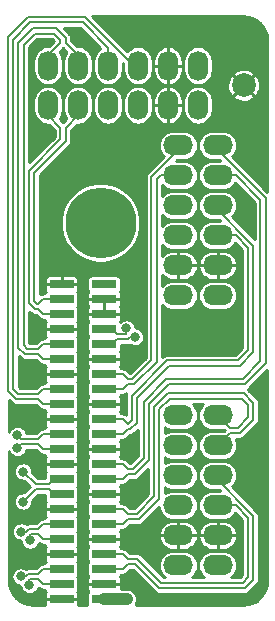
<source format=gbr>
G04 #@! TF.GenerationSoftware,KiCad,Pcbnew,5.1.6-c6e7f7d~86~ubuntu20.04.1*
G04 #@! TF.CreationDate,2020-05-18T13:47:47-07:00*
G04 #@! TF.ProjectId,glasgow-pmod,676c6173-676f-4772-9d70-6d6f642e6b69,rev?*
G04 #@! TF.SameCoordinates,PX90013c0PY44b6550*
G04 #@! TF.FileFunction,Copper,L2,Bot*
G04 #@! TF.FilePolarity,Positive*
%FSLAX46Y46*%
G04 Gerber Fmt 4.6, Leading zero omitted, Abs format (unit mm)*
G04 Created by KiCad (PCBNEW 5.1.6-c6e7f7d~86~ubuntu20.04.1) date 2020-05-18 13:47:47*
%MOMM*%
%LPD*%
G01*
G04 APERTURE LIST*
G04 #@! TA.AperFunction,ComponentPad*
%ADD10C,2.000000*%
G04 #@! TD*
G04 #@! TA.AperFunction,SMDPad,CuDef*
%ADD11R,2.100000X0.750000*%
G04 #@! TD*
G04 #@! TA.AperFunction,ComponentPad*
%ADD12O,2.540000X1.700000*%
G04 #@! TD*
G04 #@! TA.AperFunction,ComponentPad*
%ADD13O,1.700000X2.540000*%
G04 #@! TD*
G04 #@! TA.AperFunction,ViaPad*
%ADD14C,6.000000*%
G04 #@! TD*
G04 #@! TA.AperFunction,ViaPad*
%ADD15C,0.800000*%
G04 #@! TD*
G04 #@! TA.AperFunction,Conductor*
%ADD16C,1.000000*%
G04 #@! TD*
G04 #@! TA.AperFunction,Conductor*
%ADD17C,0.200000*%
G04 #@! TD*
G04 #@! TA.AperFunction,Conductor*
%ADD18C,0.203200*%
G04 #@! TD*
G04 #@! TA.AperFunction,Conductor*
%ADD19C,0.254000*%
G04 #@! TD*
G04 APERTURE END LIST*
D10*
X20500000Y-6500000D03*
D11*
X8686400Y-49997000D03*
X5086400Y-49997000D03*
X8686400Y-48727000D03*
X5086400Y-48727000D03*
X8686400Y-47457000D03*
X5086400Y-47457000D03*
X8686400Y-46187000D03*
X5086400Y-46187000D03*
X8686400Y-44917000D03*
X5086400Y-44917000D03*
X8686400Y-43647000D03*
X5086400Y-43647000D03*
X8686400Y-42377000D03*
X5086400Y-42377000D03*
X8686400Y-41107000D03*
X5086400Y-41107000D03*
X8686400Y-39837000D03*
X5086400Y-39837000D03*
X8686400Y-38567000D03*
X5086400Y-38567000D03*
X8686400Y-37297000D03*
X5086400Y-37297000D03*
X8686400Y-36027000D03*
X5086400Y-36027000D03*
X8686400Y-34757000D03*
X5086400Y-34757000D03*
X8686400Y-33487000D03*
X5086400Y-33487000D03*
X8686400Y-32217000D03*
X5086400Y-32217000D03*
X8686400Y-30947000D03*
X5086400Y-30947000D03*
X8686400Y-29677000D03*
X5086400Y-29677000D03*
X8686400Y-28407000D03*
X5086400Y-28407000D03*
X8686400Y-27137000D03*
X5086400Y-27137000D03*
X8686400Y-25867000D03*
X5086400Y-25867000D03*
X8686400Y-24597000D03*
X5086400Y-24597000D03*
X8686400Y-23327000D03*
X5086400Y-23327000D03*
D12*
X18310000Y-47140000D03*
X14970000Y-47140000D03*
X18310000Y-44600000D03*
X14970000Y-44600000D03*
X18310000Y-42060000D03*
X14970000Y-42060000D03*
X18310000Y-39520000D03*
X14970000Y-39520000D03*
X18310000Y-36980000D03*
X14970000Y-36980000D03*
X18310000Y-34440000D03*
X14970000Y-34440000D03*
X18310000Y-24280000D03*
X14970000Y-24280000D03*
X18310000Y-21740000D03*
X14970000Y-21740000D03*
X18310000Y-19200000D03*
X14970000Y-19200000D03*
X18310000Y-16660000D03*
X14970000Y-16660000D03*
X18310000Y-14120000D03*
X14970000Y-14120000D03*
X18310000Y-11580000D03*
X14970000Y-11580000D03*
D13*
X16640000Y-4830000D03*
X16640000Y-8170000D03*
X14100000Y-4830000D03*
X14100000Y-8170000D03*
X11560000Y-4830000D03*
X11560000Y-8170000D03*
X9020000Y-4830000D03*
X9020000Y-8170000D03*
X6480000Y-4830000D03*
X6480000Y-8170000D03*
X3940000Y-4830000D03*
X3940000Y-8170000D03*
D14*
X8385000Y-18120000D03*
D15*
X14050000Y-50000000D03*
X13100000Y-50000000D03*
X12150000Y-50000000D03*
X10600000Y-50000000D03*
X2371232Y-48821232D03*
X1628768Y-48078768D03*
X2421232Y-45021232D03*
X1678768Y-44278768D03*
X1844500Y-41742000D03*
X1844500Y-39202000D03*
X1355000Y-37175000D03*
X1355000Y-36125000D03*
X11321232Y-27821232D03*
X10578768Y-27078768D03*
D16*
X10597000Y-49997000D02*
X10600000Y-50000000D01*
X8686400Y-49997000D02*
X10597000Y-49997000D01*
D17*
X3511399Y-48727000D02*
X5086400Y-48727000D01*
X2371232Y-48396967D02*
X2451199Y-48317000D01*
X3101399Y-48317000D02*
X3511399Y-48727000D01*
X2451199Y-48317000D02*
X3101399Y-48317000D01*
X2371232Y-48821232D02*
X2371232Y-48396967D01*
X20875000Y-43121397D02*
X20875000Y-48156800D01*
X19813603Y-42060000D02*
X20875000Y-43121397D01*
X17910000Y-42060000D02*
X19813603Y-42060000D01*
X20875000Y-48156800D02*
X20406800Y-48625000D01*
X20406800Y-48625000D02*
X13543200Y-48625000D01*
X3511399Y-47457000D02*
X5086400Y-47457000D01*
X3101399Y-47867000D02*
X3511399Y-47457000D01*
X2264801Y-47867000D02*
X3101399Y-47867000D01*
X2053033Y-48078768D02*
X2264801Y-47867000D01*
X1628768Y-48078768D02*
X2053033Y-48078768D01*
X21325000Y-42935000D02*
X21325000Y-48343200D01*
X17910000Y-39520000D02*
X21325000Y-42935000D01*
X21325000Y-48343200D02*
X20593200Y-49075000D01*
X20593200Y-49075000D02*
X13356800Y-49075000D01*
X10261401Y-47457000D02*
X8686400Y-47457000D01*
X10671401Y-47047000D02*
X10261401Y-47457000D01*
X11328800Y-47047000D02*
X10671401Y-47047000D01*
X13356800Y-49075000D02*
X11328800Y-47047000D01*
X10671401Y-46597000D02*
X10261401Y-46187000D01*
X11515200Y-46597000D02*
X10671401Y-46597000D01*
X13543200Y-48625000D02*
X11515200Y-46597000D01*
X10261401Y-46187000D02*
X8686400Y-46187000D01*
X3511399Y-44917000D02*
X5086400Y-44917000D01*
X3101399Y-44507000D02*
X3511399Y-44917000D01*
X2511199Y-44507000D02*
X3101399Y-44507000D01*
X2421232Y-44596967D02*
X2511199Y-44507000D01*
X2421232Y-45021232D02*
X2421232Y-44596967D01*
X21325000Y-33356800D02*
X20543200Y-32575000D01*
X20543200Y-32575000D02*
X14056800Y-32575000D01*
X14056800Y-32575000D02*
X12925000Y-33706800D01*
X20183200Y-35935000D02*
X21325000Y-34793200D01*
X21325000Y-34793200D02*
X21325000Y-33356800D01*
X17910000Y-36980000D02*
X18330000Y-36980000D01*
X18330000Y-36980000D02*
X19375000Y-35935000D01*
X19375000Y-35935000D02*
X20183200Y-35935000D01*
X12925000Y-33706800D02*
X12925000Y-41306800D01*
X3511399Y-43647000D02*
X5086400Y-43647000D01*
X2324801Y-44057000D02*
X3101399Y-44057000D01*
X1678768Y-44278768D02*
X2103033Y-44278768D01*
X3101399Y-44057000D02*
X3511399Y-43647000D01*
X2103033Y-44278768D02*
X2324801Y-44057000D01*
X17910000Y-34440000D02*
X18330000Y-34440000D01*
X20356800Y-33025000D02*
X14243200Y-33025000D01*
X18330000Y-34440000D02*
X19375000Y-35485000D01*
X14243200Y-33025000D02*
X13375000Y-33893200D01*
X19375000Y-35485000D02*
X19996800Y-35485000D01*
X19996800Y-35485000D02*
X20875000Y-34606800D01*
X20875000Y-34606800D02*
X20875000Y-33543200D01*
X20875000Y-33543200D02*
X20356800Y-33025000D01*
X13375000Y-33893200D02*
X13375000Y-41493200D01*
X10261401Y-43647000D02*
X8686400Y-43647000D01*
X10671401Y-43237000D02*
X10261401Y-43647000D01*
X11631200Y-43237000D02*
X10671401Y-43237000D01*
X13375000Y-41493200D02*
X11631200Y-43237000D01*
X10261401Y-42377000D02*
X8686400Y-42377000D01*
X10671401Y-42787000D02*
X10261401Y-42377000D01*
X11444800Y-42787000D02*
X10671401Y-42787000D01*
X12925000Y-41306800D02*
X11444800Y-42787000D01*
X4411400Y-41107000D02*
X4001400Y-40697000D01*
X5086400Y-41107000D02*
X4411400Y-41107000D01*
D18*
X2889500Y-40697000D02*
X1844500Y-41742000D01*
X4001400Y-40697000D02*
X2889500Y-40697000D01*
D17*
X22375000Y-16045000D02*
X22375000Y-30043200D01*
X17910000Y-11580000D02*
X22375000Y-16045000D01*
X22375000Y-30043200D02*
X20593200Y-31825000D01*
X20593200Y-31825000D02*
X14143200Y-31825000D01*
X14143200Y-31825000D02*
X12475000Y-33493200D01*
X12475000Y-33493200D02*
X12475000Y-38243200D01*
X10261401Y-39837000D02*
X8686400Y-39837000D01*
X10671401Y-39427000D02*
X10261401Y-39837000D01*
X11291200Y-39427000D02*
X10671401Y-39427000D01*
X12475000Y-38243200D02*
X11291200Y-39427000D01*
X4411400Y-39837000D02*
X4001400Y-40247000D01*
X5086400Y-39837000D02*
X4411400Y-39837000D01*
D18*
X2889500Y-40247000D02*
X1844500Y-39202000D01*
X4001400Y-40247000D02*
X2889500Y-40247000D01*
D17*
X19813603Y-14120000D02*
X21925000Y-16231397D01*
X17910000Y-14120000D02*
X19813603Y-14120000D01*
X21925000Y-16231397D02*
X21925000Y-29856800D01*
X21925000Y-29856800D02*
X20406800Y-31375000D01*
X20406800Y-31375000D02*
X13956800Y-31375000D01*
X13956800Y-31375000D02*
X12025000Y-33306800D01*
X12025000Y-33306800D02*
X12025000Y-38056800D01*
X10261401Y-38567000D02*
X8686400Y-38567000D01*
X12025000Y-38056800D02*
X11104800Y-38977000D01*
X10671401Y-38977000D02*
X10261401Y-38567000D01*
X11104800Y-38977000D02*
X10671401Y-38977000D01*
X3511399Y-37297000D02*
X3101399Y-36887000D01*
X5086400Y-37297000D02*
X3511399Y-37297000D01*
D18*
X1643000Y-36887000D02*
X1355000Y-37175000D01*
X3101399Y-36887000D02*
X1643000Y-36887000D01*
D17*
X21325000Y-20075000D02*
X21325000Y-29093200D01*
X17910000Y-16660000D02*
X21325000Y-20075000D01*
X21325000Y-29093200D02*
X20193200Y-30225000D01*
X20193200Y-30225000D02*
X14193200Y-30225000D01*
X14193200Y-30225000D02*
X11475000Y-32943200D01*
X11475000Y-32943200D02*
X11475000Y-35043200D01*
X10261401Y-36027000D02*
X8686400Y-36027000D01*
X10671401Y-35617000D02*
X10261401Y-36027000D01*
X10901200Y-35617000D02*
X10671401Y-35617000D01*
X11475000Y-35043200D02*
X10901200Y-35617000D01*
X3511399Y-36027000D02*
X3101399Y-36437000D01*
X5086400Y-36027000D02*
X3511399Y-36027000D01*
D18*
X1667000Y-36437000D02*
X1355000Y-36125000D01*
X3101399Y-36437000D02*
X1667000Y-36437000D01*
D17*
X19813603Y-19200000D02*
X20875000Y-20261397D01*
X17910000Y-19200000D02*
X19813603Y-19200000D01*
X20875000Y-20261397D02*
X20875000Y-28906800D01*
X20875000Y-28906800D02*
X20006800Y-29775000D01*
X20006800Y-29775000D02*
X14006800Y-29775000D01*
X14006800Y-29775000D02*
X11025000Y-32756800D01*
X11025000Y-32756800D02*
X11025000Y-34856800D01*
X10261401Y-34757000D02*
X8686400Y-34757000D01*
X10671401Y-35167000D02*
X10261401Y-34757000D01*
X10714800Y-35167000D02*
X10671401Y-35167000D01*
X11025000Y-34856800D02*
X10714800Y-35167000D01*
X531736Y-2606006D02*
X530000Y-2694396D01*
X536682Y-2522112D02*
X531736Y-2606006D01*
X544919Y-2438483D02*
X536682Y-2522112D01*
X2256800Y-725000D02*
X545176Y-2436624D01*
X7055000Y-725000D02*
X2256800Y-725000D01*
X11560000Y-5230000D02*
X7055000Y-725000D01*
X545176Y-2436624D02*
X544919Y-2438483D01*
X530000Y-2694396D02*
X530000Y-32398200D01*
X3511399Y-33487000D02*
X5086400Y-33487000D01*
X3101399Y-33077000D02*
X3511399Y-33487000D01*
X1208800Y-33077000D02*
X3101399Y-33077000D01*
X530000Y-32398200D02*
X1208800Y-33077000D01*
X13466397Y-14120000D02*
X13125000Y-14461397D01*
X15370000Y-14120000D02*
X13466397Y-14120000D01*
X13125000Y-14461397D02*
X13125000Y-29943200D01*
X10671401Y-31807000D02*
X10261401Y-32217000D01*
X11261200Y-31807000D02*
X10671401Y-31807000D01*
X10261401Y-32217000D02*
X8686400Y-32217000D01*
X13125000Y-29943200D02*
X11261200Y-31807000D01*
X2443200Y-1175000D02*
X981205Y-2636995D01*
X9020000Y-5230000D02*
X9020000Y-3326397D01*
X6868603Y-1175000D02*
X2443200Y-1175000D01*
X9020000Y-3326397D02*
X6868603Y-1175000D01*
X981205Y-2636995D02*
X980000Y-2698344D01*
X980000Y-2698344D02*
X980000Y-32211800D01*
X3511399Y-32217000D02*
X5086400Y-32217000D01*
X3101399Y-32627000D02*
X3511399Y-32217000D01*
X1395200Y-32627000D02*
X3101399Y-32627000D01*
X980000Y-32211800D02*
X1395200Y-32627000D01*
X12675000Y-14275000D02*
X12675000Y-29756800D01*
X15370000Y-11580000D02*
X12675000Y-14275000D01*
X10261401Y-30947000D02*
X8686400Y-30947000D01*
X12675000Y-29756800D02*
X11074800Y-31357000D01*
X11074800Y-31357000D02*
X10671401Y-31357000D01*
X10671401Y-31357000D02*
X10261401Y-30947000D01*
X5435000Y-2915000D02*
X5435000Y-2466800D01*
X6480000Y-3960000D02*
X5435000Y-2915000D01*
X6480000Y-5230000D02*
X6480000Y-3960000D01*
X5435000Y-2466800D02*
X4643200Y-1675000D01*
X4643200Y-1675000D02*
X2656800Y-1675000D01*
X2656800Y-1675000D02*
X1425000Y-2906800D01*
X1425000Y-2906800D02*
X1425000Y-28693200D01*
X3511399Y-29677000D02*
X5086400Y-29677000D01*
X1998800Y-29267000D02*
X3101399Y-29267000D01*
X1425000Y-28693200D02*
X1998800Y-29267000D01*
X3101399Y-29267000D02*
X3511399Y-29677000D01*
X9361400Y-28407000D02*
X8686400Y-28407000D01*
X10721199Y-27997000D02*
X9771400Y-27997000D01*
X10896967Y-27821232D02*
X10721199Y-27997000D01*
X11321232Y-27821232D02*
X10896967Y-27821232D01*
X9771400Y-27997000D02*
X9361400Y-28407000D01*
X4985000Y-2915000D02*
X4985000Y-2653200D01*
X3940000Y-3960000D02*
X4985000Y-2915000D01*
X3940000Y-5230000D02*
X3940000Y-3960000D01*
X4985000Y-2653200D02*
X4456800Y-2125000D01*
X4456800Y-2125000D02*
X2843200Y-2125000D01*
X2843200Y-2125000D02*
X1875000Y-3093200D01*
X1875000Y-3093200D02*
X1875000Y-28506800D01*
X3511399Y-28407000D02*
X5086400Y-28407000D01*
X3101399Y-28817000D02*
X3511399Y-28407000D01*
X2185200Y-28817000D02*
X3101399Y-28817000D01*
X1875000Y-28506800D02*
X2185200Y-28817000D01*
X9361400Y-27137000D02*
X8686400Y-27137000D01*
X9771400Y-27547000D02*
X9361400Y-27137000D01*
X10534801Y-27547000D02*
X9771400Y-27547000D01*
X10578768Y-27503033D02*
X10534801Y-27547000D01*
X10578768Y-27078768D02*
X10578768Y-27503033D01*
X4985000Y-10085000D02*
X4985000Y-11046800D01*
X3940000Y-9040000D02*
X4985000Y-10085000D01*
X3940000Y-7770000D02*
X3940000Y-9040000D01*
X4985000Y-11046800D02*
X2325000Y-13706800D01*
X2325000Y-13706800D02*
X2325000Y-24943200D01*
X3511399Y-25867000D02*
X5086400Y-25867000D01*
X3101399Y-25457000D02*
X3511399Y-25867000D01*
X2838800Y-25457000D02*
X3101399Y-25457000D01*
X2325000Y-24943200D02*
X2838800Y-25457000D01*
X6480000Y-9040000D02*
X5435000Y-10085000D01*
X5435000Y-10085000D02*
X5435000Y-11233200D01*
X6480000Y-7770000D02*
X6480000Y-9040000D01*
X5435000Y-11233200D02*
X2775000Y-13893200D01*
X2775000Y-13893200D02*
X2775000Y-24756800D01*
X3511399Y-24597000D02*
X5086400Y-24597000D01*
X3101399Y-25007000D02*
X3511399Y-24597000D01*
X3025200Y-25007000D02*
X3101399Y-25007000D01*
X2775000Y-24756800D02*
X3025200Y-25007000D01*
D19*
G36*
X20849477Y-672475D02*
G01*
X21233745Y-788492D01*
X21588160Y-976938D01*
X21899217Y-1230631D01*
X22155074Y-1539909D01*
X22345989Y-1893000D01*
X22464686Y-2276446D01*
X22509001Y-2698076D01*
X22509001Y-15498765D01*
X19527895Y-12517659D01*
X19604660Y-12454660D01*
X19758491Y-12267216D01*
X19872798Y-12053363D01*
X19943188Y-11821318D01*
X19966956Y-11580000D01*
X19943188Y-11338682D01*
X19872798Y-11106637D01*
X19758491Y-10892784D01*
X19604660Y-10705340D01*
X19417216Y-10551509D01*
X19203363Y-10437202D01*
X18971318Y-10366812D01*
X18790472Y-10349000D01*
X17829528Y-10349000D01*
X17648682Y-10366812D01*
X17416637Y-10437202D01*
X17202784Y-10551509D01*
X17015340Y-10705340D01*
X16861509Y-10892784D01*
X16747202Y-11106637D01*
X16676812Y-11338682D01*
X16653044Y-11580000D01*
X16676812Y-11821318D01*
X16747202Y-12053363D01*
X16861509Y-12267216D01*
X17015340Y-12454660D01*
X17202784Y-12608491D01*
X17416637Y-12722798D01*
X17648682Y-12793188D01*
X17829528Y-12811000D01*
X18460764Y-12811000D01*
X18538764Y-12889000D01*
X17829528Y-12889000D01*
X17648682Y-12906812D01*
X17416637Y-12977202D01*
X17202784Y-13091509D01*
X17015340Y-13245340D01*
X16861509Y-13432784D01*
X16747202Y-13646637D01*
X16676812Y-13878682D01*
X16653044Y-14120000D01*
X16676812Y-14361318D01*
X16747202Y-14593363D01*
X16861509Y-14807216D01*
X17015340Y-14994660D01*
X17202784Y-15148491D01*
X17416637Y-15262798D01*
X17648682Y-15333188D01*
X17829528Y-15351000D01*
X18790472Y-15351000D01*
X18971318Y-15333188D01*
X19203363Y-15262798D01*
X19417216Y-15148491D01*
X19604660Y-14994660D01*
X19758491Y-14807216D01*
X19780119Y-14766752D01*
X21444000Y-16430634D01*
X21444000Y-19513763D01*
X19527895Y-17597659D01*
X19604660Y-17534660D01*
X19758491Y-17347216D01*
X19872798Y-17133363D01*
X19943188Y-16901318D01*
X19966956Y-16660000D01*
X19943188Y-16418682D01*
X19872798Y-16186637D01*
X19758491Y-15972784D01*
X19604660Y-15785340D01*
X19417216Y-15631509D01*
X19203363Y-15517202D01*
X18971318Y-15446812D01*
X18790472Y-15429000D01*
X17829528Y-15429000D01*
X17648682Y-15446812D01*
X17416637Y-15517202D01*
X17202784Y-15631509D01*
X17015340Y-15785340D01*
X16861509Y-15972784D01*
X16747202Y-16186637D01*
X16676812Y-16418682D01*
X16653044Y-16660000D01*
X16676812Y-16901318D01*
X16747202Y-17133363D01*
X16861509Y-17347216D01*
X17015340Y-17534660D01*
X17202784Y-17688491D01*
X17416637Y-17802798D01*
X17648682Y-17873188D01*
X17829528Y-17891000D01*
X18460764Y-17891000D01*
X18538764Y-17969000D01*
X17829528Y-17969000D01*
X17648682Y-17986812D01*
X17416637Y-18057202D01*
X17202784Y-18171509D01*
X17015340Y-18325340D01*
X16861509Y-18512784D01*
X16747202Y-18726637D01*
X16676812Y-18958682D01*
X16653044Y-19200000D01*
X16676812Y-19441318D01*
X16747202Y-19673363D01*
X16861509Y-19887216D01*
X17015340Y-20074660D01*
X17202784Y-20228491D01*
X17416637Y-20342798D01*
X17648682Y-20413188D01*
X17829528Y-20431000D01*
X18790472Y-20431000D01*
X18971318Y-20413188D01*
X19203363Y-20342798D01*
X19417216Y-20228491D01*
X19604660Y-20074660D01*
X19758491Y-19887216D01*
X19780119Y-19846753D01*
X20394000Y-20460634D01*
X20394001Y-28707562D01*
X19807564Y-29294000D01*
X14030426Y-29294000D01*
X14006799Y-29291673D01*
X13912507Y-29300960D01*
X13887085Y-29308672D01*
X13821839Y-29328464D01*
X13738278Y-29373128D01*
X13665036Y-29433236D01*
X13649975Y-29451588D01*
X13606000Y-29495563D01*
X13606000Y-25070169D01*
X13675340Y-25154660D01*
X13862784Y-25308491D01*
X14076637Y-25422798D01*
X14308682Y-25493188D01*
X14489528Y-25511000D01*
X15450472Y-25511000D01*
X15631318Y-25493188D01*
X15863363Y-25422798D01*
X16077216Y-25308491D01*
X16264660Y-25154660D01*
X16418491Y-24967216D01*
X16532798Y-24753363D01*
X16603188Y-24521318D01*
X16626956Y-24280000D01*
X16653044Y-24280000D01*
X16676812Y-24521318D01*
X16747202Y-24753363D01*
X16861509Y-24967216D01*
X17015340Y-25154660D01*
X17202784Y-25308491D01*
X17416637Y-25422798D01*
X17648682Y-25493188D01*
X17829528Y-25511000D01*
X18790472Y-25511000D01*
X18971318Y-25493188D01*
X19203363Y-25422798D01*
X19417216Y-25308491D01*
X19604660Y-25154660D01*
X19758491Y-24967216D01*
X19872798Y-24753363D01*
X19943188Y-24521318D01*
X19966956Y-24280000D01*
X19943188Y-24038682D01*
X19872798Y-23806637D01*
X19758491Y-23592784D01*
X19604660Y-23405340D01*
X19417216Y-23251509D01*
X19203363Y-23137202D01*
X18971318Y-23066812D01*
X18790472Y-23049000D01*
X17829528Y-23049000D01*
X17648682Y-23066812D01*
X17416637Y-23137202D01*
X17202784Y-23251509D01*
X17015340Y-23405340D01*
X16861509Y-23592784D01*
X16747202Y-23806637D01*
X16676812Y-24038682D01*
X16653044Y-24280000D01*
X16626956Y-24280000D01*
X16603188Y-24038682D01*
X16532798Y-23806637D01*
X16418491Y-23592784D01*
X16264660Y-23405340D01*
X16077216Y-23251509D01*
X15863363Y-23137202D01*
X15631318Y-23066812D01*
X15450472Y-23049000D01*
X14489528Y-23049000D01*
X14308682Y-23066812D01*
X14076637Y-23137202D01*
X13862784Y-23251509D01*
X13675340Y-23405340D01*
X13606000Y-23489831D01*
X13606000Y-22520829D01*
X13679198Y-22610095D01*
X13865677Y-22763261D01*
X14078454Y-22877104D01*
X14309353Y-22947249D01*
X14549500Y-22971000D01*
X14969500Y-22971000D01*
X14969500Y-21740500D01*
X14970500Y-21740500D01*
X14970500Y-22971000D01*
X15390500Y-22971000D01*
X15630647Y-22947249D01*
X15861546Y-22877104D01*
X16074323Y-22763261D01*
X16260802Y-22610095D01*
X16413817Y-22423491D01*
X16527487Y-22210621D01*
X16597444Y-21979665D01*
X16605766Y-21933065D01*
X16674234Y-21933065D01*
X16682556Y-21979665D01*
X16752513Y-22210621D01*
X16866183Y-22423491D01*
X17019198Y-22610095D01*
X17205677Y-22763261D01*
X17418454Y-22877104D01*
X17649353Y-22947249D01*
X17889500Y-22971000D01*
X18309500Y-22971000D01*
X18309500Y-21740500D01*
X18310500Y-21740500D01*
X18310500Y-22971000D01*
X18730500Y-22971000D01*
X18970647Y-22947249D01*
X19201546Y-22877104D01*
X19414323Y-22763261D01*
X19600802Y-22610095D01*
X19753817Y-22423491D01*
X19867487Y-22210621D01*
X19937444Y-21979665D01*
X19945766Y-21933065D01*
X19865750Y-21740500D01*
X18310500Y-21740500D01*
X18309500Y-21740500D01*
X16754250Y-21740500D01*
X16674234Y-21933065D01*
X16605766Y-21933065D01*
X16525750Y-21740500D01*
X14970500Y-21740500D01*
X14969500Y-21740500D01*
X14949500Y-21740500D01*
X14949500Y-21739500D01*
X14969500Y-21739500D01*
X14969500Y-20509000D01*
X14970500Y-20509000D01*
X14970500Y-21739500D01*
X16525750Y-21739500D01*
X16605766Y-21546935D01*
X16674234Y-21546935D01*
X16754250Y-21739500D01*
X18309500Y-21739500D01*
X18309500Y-20509000D01*
X18310500Y-20509000D01*
X18310500Y-21739500D01*
X19865750Y-21739500D01*
X19945766Y-21546935D01*
X19937444Y-21500335D01*
X19867487Y-21269379D01*
X19753817Y-21056509D01*
X19600802Y-20869905D01*
X19414323Y-20716739D01*
X19201546Y-20602896D01*
X18970647Y-20532751D01*
X18730500Y-20509000D01*
X18310500Y-20509000D01*
X18309500Y-20509000D01*
X17889500Y-20509000D01*
X17649353Y-20532751D01*
X17418454Y-20602896D01*
X17205677Y-20716739D01*
X17019198Y-20869905D01*
X16866183Y-21056509D01*
X16752513Y-21269379D01*
X16682556Y-21500335D01*
X16674234Y-21546935D01*
X16605766Y-21546935D01*
X16597444Y-21500335D01*
X16527487Y-21269379D01*
X16413817Y-21056509D01*
X16260802Y-20869905D01*
X16074323Y-20716739D01*
X15861546Y-20602896D01*
X15630647Y-20532751D01*
X15390500Y-20509000D01*
X14970500Y-20509000D01*
X14969500Y-20509000D01*
X14549500Y-20509000D01*
X14309353Y-20532751D01*
X14078454Y-20602896D01*
X13865677Y-20716739D01*
X13679198Y-20869905D01*
X13606000Y-20959171D01*
X13606000Y-19990169D01*
X13675340Y-20074660D01*
X13862784Y-20228491D01*
X14076637Y-20342798D01*
X14308682Y-20413188D01*
X14489528Y-20431000D01*
X15450472Y-20431000D01*
X15631318Y-20413188D01*
X15863363Y-20342798D01*
X16077216Y-20228491D01*
X16264660Y-20074660D01*
X16418491Y-19887216D01*
X16532798Y-19673363D01*
X16603188Y-19441318D01*
X16626956Y-19200000D01*
X16603188Y-18958682D01*
X16532798Y-18726637D01*
X16418491Y-18512784D01*
X16264660Y-18325340D01*
X16077216Y-18171509D01*
X15863363Y-18057202D01*
X15631318Y-17986812D01*
X15450472Y-17969000D01*
X14489528Y-17969000D01*
X14308682Y-17986812D01*
X14076637Y-18057202D01*
X13862784Y-18171509D01*
X13675340Y-18325340D01*
X13606000Y-18409831D01*
X13606000Y-17450169D01*
X13675340Y-17534660D01*
X13862784Y-17688491D01*
X14076637Y-17802798D01*
X14308682Y-17873188D01*
X14489528Y-17891000D01*
X15450472Y-17891000D01*
X15631318Y-17873188D01*
X15863363Y-17802798D01*
X16077216Y-17688491D01*
X16264660Y-17534660D01*
X16418491Y-17347216D01*
X16532798Y-17133363D01*
X16603188Y-16901318D01*
X16626956Y-16660000D01*
X16603188Y-16418682D01*
X16532798Y-16186637D01*
X16418491Y-15972784D01*
X16264660Y-15785340D01*
X16077216Y-15631509D01*
X15863363Y-15517202D01*
X15631318Y-15446812D01*
X15450472Y-15429000D01*
X14489528Y-15429000D01*
X14308682Y-15446812D01*
X14076637Y-15517202D01*
X13862784Y-15631509D01*
X13675340Y-15785340D01*
X13606000Y-15869831D01*
X13606000Y-14910169D01*
X13675340Y-14994660D01*
X13862784Y-15148491D01*
X14076637Y-15262798D01*
X14308682Y-15333188D01*
X14489528Y-15351000D01*
X15450472Y-15351000D01*
X15631318Y-15333188D01*
X15863363Y-15262798D01*
X16077216Y-15148491D01*
X16264660Y-14994660D01*
X16418491Y-14807216D01*
X16532798Y-14593363D01*
X16603188Y-14361318D01*
X16626956Y-14120000D01*
X16603188Y-13878682D01*
X16532798Y-13646637D01*
X16418491Y-13432784D01*
X16264660Y-13245340D01*
X16077216Y-13091509D01*
X15863363Y-12977202D01*
X15631318Y-12906812D01*
X15450472Y-12889000D01*
X14741236Y-12889000D01*
X14819236Y-12811000D01*
X15450472Y-12811000D01*
X15631318Y-12793188D01*
X15863363Y-12722798D01*
X16077216Y-12608491D01*
X16264660Y-12454660D01*
X16418491Y-12267216D01*
X16532798Y-12053363D01*
X16603188Y-11821318D01*
X16626956Y-11580000D01*
X16603188Y-11338682D01*
X16532798Y-11106637D01*
X16418491Y-10892784D01*
X16264660Y-10705340D01*
X16077216Y-10551509D01*
X15863363Y-10437202D01*
X15631318Y-10366812D01*
X15450472Y-10349000D01*
X14489528Y-10349000D01*
X14308682Y-10366812D01*
X14076637Y-10437202D01*
X13862784Y-10551509D01*
X13675340Y-10705340D01*
X13521509Y-10892784D01*
X13407202Y-11106637D01*
X13336812Y-11338682D01*
X13313044Y-11580000D01*
X13336812Y-11821318D01*
X13407202Y-12053363D01*
X13521509Y-12267216D01*
X13675340Y-12454660D01*
X13752105Y-12517659D01*
X12351594Y-13918170D01*
X12333236Y-13933236D01*
X12273128Y-14006478D01*
X12228464Y-14090040D01*
X12213920Y-14137985D01*
X12200960Y-14180708D01*
X12191673Y-14275000D01*
X12194000Y-14298626D01*
X12194001Y-29557563D01*
X10875564Y-30876000D01*
X10870637Y-30876000D01*
X10618231Y-30623594D01*
X10603165Y-30605236D01*
X10529923Y-30545128D01*
X10446362Y-30500464D01*
X10355693Y-30472960D01*
X10285027Y-30466000D01*
X10261401Y-30463673D01*
X10237775Y-30466000D01*
X10102389Y-30466000D01*
X10090101Y-30425492D01*
X10054722Y-30359304D01*
X10015901Y-30312000D01*
X10054722Y-30264696D01*
X10090101Y-30198508D01*
X10111887Y-30126689D01*
X10119243Y-30052000D01*
X10117400Y-29772750D01*
X10022150Y-29677500D01*
X8686900Y-29677500D01*
X8686900Y-29697500D01*
X8685900Y-29697500D01*
X8685900Y-29677500D01*
X7350650Y-29677500D01*
X7255400Y-29772750D01*
X7253557Y-30052000D01*
X7260913Y-30126689D01*
X7282699Y-30198508D01*
X7318078Y-30264696D01*
X7356899Y-30312000D01*
X7318078Y-30359304D01*
X7282699Y-30425492D01*
X7260913Y-30497311D01*
X7253557Y-30572000D01*
X7253557Y-31322000D01*
X7260913Y-31396689D01*
X7282699Y-31468508D01*
X7318078Y-31534696D01*
X7356899Y-31582000D01*
X7318078Y-31629304D01*
X7282699Y-31695492D01*
X7260913Y-31767311D01*
X7253557Y-31842000D01*
X7253557Y-32592000D01*
X7260913Y-32666689D01*
X7282699Y-32738508D01*
X7318078Y-32804696D01*
X7356899Y-32852000D01*
X7318078Y-32899304D01*
X7282699Y-32965492D01*
X7260913Y-33037311D01*
X7253557Y-33112000D01*
X7255400Y-33391250D01*
X7350650Y-33486500D01*
X8685900Y-33486500D01*
X8685900Y-33466500D01*
X8686900Y-33466500D01*
X8686900Y-33486500D01*
X10022150Y-33486500D01*
X10117400Y-33391250D01*
X10119243Y-33112000D01*
X10111887Y-33037311D01*
X10090101Y-32965492D01*
X10054722Y-32899304D01*
X10015901Y-32852000D01*
X10054722Y-32804696D01*
X10090101Y-32738508D01*
X10102389Y-32698000D01*
X10237775Y-32698000D01*
X10261401Y-32700327D01*
X10285027Y-32698000D01*
X10355693Y-32691040D01*
X10446362Y-32663536D01*
X10529923Y-32618872D01*
X10575558Y-32581421D01*
X10560681Y-32630464D01*
X10550960Y-32662508D01*
X10541673Y-32756800D01*
X10544000Y-32780427D01*
X10544001Y-34366681D01*
X10529923Y-34355128D01*
X10446362Y-34310464D01*
X10355693Y-34282960D01*
X10285027Y-34276000D01*
X10261401Y-34273673D01*
X10237775Y-34276000D01*
X10102389Y-34276000D01*
X10090101Y-34235492D01*
X10054722Y-34169304D01*
X10015901Y-34122000D01*
X10054722Y-34074696D01*
X10090101Y-34008508D01*
X10111887Y-33936689D01*
X10119243Y-33862000D01*
X10117400Y-33582750D01*
X10022150Y-33487500D01*
X8686900Y-33487500D01*
X8686900Y-33507500D01*
X8685900Y-33507500D01*
X8685900Y-33487500D01*
X7350650Y-33487500D01*
X7255400Y-33582750D01*
X7253557Y-33862000D01*
X7260913Y-33936689D01*
X7282699Y-34008508D01*
X7318078Y-34074696D01*
X7356899Y-34122000D01*
X7318078Y-34169304D01*
X7282699Y-34235492D01*
X7260913Y-34307311D01*
X7253557Y-34382000D01*
X7253557Y-35132000D01*
X7260913Y-35206689D01*
X7282699Y-35278508D01*
X7318078Y-35344696D01*
X7356899Y-35392000D01*
X7318078Y-35439304D01*
X7282699Y-35505492D01*
X7260913Y-35577311D01*
X7253557Y-35652000D01*
X7253557Y-36402000D01*
X7260913Y-36476689D01*
X7282699Y-36548508D01*
X7318078Y-36614696D01*
X7356899Y-36662000D01*
X7318078Y-36709304D01*
X7282699Y-36775492D01*
X7260913Y-36847311D01*
X7253557Y-36922000D01*
X7255400Y-37201250D01*
X7350650Y-37296500D01*
X8685900Y-37296500D01*
X8685900Y-37276500D01*
X8686900Y-37276500D01*
X8686900Y-37296500D01*
X10022150Y-37296500D01*
X10117400Y-37201250D01*
X10119243Y-36922000D01*
X10111887Y-36847311D01*
X10090101Y-36775492D01*
X10054722Y-36709304D01*
X10015901Y-36662000D01*
X10054722Y-36614696D01*
X10090101Y-36548508D01*
X10102389Y-36508000D01*
X10237775Y-36508000D01*
X10261401Y-36510327D01*
X10285027Y-36508000D01*
X10305740Y-36505960D01*
X10355693Y-36501040D01*
X10362418Y-36499000D01*
X10446362Y-36473536D01*
X10529923Y-36428872D01*
X10603165Y-36368764D01*
X10618231Y-36350406D01*
X10870637Y-36098000D01*
X10877574Y-36098000D01*
X10901200Y-36100327D01*
X10924826Y-36098000D01*
X10964434Y-36094099D01*
X10995492Y-36091040D01*
X11086161Y-36063536D01*
X11169722Y-36018872D01*
X11242964Y-35958764D01*
X11258030Y-35940406D01*
X11544000Y-35654436D01*
X11544001Y-37857562D01*
X10905564Y-38496000D01*
X10870637Y-38496000D01*
X10618231Y-38243594D01*
X10603165Y-38225236D01*
X10529923Y-38165128D01*
X10446362Y-38120464D01*
X10355693Y-38092960D01*
X10285027Y-38086000D01*
X10261401Y-38083673D01*
X10237775Y-38086000D01*
X10102389Y-38086000D01*
X10090101Y-38045492D01*
X10054722Y-37979304D01*
X10015901Y-37932000D01*
X10054722Y-37884696D01*
X10090101Y-37818508D01*
X10111887Y-37746689D01*
X10119243Y-37672000D01*
X10117400Y-37392750D01*
X10022150Y-37297500D01*
X8686900Y-37297500D01*
X8686900Y-37317500D01*
X8685900Y-37317500D01*
X8685900Y-37297500D01*
X7350650Y-37297500D01*
X7255400Y-37392750D01*
X7253557Y-37672000D01*
X7260913Y-37746689D01*
X7282699Y-37818508D01*
X7318078Y-37884696D01*
X7356899Y-37932000D01*
X7318078Y-37979304D01*
X7282699Y-38045492D01*
X7260913Y-38117311D01*
X7253557Y-38192000D01*
X7253557Y-38942000D01*
X7260913Y-39016689D01*
X7282699Y-39088508D01*
X7318078Y-39154696D01*
X7356899Y-39202000D01*
X7318078Y-39249304D01*
X7282699Y-39315492D01*
X7260913Y-39387311D01*
X7253557Y-39462000D01*
X7253557Y-40212000D01*
X7260913Y-40286689D01*
X7282699Y-40358508D01*
X7318078Y-40424696D01*
X7356899Y-40472000D01*
X7318078Y-40519304D01*
X7282699Y-40585492D01*
X7260913Y-40657311D01*
X7253557Y-40732000D01*
X7255400Y-41011250D01*
X7350650Y-41106500D01*
X8685900Y-41106500D01*
X8685900Y-41086500D01*
X8686900Y-41086500D01*
X8686900Y-41106500D01*
X10022150Y-41106500D01*
X10117400Y-41011250D01*
X10119243Y-40732000D01*
X10111887Y-40657311D01*
X10090101Y-40585492D01*
X10054722Y-40519304D01*
X10015901Y-40472000D01*
X10054722Y-40424696D01*
X10090101Y-40358508D01*
X10102389Y-40318000D01*
X10237775Y-40318000D01*
X10261401Y-40320327D01*
X10285027Y-40318000D01*
X10355693Y-40311040D01*
X10446362Y-40283536D01*
X10529923Y-40238872D01*
X10603165Y-40178764D01*
X10618231Y-40160406D01*
X10870637Y-39908000D01*
X11267574Y-39908000D01*
X11291200Y-39910327D01*
X11314826Y-39908000D01*
X11354434Y-39904099D01*
X11385492Y-39901040D01*
X11408327Y-39894113D01*
X11476161Y-39873536D01*
X11559722Y-39828872D01*
X11632964Y-39768764D01*
X11648030Y-39750406D01*
X12444001Y-38954436D01*
X12444001Y-41107562D01*
X11245564Y-42306000D01*
X10870637Y-42306000D01*
X10618231Y-42053594D01*
X10603165Y-42035236D01*
X10529923Y-41975128D01*
X10446362Y-41930464D01*
X10355693Y-41902960D01*
X10285027Y-41896000D01*
X10261401Y-41893673D01*
X10237775Y-41896000D01*
X10102389Y-41896000D01*
X10090101Y-41855492D01*
X10054722Y-41789304D01*
X10015901Y-41742000D01*
X10054722Y-41694696D01*
X10090101Y-41628508D01*
X10111887Y-41556689D01*
X10119243Y-41482000D01*
X10117400Y-41202750D01*
X10022150Y-41107500D01*
X8686900Y-41107500D01*
X8686900Y-41127500D01*
X8685900Y-41127500D01*
X8685900Y-41107500D01*
X7350650Y-41107500D01*
X7255400Y-41202750D01*
X7253557Y-41482000D01*
X7260913Y-41556689D01*
X7282699Y-41628508D01*
X7318078Y-41694696D01*
X7356899Y-41742000D01*
X7318078Y-41789304D01*
X7282699Y-41855492D01*
X7260913Y-41927311D01*
X7253557Y-42002000D01*
X7253557Y-42752000D01*
X7260913Y-42826689D01*
X7282699Y-42898508D01*
X7318078Y-42964696D01*
X7356899Y-43012000D01*
X7318078Y-43059304D01*
X7282699Y-43125492D01*
X7260913Y-43197311D01*
X7253557Y-43272000D01*
X7253557Y-44022000D01*
X7260913Y-44096689D01*
X7282699Y-44168508D01*
X7318078Y-44234696D01*
X7356899Y-44282000D01*
X7318078Y-44329304D01*
X7282699Y-44395492D01*
X7260913Y-44467311D01*
X7253557Y-44542000D01*
X7255400Y-44821250D01*
X7350650Y-44916500D01*
X8685900Y-44916500D01*
X8685900Y-44896500D01*
X8686900Y-44896500D01*
X8686900Y-44916500D01*
X10022150Y-44916500D01*
X10117400Y-44821250D01*
X10117586Y-44793065D01*
X13334234Y-44793065D01*
X13342556Y-44839665D01*
X13412513Y-45070621D01*
X13526183Y-45283491D01*
X13679198Y-45470095D01*
X13865677Y-45623261D01*
X14078454Y-45737104D01*
X14309353Y-45807249D01*
X14549500Y-45831000D01*
X14969500Y-45831000D01*
X14969500Y-44600500D01*
X14970500Y-44600500D01*
X14970500Y-45831000D01*
X15390500Y-45831000D01*
X15630647Y-45807249D01*
X15861546Y-45737104D01*
X16074323Y-45623261D01*
X16260802Y-45470095D01*
X16413817Y-45283491D01*
X16527487Y-45070621D01*
X16597444Y-44839665D01*
X16605766Y-44793065D01*
X16674234Y-44793065D01*
X16682556Y-44839665D01*
X16752513Y-45070621D01*
X16866183Y-45283491D01*
X17019198Y-45470095D01*
X17205677Y-45623261D01*
X17418454Y-45737104D01*
X17649353Y-45807249D01*
X17889500Y-45831000D01*
X18309500Y-45831000D01*
X18309500Y-44600500D01*
X18310500Y-44600500D01*
X18310500Y-45831000D01*
X18730500Y-45831000D01*
X18970647Y-45807249D01*
X19201546Y-45737104D01*
X19414323Y-45623261D01*
X19600802Y-45470095D01*
X19753817Y-45283491D01*
X19867487Y-45070621D01*
X19937444Y-44839665D01*
X19945766Y-44793065D01*
X19865750Y-44600500D01*
X18310500Y-44600500D01*
X18309500Y-44600500D01*
X16754250Y-44600500D01*
X16674234Y-44793065D01*
X16605766Y-44793065D01*
X16525750Y-44600500D01*
X14970500Y-44600500D01*
X14969500Y-44600500D01*
X13414250Y-44600500D01*
X13334234Y-44793065D01*
X10117586Y-44793065D01*
X10119243Y-44542000D01*
X10111887Y-44467311D01*
X10093573Y-44406935D01*
X13334234Y-44406935D01*
X13414250Y-44599500D01*
X14969500Y-44599500D01*
X14969500Y-43369000D01*
X14970500Y-43369000D01*
X14970500Y-44599500D01*
X16525750Y-44599500D01*
X16605766Y-44406935D01*
X16674234Y-44406935D01*
X16754250Y-44599500D01*
X18309500Y-44599500D01*
X18309500Y-43369000D01*
X18310500Y-43369000D01*
X18310500Y-44599500D01*
X19865750Y-44599500D01*
X19945766Y-44406935D01*
X19937444Y-44360335D01*
X19867487Y-44129379D01*
X19753817Y-43916509D01*
X19600802Y-43729905D01*
X19414323Y-43576739D01*
X19201546Y-43462896D01*
X18970647Y-43392751D01*
X18730500Y-43369000D01*
X18310500Y-43369000D01*
X18309500Y-43369000D01*
X17889500Y-43369000D01*
X17649353Y-43392751D01*
X17418454Y-43462896D01*
X17205677Y-43576739D01*
X17019198Y-43729905D01*
X16866183Y-43916509D01*
X16752513Y-44129379D01*
X16682556Y-44360335D01*
X16674234Y-44406935D01*
X16605766Y-44406935D01*
X16597444Y-44360335D01*
X16527487Y-44129379D01*
X16413817Y-43916509D01*
X16260802Y-43729905D01*
X16074323Y-43576739D01*
X15861546Y-43462896D01*
X15630647Y-43392751D01*
X15390500Y-43369000D01*
X14970500Y-43369000D01*
X14969500Y-43369000D01*
X14549500Y-43369000D01*
X14309353Y-43392751D01*
X14078454Y-43462896D01*
X13865677Y-43576739D01*
X13679198Y-43729905D01*
X13526183Y-43916509D01*
X13412513Y-44129379D01*
X13342556Y-44360335D01*
X13334234Y-44406935D01*
X10093573Y-44406935D01*
X10090101Y-44395492D01*
X10054722Y-44329304D01*
X10015901Y-44282000D01*
X10054722Y-44234696D01*
X10090101Y-44168508D01*
X10102389Y-44128000D01*
X10237775Y-44128000D01*
X10261401Y-44130327D01*
X10285027Y-44128000D01*
X10355693Y-44121040D01*
X10446362Y-44093536D01*
X10529923Y-44048872D01*
X10603165Y-43988764D01*
X10618231Y-43970406D01*
X10870637Y-43718000D01*
X11607574Y-43718000D01*
X11631200Y-43720327D01*
X11654826Y-43718000D01*
X11682890Y-43715236D01*
X11725492Y-43711040D01*
X11816161Y-43683536D01*
X11899722Y-43638872D01*
X11972964Y-43578764D01*
X11988030Y-43560406D01*
X13328770Y-42219666D01*
X13336812Y-42301318D01*
X13407202Y-42533363D01*
X13521509Y-42747216D01*
X13675340Y-42934660D01*
X13862784Y-43088491D01*
X14076637Y-43202798D01*
X14308682Y-43273188D01*
X14489528Y-43291000D01*
X15450472Y-43291000D01*
X15631318Y-43273188D01*
X15863363Y-43202798D01*
X16077216Y-43088491D01*
X16264660Y-42934660D01*
X16418491Y-42747216D01*
X16532798Y-42533363D01*
X16603188Y-42301318D01*
X16626956Y-42060000D01*
X16603188Y-41818682D01*
X16532798Y-41586637D01*
X16418491Y-41372784D01*
X16264660Y-41185340D01*
X16077216Y-41031509D01*
X15863363Y-40917202D01*
X15631318Y-40846812D01*
X15450472Y-40829000D01*
X14489528Y-40829000D01*
X14308682Y-40846812D01*
X14076637Y-40917202D01*
X13862784Y-41031509D01*
X13856000Y-41037076D01*
X13856000Y-40542924D01*
X13862784Y-40548491D01*
X14076637Y-40662798D01*
X14308682Y-40733188D01*
X14489528Y-40751000D01*
X15450472Y-40751000D01*
X15631318Y-40733188D01*
X15863363Y-40662798D01*
X16077216Y-40548491D01*
X16264660Y-40394660D01*
X16418491Y-40207216D01*
X16532798Y-39993363D01*
X16603188Y-39761318D01*
X16626956Y-39520000D01*
X16603188Y-39278682D01*
X16532798Y-39046637D01*
X16418491Y-38832784D01*
X16264660Y-38645340D01*
X16077216Y-38491509D01*
X15863363Y-38377202D01*
X15631318Y-38306812D01*
X15450472Y-38289000D01*
X14489528Y-38289000D01*
X14308682Y-38306812D01*
X14076637Y-38377202D01*
X13862784Y-38491509D01*
X13856000Y-38497076D01*
X13856000Y-38002924D01*
X13862784Y-38008491D01*
X14076637Y-38122798D01*
X14308682Y-38193188D01*
X14489528Y-38211000D01*
X15450472Y-38211000D01*
X15631318Y-38193188D01*
X15863363Y-38122798D01*
X16077216Y-38008491D01*
X16264660Y-37854660D01*
X16418491Y-37667216D01*
X16532798Y-37453363D01*
X16603188Y-37221318D01*
X16626956Y-36980000D01*
X16603188Y-36738682D01*
X16532798Y-36506637D01*
X16418491Y-36292784D01*
X16264660Y-36105340D01*
X16077216Y-35951509D01*
X15863363Y-35837202D01*
X15631318Y-35766812D01*
X15450472Y-35749000D01*
X14489528Y-35749000D01*
X14308682Y-35766812D01*
X14076637Y-35837202D01*
X13862784Y-35951509D01*
X13856000Y-35957076D01*
X13856000Y-35462924D01*
X13862784Y-35468491D01*
X14076637Y-35582798D01*
X14308682Y-35653188D01*
X14489528Y-35671000D01*
X15450472Y-35671000D01*
X15631318Y-35653188D01*
X15863363Y-35582798D01*
X16077216Y-35468491D01*
X16264660Y-35314660D01*
X16418491Y-35127216D01*
X16532798Y-34913363D01*
X16603188Y-34681318D01*
X16626956Y-34440000D01*
X16603188Y-34198682D01*
X16532798Y-33966637D01*
X16418491Y-33752784D01*
X16264660Y-33565340D01*
X16192354Y-33506000D01*
X17087646Y-33506000D01*
X17015340Y-33565340D01*
X16861509Y-33752784D01*
X16747202Y-33966637D01*
X16676812Y-34198682D01*
X16653044Y-34440000D01*
X16676812Y-34681318D01*
X16747202Y-34913363D01*
X16861509Y-35127216D01*
X17015340Y-35314660D01*
X17202784Y-35468491D01*
X17416637Y-35582798D01*
X17648682Y-35653188D01*
X17829528Y-35671000D01*
X18790472Y-35671000D01*
X18872668Y-35662904D01*
X18919763Y-35710000D01*
X18872668Y-35757096D01*
X18790472Y-35749000D01*
X17829528Y-35749000D01*
X17648682Y-35766812D01*
X17416637Y-35837202D01*
X17202784Y-35951509D01*
X17015340Y-36105340D01*
X16861509Y-36292784D01*
X16747202Y-36506637D01*
X16676812Y-36738682D01*
X16653044Y-36980000D01*
X16676812Y-37221318D01*
X16747202Y-37453363D01*
X16861509Y-37667216D01*
X17015340Y-37854660D01*
X17202784Y-38008491D01*
X17416637Y-38122798D01*
X17648682Y-38193188D01*
X17829528Y-38211000D01*
X18790472Y-38211000D01*
X18971318Y-38193188D01*
X19203363Y-38122798D01*
X19417216Y-38008491D01*
X19604660Y-37854660D01*
X19758491Y-37667216D01*
X19872798Y-37453363D01*
X19943188Y-37221318D01*
X19966956Y-36980000D01*
X19943188Y-36738682D01*
X19872798Y-36506637D01*
X19824351Y-36416000D01*
X20159574Y-36416000D01*
X20183200Y-36418327D01*
X20206826Y-36416000D01*
X20277492Y-36409040D01*
X20368161Y-36381536D01*
X20451722Y-36336872D01*
X20524964Y-36276764D01*
X20540030Y-36258406D01*
X21648412Y-35150025D01*
X21666764Y-35134964D01*
X21726872Y-35061722D01*
X21771536Y-34978161D01*
X21791192Y-34913363D01*
X21799040Y-34887493D01*
X21808327Y-34793201D01*
X21806000Y-34769574D01*
X21806000Y-33380426D01*
X21808327Y-33356799D01*
X21799040Y-33262507D01*
X21783873Y-33212509D01*
X21771536Y-33171839D01*
X21726872Y-33088278D01*
X21666764Y-33015036D01*
X21648411Y-32999974D01*
X20900030Y-32251594D01*
X20884964Y-32233236D01*
X20869466Y-32220517D01*
X20934964Y-32166764D01*
X20950030Y-32148406D01*
X22509000Y-30589436D01*
X22509000Y-48386478D01*
X22467525Y-48809477D01*
X22351507Y-49193747D01*
X22163062Y-49548159D01*
X21909369Y-49859217D01*
X21600090Y-50115075D01*
X21247001Y-50305989D01*
X20863554Y-50424686D01*
X20441934Y-50469000D01*
X11348268Y-50469000D01*
X11417875Y-50338775D01*
X11468251Y-50172706D01*
X11485262Y-50000000D01*
X11468251Y-49827295D01*
X11417875Y-49661226D01*
X11336068Y-49508175D01*
X11253559Y-49407638D01*
X11250566Y-49404645D01*
X11222975Y-49371025D01*
X11088825Y-49260932D01*
X10935775Y-49179125D01*
X10769706Y-49128748D01*
X10640273Y-49116000D01*
X10640270Y-49116000D01*
X10597000Y-49111738D01*
X10553730Y-49116000D01*
X10117864Y-49116000D01*
X10119243Y-49102000D01*
X10117400Y-48822750D01*
X10022150Y-48727500D01*
X8686900Y-48727500D01*
X8686900Y-48747500D01*
X8685900Y-48747500D01*
X8685900Y-48727500D01*
X7350650Y-48727500D01*
X7255400Y-48822750D01*
X7253557Y-49102000D01*
X7260913Y-49176689D01*
X7282699Y-49248508D01*
X7318078Y-49314696D01*
X7356899Y-49362000D01*
X7318078Y-49409304D01*
X7282699Y-49475492D01*
X7260913Y-49547311D01*
X7253557Y-49622000D01*
X7253557Y-50372000D01*
X7260913Y-50446689D01*
X7267681Y-50469000D01*
X6505119Y-50469000D01*
X6511887Y-50446689D01*
X6519243Y-50372000D01*
X6517400Y-50092750D01*
X6422150Y-49997500D01*
X5086900Y-49997500D01*
X5086900Y-50017500D01*
X5085900Y-50017500D01*
X5085900Y-49997500D01*
X3750650Y-49997500D01*
X3655400Y-50092750D01*
X3653557Y-50372000D01*
X3660913Y-50446689D01*
X3667681Y-50469000D01*
X2693522Y-50469000D01*
X2270523Y-50427525D01*
X1886253Y-50311507D01*
X1531841Y-50123062D01*
X1220783Y-49869369D01*
X964925Y-49560090D01*
X774011Y-49207001D01*
X655314Y-48823554D01*
X611000Y-48401934D01*
X611000Y-48001846D01*
X847768Y-48001846D01*
X847768Y-48155690D01*
X877781Y-48306577D01*
X936655Y-48448710D01*
X1022126Y-48576627D01*
X1130909Y-48685410D01*
X1258826Y-48770881D01*
X1400959Y-48829755D01*
X1551846Y-48859768D01*
X1590232Y-48859768D01*
X1590232Y-48898154D01*
X1620245Y-49049041D01*
X1679119Y-49191174D01*
X1764590Y-49319091D01*
X1873373Y-49427874D01*
X2001290Y-49513345D01*
X2143423Y-49572219D01*
X2294310Y-49602232D01*
X2448154Y-49602232D01*
X2599041Y-49572219D01*
X2741174Y-49513345D01*
X2869091Y-49427874D01*
X2977874Y-49319091D01*
X3063345Y-49191174D01*
X3122219Y-49049041D01*
X3127360Y-49023197D01*
X3154569Y-49050406D01*
X3169635Y-49068764D01*
X3242877Y-49128872D01*
X3243435Y-49129170D01*
X3326437Y-49173536D01*
X3417106Y-49201040D01*
X3511399Y-49210327D01*
X3535025Y-49208000D01*
X3670411Y-49208000D01*
X3682699Y-49248508D01*
X3718078Y-49314696D01*
X3756899Y-49362000D01*
X3718078Y-49409304D01*
X3682699Y-49475492D01*
X3660913Y-49547311D01*
X3653557Y-49622000D01*
X3655400Y-49901250D01*
X3750650Y-49996500D01*
X5085900Y-49996500D01*
X5085900Y-49976500D01*
X5086900Y-49976500D01*
X5086900Y-49996500D01*
X6422150Y-49996500D01*
X6517400Y-49901250D01*
X6519243Y-49622000D01*
X6511887Y-49547311D01*
X6490101Y-49475492D01*
X6454722Y-49409304D01*
X6415901Y-49362000D01*
X6454722Y-49314696D01*
X6490101Y-49248508D01*
X6511887Y-49176689D01*
X6519243Y-49102000D01*
X6519243Y-48352000D01*
X6511887Y-48277311D01*
X6490101Y-48205492D01*
X6454722Y-48139304D01*
X6415901Y-48092000D01*
X6454722Y-48044696D01*
X6490101Y-47978508D01*
X6511887Y-47906689D01*
X6519243Y-47832000D01*
X6519243Y-47082000D01*
X6511887Y-47007311D01*
X6490101Y-46935492D01*
X6454722Y-46869304D01*
X6415901Y-46822000D01*
X6454722Y-46774696D01*
X6490101Y-46708508D01*
X6511887Y-46636689D01*
X6519243Y-46562000D01*
X6517400Y-46282750D01*
X6422150Y-46187500D01*
X5086900Y-46187500D01*
X5086900Y-46207500D01*
X5085900Y-46207500D01*
X5085900Y-46187500D01*
X3750650Y-46187500D01*
X3655400Y-46282750D01*
X3653557Y-46562000D01*
X3660913Y-46636689D01*
X3682699Y-46708508D01*
X3718078Y-46774696D01*
X3756899Y-46822000D01*
X3718078Y-46869304D01*
X3682699Y-46935492D01*
X3670411Y-46976000D01*
X3535025Y-46976000D01*
X3511399Y-46973673D01*
X3417106Y-46982960D01*
X3326437Y-47010464D01*
X3281773Y-47034338D01*
X3242877Y-47055128D01*
X3169635Y-47115236D01*
X3154569Y-47133594D01*
X2902163Y-47386000D01*
X2288427Y-47386000D01*
X2264800Y-47383673D01*
X2170508Y-47392960D01*
X2143004Y-47401304D01*
X2079840Y-47420464D01*
X2062878Y-47429530D01*
X1998710Y-47386655D01*
X1856577Y-47327781D01*
X1705690Y-47297768D01*
X1551846Y-47297768D01*
X1400959Y-47327781D01*
X1258826Y-47386655D01*
X1130909Y-47472126D01*
X1022126Y-47580909D01*
X936655Y-47708826D01*
X877781Y-47850959D01*
X847768Y-48001846D01*
X611000Y-48001846D01*
X611000Y-44201846D01*
X897768Y-44201846D01*
X897768Y-44355690D01*
X927781Y-44506577D01*
X986655Y-44648710D01*
X1072126Y-44776627D01*
X1180909Y-44885410D01*
X1308826Y-44970881D01*
X1450959Y-45029755D01*
X1601846Y-45059768D01*
X1640232Y-45059768D01*
X1640232Y-45098154D01*
X1670245Y-45249041D01*
X1729119Y-45391174D01*
X1814590Y-45519091D01*
X1923373Y-45627874D01*
X2051290Y-45713345D01*
X2193423Y-45772219D01*
X2344310Y-45802232D01*
X2498154Y-45802232D01*
X2649041Y-45772219D01*
X2791174Y-45713345D01*
X2919091Y-45627874D01*
X3027874Y-45519091D01*
X3113345Y-45391174D01*
X3168676Y-45257595D01*
X3169635Y-45258764D01*
X3242877Y-45318872D01*
X3281773Y-45339662D01*
X3326437Y-45363536D01*
X3417106Y-45391040D01*
X3511399Y-45400327D01*
X3535025Y-45398000D01*
X3670411Y-45398000D01*
X3682699Y-45438508D01*
X3718078Y-45504696D01*
X3756899Y-45552000D01*
X3718078Y-45599304D01*
X3682699Y-45665492D01*
X3660913Y-45737311D01*
X3653557Y-45812000D01*
X3655400Y-46091250D01*
X3750650Y-46186500D01*
X5085900Y-46186500D01*
X5085900Y-46166500D01*
X5086900Y-46166500D01*
X5086900Y-46186500D01*
X6422150Y-46186500D01*
X6517400Y-46091250D01*
X6519243Y-45812000D01*
X6511887Y-45737311D01*
X6490101Y-45665492D01*
X6454722Y-45599304D01*
X6415901Y-45552000D01*
X6454722Y-45504696D01*
X6490101Y-45438508D01*
X6511887Y-45366689D01*
X6519243Y-45292000D01*
X7253557Y-45292000D01*
X7260913Y-45366689D01*
X7282699Y-45438508D01*
X7318078Y-45504696D01*
X7356899Y-45552000D01*
X7318078Y-45599304D01*
X7282699Y-45665492D01*
X7260913Y-45737311D01*
X7253557Y-45812000D01*
X7253557Y-46562000D01*
X7260913Y-46636689D01*
X7282699Y-46708508D01*
X7318078Y-46774696D01*
X7356899Y-46822000D01*
X7318078Y-46869304D01*
X7282699Y-46935492D01*
X7260913Y-47007311D01*
X7253557Y-47082000D01*
X7253557Y-47832000D01*
X7260913Y-47906689D01*
X7282699Y-47978508D01*
X7318078Y-48044696D01*
X7356899Y-48092000D01*
X7318078Y-48139304D01*
X7282699Y-48205492D01*
X7260913Y-48277311D01*
X7253557Y-48352000D01*
X7255400Y-48631250D01*
X7350650Y-48726500D01*
X8685900Y-48726500D01*
X8685900Y-48706500D01*
X8686900Y-48706500D01*
X8686900Y-48726500D01*
X10022150Y-48726500D01*
X10117400Y-48631250D01*
X10119243Y-48352000D01*
X10111887Y-48277311D01*
X10090101Y-48205492D01*
X10054722Y-48139304D01*
X10015901Y-48092000D01*
X10054722Y-48044696D01*
X10090101Y-47978508D01*
X10102389Y-47938000D01*
X10237775Y-47938000D01*
X10261401Y-47940327D01*
X10285027Y-47938000D01*
X10355693Y-47931040D01*
X10446362Y-47903536D01*
X10529923Y-47858872D01*
X10603165Y-47798764D01*
X10618231Y-47780406D01*
X10870637Y-47528000D01*
X11129564Y-47528000D01*
X12999975Y-49398412D01*
X13015036Y-49416764D01*
X13088278Y-49476872D01*
X13171839Y-49521536D01*
X13221255Y-49536526D01*
X13262507Y-49549040D01*
X13356799Y-49558327D01*
X13380426Y-49556000D01*
X20569574Y-49556000D01*
X20593200Y-49558327D01*
X20616826Y-49556000D01*
X20687492Y-49549040D01*
X20778161Y-49521536D01*
X20861722Y-49476872D01*
X20934964Y-49416764D01*
X20950030Y-49398406D01*
X21648411Y-48700026D01*
X21666764Y-48684964D01*
X21726872Y-48611722D01*
X21771536Y-48528161D01*
X21799040Y-48437492D01*
X21806000Y-48366826D01*
X21806000Y-48366817D01*
X21808326Y-48343201D01*
X21806000Y-48319585D01*
X21806000Y-42958623D01*
X21808327Y-42934999D01*
X21804536Y-42896513D01*
X21799040Y-42840708D01*
X21771536Y-42750039D01*
X21726872Y-42666478D01*
X21666764Y-42593236D01*
X21648412Y-42578175D01*
X19527895Y-40457659D01*
X19604660Y-40394660D01*
X19758491Y-40207216D01*
X19872798Y-39993363D01*
X19943188Y-39761318D01*
X19966956Y-39520000D01*
X19943188Y-39278682D01*
X19872798Y-39046637D01*
X19758491Y-38832784D01*
X19604660Y-38645340D01*
X19417216Y-38491509D01*
X19203363Y-38377202D01*
X18971318Y-38306812D01*
X18790472Y-38289000D01*
X17829528Y-38289000D01*
X17648682Y-38306812D01*
X17416637Y-38377202D01*
X17202784Y-38491509D01*
X17015340Y-38645340D01*
X16861509Y-38832784D01*
X16747202Y-39046637D01*
X16676812Y-39278682D01*
X16653044Y-39520000D01*
X16676812Y-39761318D01*
X16747202Y-39993363D01*
X16861509Y-40207216D01*
X17015340Y-40394660D01*
X17202784Y-40548491D01*
X17416637Y-40662798D01*
X17648682Y-40733188D01*
X17829528Y-40751000D01*
X18460764Y-40751000D01*
X18538764Y-40829000D01*
X17829528Y-40829000D01*
X17648682Y-40846812D01*
X17416637Y-40917202D01*
X17202784Y-41031509D01*
X17015340Y-41185340D01*
X16861509Y-41372784D01*
X16747202Y-41586637D01*
X16676812Y-41818682D01*
X16653044Y-42060000D01*
X16676812Y-42301318D01*
X16747202Y-42533363D01*
X16861509Y-42747216D01*
X17015340Y-42934660D01*
X17202784Y-43088491D01*
X17416637Y-43202798D01*
X17648682Y-43273188D01*
X17829528Y-43291000D01*
X18790472Y-43291000D01*
X18971318Y-43273188D01*
X19203363Y-43202798D01*
X19417216Y-43088491D01*
X19604660Y-42934660D01*
X19758491Y-42747216D01*
X19780119Y-42706753D01*
X20394000Y-43320634D01*
X20394001Y-47957562D01*
X20207564Y-48144000D01*
X19447058Y-48144000D01*
X19604660Y-48014660D01*
X19758491Y-47827216D01*
X19872798Y-47613363D01*
X19943188Y-47381318D01*
X19966956Y-47140000D01*
X19943188Y-46898682D01*
X19872798Y-46666637D01*
X19758491Y-46452784D01*
X19604660Y-46265340D01*
X19417216Y-46111509D01*
X19203363Y-45997202D01*
X18971318Y-45926812D01*
X18790472Y-45909000D01*
X17829528Y-45909000D01*
X17648682Y-45926812D01*
X17416637Y-45997202D01*
X17202784Y-46111509D01*
X17015340Y-46265340D01*
X16861509Y-46452784D01*
X16747202Y-46666637D01*
X16676812Y-46898682D01*
X16653044Y-47140000D01*
X16676812Y-47381318D01*
X16747202Y-47613363D01*
X16861509Y-47827216D01*
X17015340Y-48014660D01*
X17172942Y-48144000D01*
X16107058Y-48144000D01*
X16264660Y-48014660D01*
X16418491Y-47827216D01*
X16532798Y-47613363D01*
X16603188Y-47381318D01*
X16626956Y-47140000D01*
X16603188Y-46898682D01*
X16532798Y-46666637D01*
X16418491Y-46452784D01*
X16264660Y-46265340D01*
X16077216Y-46111509D01*
X15863363Y-45997202D01*
X15631318Y-45926812D01*
X15450472Y-45909000D01*
X14489528Y-45909000D01*
X14308682Y-45926812D01*
X14076637Y-45997202D01*
X13862784Y-46111509D01*
X13675340Y-46265340D01*
X13521509Y-46452784D01*
X13407202Y-46666637D01*
X13336812Y-46898682D01*
X13313044Y-47140000D01*
X13336812Y-47381318D01*
X13407202Y-47613363D01*
X13521509Y-47827216D01*
X13675340Y-48014660D01*
X13832942Y-48144000D01*
X13742437Y-48144000D01*
X11872030Y-46273594D01*
X11856964Y-46255236D01*
X11783722Y-46195128D01*
X11700161Y-46150464D01*
X11609492Y-46122960D01*
X11538826Y-46116000D01*
X11515200Y-46113673D01*
X11491574Y-46116000D01*
X10870637Y-46116000D01*
X10618231Y-45863594D01*
X10603165Y-45845236D01*
X10529923Y-45785128D01*
X10446362Y-45740464D01*
X10355693Y-45712960D01*
X10285027Y-45706000D01*
X10261401Y-45703673D01*
X10237775Y-45706000D01*
X10102389Y-45706000D01*
X10090101Y-45665492D01*
X10054722Y-45599304D01*
X10015901Y-45552000D01*
X10054722Y-45504696D01*
X10090101Y-45438508D01*
X10111887Y-45366689D01*
X10119243Y-45292000D01*
X10117400Y-45012750D01*
X10022150Y-44917500D01*
X8686900Y-44917500D01*
X8686900Y-44937500D01*
X8685900Y-44937500D01*
X8685900Y-44917500D01*
X7350650Y-44917500D01*
X7255400Y-45012750D01*
X7253557Y-45292000D01*
X6519243Y-45292000D01*
X6519243Y-44542000D01*
X6511887Y-44467311D01*
X6490101Y-44395492D01*
X6454722Y-44329304D01*
X6415901Y-44282000D01*
X6454722Y-44234696D01*
X6490101Y-44168508D01*
X6511887Y-44096689D01*
X6519243Y-44022000D01*
X6519243Y-43272000D01*
X6511887Y-43197311D01*
X6490101Y-43125492D01*
X6454722Y-43059304D01*
X6415901Y-43012000D01*
X6454722Y-42964696D01*
X6490101Y-42898508D01*
X6511887Y-42826689D01*
X6519243Y-42752000D01*
X6517400Y-42472750D01*
X6422150Y-42377500D01*
X5086900Y-42377500D01*
X5086900Y-42397500D01*
X5085900Y-42397500D01*
X5085900Y-42377500D01*
X3750650Y-42377500D01*
X3655400Y-42472750D01*
X3653557Y-42752000D01*
X3660913Y-42826689D01*
X3682699Y-42898508D01*
X3718078Y-42964696D01*
X3756899Y-43012000D01*
X3718078Y-43059304D01*
X3682699Y-43125492D01*
X3670411Y-43166000D01*
X3535025Y-43166000D01*
X3511399Y-43163673D01*
X3417106Y-43172960D01*
X3326437Y-43200464D01*
X3281773Y-43224338D01*
X3242877Y-43245128D01*
X3169635Y-43305236D01*
X3154569Y-43323594D01*
X2902163Y-43576000D01*
X2348424Y-43576000D01*
X2324800Y-43573673D01*
X2301176Y-43576000D01*
X2301175Y-43576000D01*
X2230509Y-43582960D01*
X2139840Y-43610464D01*
X2109007Y-43626944D01*
X2048710Y-43586655D01*
X1906577Y-43527781D01*
X1755690Y-43497768D01*
X1601846Y-43497768D01*
X1450959Y-43527781D01*
X1308826Y-43586655D01*
X1180909Y-43672126D01*
X1072126Y-43780909D01*
X986655Y-43908826D01*
X927781Y-44050959D01*
X897768Y-44201846D01*
X611000Y-44201846D01*
X611000Y-39125078D01*
X1063500Y-39125078D01*
X1063500Y-39278922D01*
X1093513Y-39429809D01*
X1152387Y-39571942D01*
X1237858Y-39699859D01*
X1346641Y-39808642D01*
X1474558Y-39894113D01*
X1616691Y-39952987D01*
X1767578Y-39983000D01*
X1921422Y-39983000D01*
X1939421Y-39979420D01*
X2432001Y-40472000D01*
X1939421Y-40964580D01*
X1921422Y-40961000D01*
X1767578Y-40961000D01*
X1616691Y-40991013D01*
X1474558Y-41049887D01*
X1346641Y-41135358D01*
X1237858Y-41244141D01*
X1152387Y-41372058D01*
X1093513Y-41514191D01*
X1063500Y-41665078D01*
X1063500Y-41818922D01*
X1093513Y-41969809D01*
X1152387Y-42111942D01*
X1237858Y-42239859D01*
X1346641Y-42348642D01*
X1474558Y-42434113D01*
X1616691Y-42492987D01*
X1767578Y-42523000D01*
X1921422Y-42523000D01*
X2072309Y-42492987D01*
X2214442Y-42434113D01*
X2342359Y-42348642D01*
X2451142Y-42239859D01*
X2536613Y-42111942D01*
X2595487Y-41969809D01*
X2625500Y-41818922D01*
X2625500Y-41665078D01*
X2621920Y-41647079D01*
X3089399Y-41179600D01*
X3653557Y-41179600D01*
X3653557Y-41482000D01*
X3660913Y-41556689D01*
X3682699Y-41628508D01*
X3718078Y-41694696D01*
X3756899Y-41742000D01*
X3718078Y-41789304D01*
X3682699Y-41855492D01*
X3660913Y-41927311D01*
X3653557Y-42002000D01*
X3655400Y-42281250D01*
X3750650Y-42376500D01*
X5085900Y-42376500D01*
X5085900Y-42356500D01*
X5086900Y-42356500D01*
X5086900Y-42376500D01*
X6422150Y-42376500D01*
X6517400Y-42281250D01*
X6519243Y-42002000D01*
X6511887Y-41927311D01*
X6490101Y-41855492D01*
X6454722Y-41789304D01*
X6415901Y-41742000D01*
X6454722Y-41694696D01*
X6490101Y-41628508D01*
X6511887Y-41556689D01*
X6519243Y-41482000D01*
X6519243Y-40732000D01*
X6511887Y-40657311D01*
X6490101Y-40585492D01*
X6454722Y-40519304D01*
X6415901Y-40472000D01*
X6454722Y-40424696D01*
X6490101Y-40358508D01*
X6511887Y-40286689D01*
X6519243Y-40212000D01*
X6519243Y-39462000D01*
X6511887Y-39387311D01*
X6490101Y-39315492D01*
X6454722Y-39249304D01*
X6415901Y-39202000D01*
X6454722Y-39154696D01*
X6490101Y-39088508D01*
X6511887Y-39016689D01*
X6519243Y-38942000D01*
X6517400Y-38662750D01*
X6422150Y-38567500D01*
X5086900Y-38567500D01*
X5086900Y-38587500D01*
X5085900Y-38587500D01*
X5085900Y-38567500D01*
X3750650Y-38567500D01*
X3655400Y-38662750D01*
X3653557Y-38942000D01*
X3660913Y-39016689D01*
X3682699Y-39088508D01*
X3718078Y-39154696D01*
X3756899Y-39202000D01*
X3718078Y-39249304D01*
X3682699Y-39315492D01*
X3660913Y-39387311D01*
X3653557Y-39462000D01*
X3653557Y-39764400D01*
X3089399Y-39764400D01*
X2621920Y-39296921D01*
X2625500Y-39278922D01*
X2625500Y-39125078D01*
X2595487Y-38974191D01*
X2536613Y-38832058D01*
X2451142Y-38704141D01*
X2342359Y-38595358D01*
X2214442Y-38509887D01*
X2072309Y-38451013D01*
X1921422Y-38421000D01*
X1767578Y-38421000D01*
X1616691Y-38451013D01*
X1474558Y-38509887D01*
X1346641Y-38595358D01*
X1237858Y-38704141D01*
X1152387Y-38832058D01*
X1093513Y-38974191D01*
X1063500Y-39125078D01*
X611000Y-39125078D01*
X611000Y-37419677D01*
X662887Y-37544942D01*
X748358Y-37672859D01*
X857141Y-37781642D01*
X985058Y-37867113D01*
X1127191Y-37925987D01*
X1278078Y-37956000D01*
X1431922Y-37956000D01*
X1582809Y-37925987D01*
X1724942Y-37867113D01*
X1852859Y-37781642D01*
X1961642Y-37672859D01*
X2047113Y-37544942D01*
X2105987Y-37402809D01*
X2112593Y-37369600D01*
X2903763Y-37369600D01*
X3154569Y-37620406D01*
X3169635Y-37638764D01*
X3242877Y-37698872D01*
X3273120Y-37715037D01*
X3326437Y-37743536D01*
X3417106Y-37771040D01*
X3511399Y-37780327D01*
X3535025Y-37778000D01*
X3670411Y-37778000D01*
X3682699Y-37818508D01*
X3718078Y-37884696D01*
X3756899Y-37932000D01*
X3718078Y-37979304D01*
X3682699Y-38045492D01*
X3660913Y-38117311D01*
X3653557Y-38192000D01*
X3655400Y-38471250D01*
X3750650Y-38566500D01*
X5085900Y-38566500D01*
X5085900Y-38546500D01*
X5086900Y-38546500D01*
X5086900Y-38566500D01*
X6422150Y-38566500D01*
X6517400Y-38471250D01*
X6519243Y-38192000D01*
X6511887Y-38117311D01*
X6490101Y-38045492D01*
X6454722Y-37979304D01*
X6415901Y-37932000D01*
X6454722Y-37884696D01*
X6490101Y-37818508D01*
X6511887Y-37746689D01*
X6519243Y-37672000D01*
X6519243Y-36922000D01*
X6511887Y-36847311D01*
X6490101Y-36775492D01*
X6454722Y-36709304D01*
X6415901Y-36662000D01*
X6454722Y-36614696D01*
X6490101Y-36548508D01*
X6511887Y-36476689D01*
X6519243Y-36402000D01*
X6519243Y-35652000D01*
X6511887Y-35577311D01*
X6490101Y-35505492D01*
X6454722Y-35439304D01*
X6415901Y-35392000D01*
X6454722Y-35344696D01*
X6490101Y-35278508D01*
X6511887Y-35206689D01*
X6519243Y-35132000D01*
X6517400Y-34852750D01*
X6422150Y-34757500D01*
X5086900Y-34757500D01*
X5086900Y-34777500D01*
X5085900Y-34777500D01*
X5085900Y-34757500D01*
X3750650Y-34757500D01*
X3655400Y-34852750D01*
X3653557Y-35132000D01*
X3660913Y-35206689D01*
X3682699Y-35278508D01*
X3718078Y-35344696D01*
X3756899Y-35392000D01*
X3718078Y-35439304D01*
X3682699Y-35505492D01*
X3670411Y-35546000D01*
X3535025Y-35546000D01*
X3511399Y-35543673D01*
X3417106Y-35552960D01*
X3326437Y-35580464D01*
X3302543Y-35593236D01*
X3242877Y-35625128D01*
X3169635Y-35685236D01*
X3154569Y-35703594D01*
X2903763Y-35954400D01*
X2117366Y-35954400D01*
X2105987Y-35897191D01*
X2047113Y-35755058D01*
X1961642Y-35627141D01*
X1852859Y-35518358D01*
X1724942Y-35432887D01*
X1582809Y-35374013D01*
X1431922Y-35344000D01*
X1278078Y-35344000D01*
X1127191Y-35374013D01*
X985058Y-35432887D01*
X857141Y-35518358D01*
X748358Y-35627141D01*
X662887Y-35755058D01*
X611000Y-35880323D01*
X611000Y-33159437D01*
X851974Y-33400411D01*
X867036Y-33418764D01*
X940278Y-33478872D01*
X1023839Y-33523536D01*
X1083919Y-33541761D01*
X1114507Y-33551040D01*
X1208799Y-33560327D01*
X1232426Y-33558000D01*
X2902163Y-33558000D01*
X3154569Y-33810406D01*
X3169635Y-33828764D01*
X3242877Y-33888872D01*
X3254475Y-33895071D01*
X3326437Y-33933536D01*
X3417106Y-33961040D01*
X3511399Y-33970327D01*
X3535025Y-33968000D01*
X3670411Y-33968000D01*
X3682699Y-34008508D01*
X3718078Y-34074696D01*
X3756899Y-34122000D01*
X3718078Y-34169304D01*
X3682699Y-34235492D01*
X3660913Y-34307311D01*
X3653557Y-34382000D01*
X3655400Y-34661250D01*
X3750650Y-34756500D01*
X5085900Y-34756500D01*
X5085900Y-34736500D01*
X5086900Y-34736500D01*
X5086900Y-34756500D01*
X6422150Y-34756500D01*
X6517400Y-34661250D01*
X6519243Y-34382000D01*
X6511887Y-34307311D01*
X6490101Y-34235492D01*
X6454722Y-34169304D01*
X6415901Y-34122000D01*
X6454722Y-34074696D01*
X6490101Y-34008508D01*
X6511887Y-33936689D01*
X6519243Y-33862000D01*
X6519243Y-33112000D01*
X6511887Y-33037311D01*
X6490101Y-32965492D01*
X6454722Y-32899304D01*
X6415901Y-32852000D01*
X6454722Y-32804696D01*
X6490101Y-32738508D01*
X6511887Y-32666689D01*
X6519243Y-32592000D01*
X6519243Y-31842000D01*
X6511887Y-31767311D01*
X6490101Y-31695492D01*
X6454722Y-31629304D01*
X6415901Y-31582000D01*
X6454722Y-31534696D01*
X6490101Y-31468508D01*
X6511887Y-31396689D01*
X6519243Y-31322000D01*
X6517400Y-31042750D01*
X6422150Y-30947500D01*
X5086900Y-30947500D01*
X5086900Y-30967500D01*
X5085900Y-30967500D01*
X5085900Y-30947500D01*
X3750650Y-30947500D01*
X3655400Y-31042750D01*
X3653557Y-31322000D01*
X3660913Y-31396689D01*
X3682699Y-31468508D01*
X3718078Y-31534696D01*
X3756899Y-31582000D01*
X3718078Y-31629304D01*
X3682699Y-31695492D01*
X3670411Y-31736000D01*
X3535025Y-31736000D01*
X3511399Y-31733673D01*
X3417106Y-31742960D01*
X3326437Y-31770464D01*
X3314451Y-31776871D01*
X3242877Y-31815128D01*
X3169635Y-31875236D01*
X3154569Y-31893594D01*
X2902163Y-32146000D01*
X1594437Y-32146000D01*
X1461000Y-32012564D01*
X1461000Y-29409437D01*
X1641974Y-29590411D01*
X1657036Y-29608764D01*
X1730278Y-29668872D01*
X1813839Y-29713536D01*
X1877003Y-29732696D01*
X1904507Y-29741040D01*
X1998800Y-29750327D01*
X2022426Y-29748000D01*
X2902163Y-29748000D01*
X3154569Y-30000406D01*
X3169635Y-30018764D01*
X3242877Y-30078872D01*
X3279436Y-30098413D01*
X3326437Y-30123536D01*
X3417106Y-30151040D01*
X3511399Y-30160327D01*
X3535025Y-30158000D01*
X3670411Y-30158000D01*
X3682699Y-30198508D01*
X3718078Y-30264696D01*
X3756899Y-30312000D01*
X3718078Y-30359304D01*
X3682699Y-30425492D01*
X3660913Y-30497311D01*
X3653557Y-30572000D01*
X3655400Y-30851250D01*
X3750650Y-30946500D01*
X5085900Y-30946500D01*
X5085900Y-30926500D01*
X5086900Y-30926500D01*
X5086900Y-30946500D01*
X6422150Y-30946500D01*
X6517400Y-30851250D01*
X6519243Y-30572000D01*
X6511887Y-30497311D01*
X6490101Y-30425492D01*
X6454722Y-30359304D01*
X6415901Y-30312000D01*
X6454722Y-30264696D01*
X6490101Y-30198508D01*
X6511887Y-30126689D01*
X6519243Y-30052000D01*
X6519243Y-29302000D01*
X6511887Y-29227311D01*
X6490101Y-29155492D01*
X6454722Y-29089304D01*
X6415901Y-29042000D01*
X6454722Y-28994696D01*
X6490101Y-28928508D01*
X6511887Y-28856689D01*
X6519243Y-28782000D01*
X6519243Y-28032000D01*
X6511887Y-27957311D01*
X6490101Y-27885492D01*
X6454722Y-27819304D01*
X6415901Y-27772000D01*
X6454722Y-27724696D01*
X6490101Y-27658508D01*
X6511887Y-27586689D01*
X6519243Y-27512000D01*
X6517400Y-27232750D01*
X6422150Y-27137500D01*
X5086900Y-27137500D01*
X5086900Y-27157500D01*
X5085900Y-27157500D01*
X5085900Y-27137500D01*
X3750650Y-27137500D01*
X3655400Y-27232750D01*
X3653557Y-27512000D01*
X3660913Y-27586689D01*
X3682699Y-27658508D01*
X3718078Y-27724696D01*
X3756899Y-27772000D01*
X3718078Y-27819304D01*
X3682699Y-27885492D01*
X3670411Y-27926000D01*
X3535025Y-27926000D01*
X3511399Y-27923673D01*
X3417106Y-27932960D01*
X3326437Y-27960464D01*
X3281773Y-27984338D01*
X3242877Y-28005128D01*
X3169635Y-28065236D01*
X3154569Y-28083594D01*
X2902163Y-28336000D01*
X2384436Y-28336000D01*
X2356000Y-28307564D01*
X2356000Y-25654437D01*
X2481974Y-25780411D01*
X2497036Y-25798764D01*
X2570278Y-25858872D01*
X2653839Y-25903536D01*
X2717003Y-25922696D01*
X2744507Y-25931040D01*
X2838800Y-25940327D01*
X2862426Y-25938000D01*
X2902163Y-25938000D01*
X3154569Y-26190406D01*
X3169635Y-26208764D01*
X3242877Y-26268872D01*
X3281773Y-26289662D01*
X3326437Y-26313536D01*
X3417106Y-26341040D01*
X3511399Y-26350327D01*
X3535025Y-26348000D01*
X3670411Y-26348000D01*
X3682699Y-26388508D01*
X3718078Y-26454696D01*
X3756899Y-26502000D01*
X3718078Y-26549304D01*
X3682699Y-26615492D01*
X3660913Y-26687311D01*
X3653557Y-26762000D01*
X3655400Y-27041250D01*
X3750650Y-27136500D01*
X5085900Y-27136500D01*
X5085900Y-27116500D01*
X5086900Y-27116500D01*
X5086900Y-27136500D01*
X6422150Y-27136500D01*
X6517400Y-27041250D01*
X6519243Y-26762000D01*
X6511887Y-26687311D01*
X6490101Y-26615492D01*
X6454722Y-26549304D01*
X6415901Y-26502000D01*
X6454722Y-26454696D01*
X6490101Y-26388508D01*
X6511887Y-26316689D01*
X6519243Y-26242000D01*
X7253557Y-26242000D01*
X7260913Y-26316689D01*
X7282699Y-26388508D01*
X7318078Y-26454696D01*
X7356899Y-26502000D01*
X7318078Y-26549304D01*
X7282699Y-26615492D01*
X7260913Y-26687311D01*
X7253557Y-26762000D01*
X7253557Y-27512000D01*
X7260913Y-27586689D01*
X7282699Y-27658508D01*
X7318078Y-27724696D01*
X7356899Y-27772000D01*
X7318078Y-27819304D01*
X7282699Y-27885492D01*
X7260913Y-27957311D01*
X7253557Y-28032000D01*
X7253557Y-28782000D01*
X7260913Y-28856689D01*
X7282699Y-28928508D01*
X7318078Y-28994696D01*
X7356899Y-29042000D01*
X7318078Y-29089304D01*
X7282699Y-29155492D01*
X7260913Y-29227311D01*
X7253557Y-29302000D01*
X7255400Y-29581250D01*
X7350650Y-29676500D01*
X8685900Y-29676500D01*
X8685900Y-29656500D01*
X8686900Y-29656500D01*
X8686900Y-29676500D01*
X10022150Y-29676500D01*
X10117400Y-29581250D01*
X10119243Y-29302000D01*
X10111887Y-29227311D01*
X10090101Y-29155492D01*
X10054722Y-29089304D01*
X10015901Y-29042000D01*
X10054722Y-28994696D01*
X10090101Y-28928508D01*
X10111887Y-28856689D01*
X10119243Y-28782000D01*
X10119243Y-28478000D01*
X10697573Y-28478000D01*
X10721199Y-28480327D01*
X10744825Y-28478000D01*
X10772889Y-28475236D01*
X10815491Y-28471040D01*
X10865343Y-28455918D01*
X10951290Y-28513345D01*
X11093423Y-28572219D01*
X11244310Y-28602232D01*
X11398154Y-28602232D01*
X11549041Y-28572219D01*
X11691174Y-28513345D01*
X11819091Y-28427874D01*
X11927874Y-28319091D01*
X12013345Y-28191174D01*
X12072219Y-28049041D01*
X12102232Y-27898154D01*
X12102232Y-27744310D01*
X12072219Y-27593423D01*
X12013345Y-27451290D01*
X11927874Y-27323373D01*
X11819091Y-27214590D01*
X11691174Y-27129119D01*
X11549041Y-27070245D01*
X11398154Y-27040232D01*
X11359768Y-27040232D01*
X11359768Y-27001846D01*
X11329755Y-26850959D01*
X11270881Y-26708826D01*
X11185410Y-26580909D01*
X11076627Y-26472126D01*
X10948710Y-26386655D01*
X10806577Y-26327781D01*
X10655690Y-26297768D01*
X10501846Y-26297768D01*
X10350959Y-26327781D01*
X10208826Y-26386655D01*
X10080909Y-26472126D01*
X10031738Y-26521297D01*
X10015901Y-26502000D01*
X10054722Y-26454696D01*
X10090101Y-26388508D01*
X10111887Y-26316689D01*
X10119243Y-26242000D01*
X10117400Y-25962750D01*
X10022150Y-25867500D01*
X8686900Y-25867500D01*
X8686900Y-25887500D01*
X8685900Y-25887500D01*
X8685900Y-25867500D01*
X7350650Y-25867500D01*
X7255400Y-25962750D01*
X7253557Y-26242000D01*
X6519243Y-26242000D01*
X6519243Y-25492000D01*
X6511887Y-25417311D01*
X6490101Y-25345492D01*
X6454722Y-25279304D01*
X6415901Y-25232000D01*
X6454722Y-25184696D01*
X6490101Y-25118508D01*
X6511887Y-25046689D01*
X6519243Y-24972000D01*
X7253557Y-24972000D01*
X7260913Y-25046689D01*
X7282699Y-25118508D01*
X7318078Y-25184696D01*
X7356899Y-25232000D01*
X7318078Y-25279304D01*
X7282699Y-25345492D01*
X7260913Y-25417311D01*
X7253557Y-25492000D01*
X7255400Y-25771250D01*
X7350650Y-25866500D01*
X8685900Y-25866500D01*
X8685900Y-24597500D01*
X8686900Y-24597500D01*
X8686900Y-25866500D01*
X10022150Y-25866500D01*
X10117400Y-25771250D01*
X10119243Y-25492000D01*
X10111887Y-25417311D01*
X10090101Y-25345492D01*
X10054722Y-25279304D01*
X10015901Y-25232000D01*
X10054722Y-25184696D01*
X10090101Y-25118508D01*
X10111887Y-25046689D01*
X10119243Y-24972000D01*
X10117400Y-24692750D01*
X10022150Y-24597500D01*
X8686900Y-24597500D01*
X8685900Y-24597500D01*
X7350650Y-24597500D01*
X7255400Y-24692750D01*
X7253557Y-24972000D01*
X6519243Y-24972000D01*
X6519243Y-24222000D01*
X6511887Y-24147311D01*
X6490101Y-24075492D01*
X6454722Y-24009304D01*
X6415901Y-23962000D01*
X6454722Y-23914696D01*
X6490101Y-23848508D01*
X6511887Y-23776689D01*
X6519243Y-23702000D01*
X6517400Y-23422750D01*
X6422150Y-23327500D01*
X5086900Y-23327500D01*
X5086900Y-23347500D01*
X5085900Y-23347500D01*
X5085900Y-23327500D01*
X3750650Y-23327500D01*
X3655400Y-23422750D01*
X3653557Y-23702000D01*
X3660913Y-23776689D01*
X3682699Y-23848508D01*
X3718078Y-23914696D01*
X3756899Y-23962000D01*
X3718078Y-24009304D01*
X3682699Y-24075492D01*
X3670411Y-24116000D01*
X3535025Y-24116000D01*
X3511399Y-24113673D01*
X3417106Y-24122960D01*
X3326437Y-24150464D01*
X3281773Y-24174338D01*
X3256000Y-24188114D01*
X3256000Y-22952000D01*
X3653557Y-22952000D01*
X3655400Y-23231250D01*
X3750650Y-23326500D01*
X5085900Y-23326500D01*
X5085900Y-22666250D01*
X5086900Y-22666250D01*
X5086900Y-23326500D01*
X6422150Y-23326500D01*
X6517400Y-23231250D01*
X6519243Y-22952000D01*
X7253557Y-22952000D01*
X7253557Y-23702000D01*
X7260913Y-23776689D01*
X7282699Y-23848508D01*
X7318078Y-23914696D01*
X7356899Y-23962000D01*
X7318078Y-24009304D01*
X7282699Y-24075492D01*
X7260913Y-24147311D01*
X7253557Y-24222000D01*
X7255400Y-24501250D01*
X7350650Y-24596500D01*
X8685900Y-24596500D01*
X8685900Y-24576500D01*
X8686900Y-24576500D01*
X8686900Y-24596500D01*
X10022150Y-24596500D01*
X10117400Y-24501250D01*
X10119243Y-24222000D01*
X10111887Y-24147311D01*
X10090101Y-24075492D01*
X10054722Y-24009304D01*
X10015901Y-23962000D01*
X10054722Y-23914696D01*
X10090101Y-23848508D01*
X10111887Y-23776689D01*
X10119243Y-23702000D01*
X10119243Y-22952000D01*
X10111887Y-22877311D01*
X10090101Y-22805492D01*
X10054722Y-22739304D01*
X10007111Y-22681289D01*
X9949096Y-22633678D01*
X9882908Y-22598299D01*
X9811089Y-22576513D01*
X9736400Y-22569157D01*
X7636400Y-22569157D01*
X7561711Y-22576513D01*
X7489892Y-22598299D01*
X7423704Y-22633678D01*
X7365689Y-22681289D01*
X7318078Y-22739304D01*
X7282699Y-22805492D01*
X7260913Y-22877311D01*
X7253557Y-22952000D01*
X6519243Y-22952000D01*
X6511887Y-22877311D01*
X6490101Y-22805492D01*
X6454722Y-22739304D01*
X6407111Y-22681289D01*
X6349096Y-22633678D01*
X6282908Y-22598299D01*
X6211089Y-22576513D01*
X6136400Y-22569157D01*
X5182150Y-22571000D01*
X5086900Y-22666250D01*
X5085900Y-22666250D01*
X4990650Y-22571000D01*
X4036400Y-22569157D01*
X3961711Y-22576513D01*
X3889892Y-22598299D01*
X3823704Y-22633678D01*
X3765689Y-22681289D01*
X3718078Y-22739304D01*
X3682699Y-22805492D01*
X3660913Y-22877311D01*
X3653557Y-22952000D01*
X3256000Y-22952000D01*
X3256000Y-17787001D01*
X5004000Y-17787001D01*
X5004000Y-18452999D01*
X5133930Y-19106201D01*
X5388797Y-19721504D01*
X5758806Y-20275262D01*
X6229738Y-20746194D01*
X6783496Y-21116203D01*
X7398799Y-21371070D01*
X8052001Y-21501000D01*
X8717999Y-21501000D01*
X9371201Y-21371070D01*
X9986504Y-21116203D01*
X10540262Y-20746194D01*
X11011194Y-20275262D01*
X11381203Y-19721504D01*
X11636070Y-19106201D01*
X11766000Y-18452999D01*
X11766000Y-17787001D01*
X11636070Y-17133799D01*
X11381203Y-16518496D01*
X11011194Y-15964738D01*
X10540262Y-15493806D01*
X9986504Y-15123797D01*
X9371201Y-14868930D01*
X8717999Y-14739000D01*
X8052001Y-14739000D01*
X7398799Y-14868930D01*
X6783496Y-15123797D01*
X6229738Y-15493806D01*
X5758806Y-15964738D01*
X5388797Y-16518496D01*
X5133930Y-17133799D01*
X5004000Y-17787001D01*
X3256000Y-17787001D01*
X3256000Y-14092436D01*
X5758412Y-11590025D01*
X5776764Y-11574964D01*
X5836872Y-11501722D01*
X5881536Y-11418161D01*
X5909040Y-11327492D01*
X5916000Y-11256826D01*
X5918327Y-11233201D01*
X5916000Y-11209574D01*
X5916000Y-10284236D01*
X6382849Y-9817387D01*
X6480000Y-9826956D01*
X6721318Y-9803188D01*
X6953363Y-9732798D01*
X7167216Y-9618491D01*
X7354660Y-9464660D01*
X7508491Y-9277216D01*
X7622798Y-9063363D01*
X7693188Y-8831318D01*
X7711000Y-8650471D01*
X7711000Y-7689529D01*
X7789000Y-7689529D01*
X7789000Y-8650472D01*
X7806812Y-8831318D01*
X7877202Y-9063363D01*
X7991510Y-9277216D01*
X8145341Y-9464660D01*
X8332785Y-9618491D01*
X8546638Y-9732798D01*
X8778683Y-9803188D01*
X9020000Y-9826956D01*
X9261318Y-9803188D01*
X9493363Y-9732798D01*
X9707216Y-9618491D01*
X9894660Y-9464660D01*
X10048491Y-9277216D01*
X10162798Y-9063363D01*
X10233188Y-8831318D01*
X10251000Y-8650471D01*
X10251000Y-7689529D01*
X10329000Y-7689529D01*
X10329000Y-8650472D01*
X10346812Y-8831318D01*
X10417202Y-9063363D01*
X10531510Y-9277216D01*
X10685341Y-9464660D01*
X10872785Y-9618491D01*
X11086638Y-9732798D01*
X11318683Y-9803188D01*
X11560000Y-9826956D01*
X11801318Y-9803188D01*
X12033363Y-9732798D01*
X12247216Y-9618491D01*
X12434660Y-9464660D01*
X12588491Y-9277216D01*
X12702798Y-9063363D01*
X12773188Y-8831318D01*
X12791000Y-8650471D01*
X12791000Y-8170500D01*
X12869000Y-8170500D01*
X12869000Y-8590500D01*
X12892751Y-8830647D01*
X12962896Y-9061546D01*
X13076739Y-9274323D01*
X13229905Y-9460802D01*
X13416509Y-9613817D01*
X13629379Y-9727487D01*
X13860335Y-9797444D01*
X13906935Y-9805766D01*
X14099500Y-9725750D01*
X14099500Y-8170500D01*
X14100500Y-8170500D01*
X14100500Y-9725750D01*
X14293065Y-9805766D01*
X14339665Y-9797444D01*
X14570621Y-9727487D01*
X14783491Y-9613817D01*
X14970095Y-9460802D01*
X15123261Y-9274323D01*
X15237104Y-9061546D01*
X15307249Y-8830647D01*
X15331000Y-8590500D01*
X15331000Y-8170500D01*
X14100500Y-8170500D01*
X14099500Y-8170500D01*
X12869000Y-8170500D01*
X12791000Y-8170500D01*
X12791000Y-7749500D01*
X12869000Y-7749500D01*
X12869000Y-8169500D01*
X14099500Y-8169500D01*
X14099500Y-6614250D01*
X14100500Y-6614250D01*
X14100500Y-8169500D01*
X15331000Y-8169500D01*
X15331000Y-7749500D01*
X15325069Y-7689529D01*
X15409000Y-7689529D01*
X15409000Y-8650472D01*
X15426812Y-8831318D01*
X15497202Y-9063363D01*
X15611510Y-9277216D01*
X15765341Y-9464660D01*
X15952785Y-9618491D01*
X16166638Y-9732798D01*
X16398683Y-9803188D01*
X16640000Y-9826956D01*
X16881318Y-9803188D01*
X17113363Y-9732798D01*
X17327216Y-9618491D01*
X17514660Y-9464660D01*
X17668491Y-9277216D01*
X17782798Y-9063363D01*
X17853188Y-8831318D01*
X17871000Y-8650471D01*
X17871000Y-7689528D01*
X17853188Y-7508682D01*
X17824540Y-7414241D01*
X19586466Y-7414241D01*
X19684745Y-7622952D01*
X19919487Y-7760423D01*
X20176538Y-7849457D01*
X20446019Y-7886632D01*
X20717575Y-7870520D01*
X20980770Y-7801739D01*
X21225489Y-7682933D01*
X21315255Y-7622952D01*
X21413534Y-7414241D01*
X20500000Y-6500707D01*
X19586466Y-7414241D01*
X17824540Y-7414241D01*
X17782798Y-7276637D01*
X17668491Y-7062784D01*
X17514660Y-6875340D01*
X17327215Y-6721509D01*
X17113362Y-6607202D01*
X16881317Y-6536812D01*
X16640000Y-6513044D01*
X16398682Y-6536812D01*
X16166637Y-6607202D01*
X15952784Y-6721509D01*
X15765340Y-6875340D01*
X15611509Y-7062785D01*
X15497202Y-7276638D01*
X15426812Y-7508683D01*
X15409000Y-7689529D01*
X15325069Y-7689529D01*
X15307249Y-7509353D01*
X15237104Y-7278454D01*
X15123261Y-7065677D01*
X14970095Y-6879198D01*
X14783491Y-6726183D01*
X14570621Y-6612513D01*
X14339665Y-6542556D01*
X14293065Y-6534234D01*
X14100500Y-6614250D01*
X14099500Y-6614250D01*
X13906935Y-6534234D01*
X13860335Y-6542556D01*
X13629379Y-6612513D01*
X13416509Y-6726183D01*
X13229905Y-6879198D01*
X13076739Y-7065677D01*
X12962896Y-7278454D01*
X12892751Y-7509353D01*
X12869000Y-7749500D01*
X12791000Y-7749500D01*
X12791000Y-7689528D01*
X12773188Y-7508682D01*
X12702798Y-7276637D01*
X12588491Y-7062784D01*
X12434660Y-6875340D01*
X12247215Y-6721509D01*
X12033362Y-6607202D01*
X11801317Y-6536812D01*
X11560000Y-6513044D01*
X11318682Y-6536812D01*
X11086637Y-6607202D01*
X10872784Y-6721509D01*
X10685340Y-6875340D01*
X10531509Y-7062785D01*
X10417202Y-7276638D01*
X10346812Y-7508683D01*
X10329000Y-7689529D01*
X10251000Y-7689529D01*
X10251000Y-7689528D01*
X10233188Y-7508682D01*
X10162798Y-7276637D01*
X10048491Y-7062784D01*
X9894660Y-6875340D01*
X9707215Y-6721509D01*
X9493362Y-6607202D01*
X9261317Y-6536812D01*
X9020000Y-6513044D01*
X8778682Y-6536812D01*
X8546637Y-6607202D01*
X8332784Y-6721509D01*
X8145340Y-6875340D01*
X7991509Y-7062785D01*
X7877202Y-7276638D01*
X7806812Y-7508683D01*
X7789000Y-7689529D01*
X7711000Y-7689529D01*
X7711000Y-7689528D01*
X7693188Y-7508682D01*
X7622798Y-7276637D01*
X7508491Y-7062784D01*
X7354660Y-6875340D01*
X7167215Y-6721509D01*
X6953362Y-6607202D01*
X6721317Y-6536812D01*
X6480000Y-6513044D01*
X6238682Y-6536812D01*
X6006637Y-6607202D01*
X5792784Y-6721509D01*
X5605340Y-6875340D01*
X5451509Y-7062785D01*
X5337202Y-7276638D01*
X5266812Y-7508683D01*
X5249000Y-7689529D01*
X5249000Y-8650472D01*
X5266812Y-8831318D01*
X5337202Y-9063363D01*
X5451510Y-9277216D01*
X5501561Y-9338203D01*
X5210000Y-9629763D01*
X4918440Y-9338203D01*
X4968491Y-9277216D01*
X5082798Y-9063363D01*
X5153188Y-8831318D01*
X5171000Y-8650471D01*
X5171000Y-7689528D01*
X5153188Y-7508682D01*
X5082798Y-7276637D01*
X4968491Y-7062784D01*
X4814660Y-6875340D01*
X4627215Y-6721509D01*
X4413362Y-6607202D01*
X4181317Y-6536812D01*
X3940000Y-6513044D01*
X3698682Y-6536812D01*
X3466637Y-6607202D01*
X3252784Y-6721509D01*
X3065340Y-6875340D01*
X2911509Y-7062785D01*
X2797202Y-7276638D01*
X2726812Y-7508683D01*
X2709000Y-7689529D01*
X2709000Y-8650472D01*
X2726812Y-8831318D01*
X2797202Y-9063363D01*
X2911510Y-9277216D01*
X3065341Y-9464660D01*
X3252785Y-9618491D01*
X3466638Y-9732798D01*
X3698683Y-9803188D01*
X3940000Y-9826956D01*
X4037151Y-9817387D01*
X4504000Y-10284237D01*
X4504001Y-10847562D01*
X2356000Y-12995564D01*
X2356000Y-3292436D01*
X3042436Y-2606000D01*
X4257564Y-2606000D01*
X4435664Y-2784100D01*
X4037151Y-3182613D01*
X3940000Y-3173044D01*
X3698682Y-3196812D01*
X3466637Y-3267202D01*
X3252784Y-3381509D01*
X3065340Y-3535340D01*
X2911509Y-3722785D01*
X2797202Y-3936638D01*
X2726812Y-4168683D01*
X2709000Y-4349529D01*
X2709000Y-5310472D01*
X2726812Y-5491318D01*
X2797202Y-5723363D01*
X2911510Y-5937216D01*
X3065341Y-6124660D01*
X3252785Y-6278491D01*
X3466638Y-6392798D01*
X3698683Y-6463188D01*
X3940000Y-6486956D01*
X4181318Y-6463188D01*
X4413363Y-6392798D01*
X4627216Y-6278491D01*
X4814660Y-6124660D01*
X4968491Y-5937216D01*
X5082798Y-5723363D01*
X5153188Y-5491318D01*
X5171000Y-5310471D01*
X5171000Y-4349528D01*
X5153188Y-4168682D01*
X5082798Y-3936637D01*
X4968491Y-3722784D01*
X4918440Y-3661797D01*
X5210000Y-3370237D01*
X5501560Y-3661797D01*
X5451509Y-3722785D01*
X5337202Y-3936638D01*
X5266812Y-4168683D01*
X5249000Y-4349529D01*
X5249000Y-5310472D01*
X5266812Y-5491318D01*
X5337202Y-5723363D01*
X5451510Y-5937216D01*
X5605341Y-6124660D01*
X5792785Y-6278491D01*
X6006638Y-6392798D01*
X6238683Y-6463188D01*
X6480000Y-6486956D01*
X6721318Y-6463188D01*
X6953363Y-6392798D01*
X7167216Y-6278491D01*
X7354660Y-6124660D01*
X7508491Y-5937216D01*
X7622798Y-5723363D01*
X7693188Y-5491318D01*
X7711000Y-5310471D01*
X7711000Y-4349528D01*
X7693188Y-4168682D01*
X7622798Y-3936637D01*
X7508491Y-3722784D01*
X7354660Y-3535340D01*
X7167215Y-3381509D01*
X6953362Y-3267202D01*
X6721317Y-3196812D01*
X6480000Y-3173044D01*
X6382849Y-3182613D01*
X5916000Y-2715764D01*
X5916000Y-2490423D01*
X5918327Y-2466799D01*
X5914867Y-2431673D01*
X5909040Y-2372508D01*
X5881536Y-2281839D01*
X5836872Y-2198278D01*
X5776764Y-2125036D01*
X5758411Y-2109974D01*
X5304436Y-1656000D01*
X6669367Y-1656000D01*
X8373247Y-3359881D01*
X8332784Y-3381509D01*
X8145340Y-3535340D01*
X7991509Y-3722785D01*
X7877202Y-3936638D01*
X7806812Y-4168683D01*
X7789000Y-4349529D01*
X7789000Y-5310472D01*
X7806812Y-5491318D01*
X7877202Y-5723363D01*
X7991510Y-5937216D01*
X8145341Y-6124660D01*
X8332785Y-6278491D01*
X8546638Y-6392798D01*
X8778683Y-6463188D01*
X9020000Y-6486956D01*
X9261318Y-6463188D01*
X9493363Y-6392798D01*
X9707216Y-6278491D01*
X9894660Y-6124660D01*
X10048491Y-5937216D01*
X10162798Y-5723363D01*
X10233188Y-5491318D01*
X10251000Y-5310471D01*
X10251000Y-4601237D01*
X10329000Y-4679237D01*
X10329000Y-5310472D01*
X10346812Y-5491318D01*
X10417202Y-5723363D01*
X10531510Y-5937216D01*
X10685341Y-6124660D01*
X10872785Y-6278491D01*
X11086638Y-6392798D01*
X11318683Y-6463188D01*
X11560000Y-6486956D01*
X11801318Y-6463188D01*
X12033363Y-6392798D01*
X12247216Y-6278491D01*
X12434660Y-6124660D01*
X12588491Y-5937216D01*
X12702798Y-5723363D01*
X12773188Y-5491318D01*
X12791000Y-5310471D01*
X12791000Y-4830500D01*
X12869000Y-4830500D01*
X12869000Y-5250500D01*
X12892751Y-5490647D01*
X12962896Y-5721546D01*
X13076739Y-5934323D01*
X13229905Y-6120802D01*
X13416509Y-6273817D01*
X13629379Y-6387487D01*
X13860335Y-6457444D01*
X13906935Y-6465766D01*
X14099500Y-6385750D01*
X14099500Y-4830500D01*
X14100500Y-4830500D01*
X14100500Y-6385750D01*
X14293065Y-6465766D01*
X14339665Y-6457444D01*
X14570621Y-6387487D01*
X14783491Y-6273817D01*
X14970095Y-6120802D01*
X15123261Y-5934323D01*
X15237104Y-5721546D01*
X15307249Y-5490647D01*
X15331000Y-5250500D01*
X15331000Y-4830500D01*
X14100500Y-4830500D01*
X14099500Y-4830500D01*
X12869000Y-4830500D01*
X12791000Y-4830500D01*
X12791000Y-4409500D01*
X12869000Y-4409500D01*
X12869000Y-4829500D01*
X14099500Y-4829500D01*
X14099500Y-3274250D01*
X14100500Y-3274250D01*
X14100500Y-4829500D01*
X15331000Y-4829500D01*
X15331000Y-4409500D01*
X15325069Y-4349529D01*
X15409000Y-4349529D01*
X15409000Y-5310472D01*
X15426812Y-5491318D01*
X15497202Y-5723363D01*
X15611510Y-5937216D01*
X15765341Y-6124660D01*
X15952785Y-6278491D01*
X16166638Y-6392798D01*
X16398683Y-6463188D01*
X16640000Y-6486956D01*
X16881318Y-6463188D01*
X16937916Y-6446019D01*
X19113368Y-6446019D01*
X19129480Y-6717575D01*
X19198261Y-6980770D01*
X19317067Y-7225489D01*
X19377048Y-7315255D01*
X19585759Y-7413534D01*
X20499293Y-6500000D01*
X20500707Y-6500000D01*
X21414241Y-7413534D01*
X21622952Y-7315255D01*
X21760423Y-7080513D01*
X21849457Y-6823462D01*
X21886632Y-6553981D01*
X21870520Y-6282425D01*
X21801739Y-6019230D01*
X21682933Y-5774511D01*
X21622952Y-5684745D01*
X21414241Y-5586466D01*
X20500707Y-6500000D01*
X20499293Y-6500000D01*
X19585759Y-5586466D01*
X19377048Y-5684745D01*
X19239577Y-5919487D01*
X19150543Y-6176538D01*
X19113368Y-6446019D01*
X16937916Y-6446019D01*
X17113363Y-6392798D01*
X17327216Y-6278491D01*
X17514660Y-6124660D01*
X17668491Y-5937216D01*
X17782798Y-5723363D01*
X17824539Y-5585759D01*
X19586466Y-5585759D01*
X20500000Y-6499293D01*
X21413534Y-5585759D01*
X21315255Y-5377048D01*
X21080513Y-5239577D01*
X20823462Y-5150543D01*
X20553981Y-5113368D01*
X20282425Y-5129480D01*
X20019230Y-5198261D01*
X19774511Y-5317067D01*
X19684745Y-5377048D01*
X19586466Y-5585759D01*
X17824539Y-5585759D01*
X17853188Y-5491318D01*
X17871000Y-5310471D01*
X17871000Y-4349528D01*
X17853188Y-4168682D01*
X17782798Y-3936637D01*
X17668491Y-3722784D01*
X17514660Y-3535340D01*
X17327215Y-3381509D01*
X17113362Y-3267202D01*
X16881317Y-3196812D01*
X16640000Y-3173044D01*
X16398682Y-3196812D01*
X16166637Y-3267202D01*
X15952784Y-3381509D01*
X15765340Y-3535340D01*
X15611509Y-3722785D01*
X15497202Y-3936638D01*
X15426812Y-4168683D01*
X15409000Y-4349529D01*
X15325069Y-4349529D01*
X15307249Y-4169353D01*
X15237104Y-3938454D01*
X15123261Y-3725677D01*
X14970095Y-3539198D01*
X14783491Y-3386183D01*
X14570621Y-3272513D01*
X14339665Y-3202556D01*
X14293065Y-3194234D01*
X14100500Y-3274250D01*
X14099500Y-3274250D01*
X13906935Y-3194234D01*
X13860335Y-3202556D01*
X13629379Y-3272513D01*
X13416509Y-3386183D01*
X13229905Y-3539198D01*
X13076739Y-3725677D01*
X12962896Y-3938454D01*
X12892751Y-4169353D01*
X12869000Y-4409500D01*
X12791000Y-4409500D01*
X12791000Y-4349528D01*
X12773188Y-4168682D01*
X12702798Y-3936637D01*
X12588491Y-3722784D01*
X12434660Y-3535340D01*
X12247215Y-3381509D01*
X12033362Y-3267202D01*
X11801317Y-3196812D01*
X11560000Y-3173044D01*
X11318682Y-3196812D01*
X11086637Y-3267202D01*
X10872784Y-3381509D01*
X10685340Y-3535340D01*
X10622341Y-3612105D01*
X7641236Y-631000D01*
X20426479Y-631000D01*
X20849477Y-672475D01*
G37*
X20849477Y-672475D02*
X21233745Y-788492D01*
X21588160Y-976938D01*
X21899217Y-1230631D01*
X22155074Y-1539909D01*
X22345989Y-1893000D01*
X22464686Y-2276446D01*
X22509001Y-2698076D01*
X22509001Y-15498765D01*
X19527895Y-12517659D01*
X19604660Y-12454660D01*
X19758491Y-12267216D01*
X19872798Y-12053363D01*
X19943188Y-11821318D01*
X19966956Y-11580000D01*
X19943188Y-11338682D01*
X19872798Y-11106637D01*
X19758491Y-10892784D01*
X19604660Y-10705340D01*
X19417216Y-10551509D01*
X19203363Y-10437202D01*
X18971318Y-10366812D01*
X18790472Y-10349000D01*
X17829528Y-10349000D01*
X17648682Y-10366812D01*
X17416637Y-10437202D01*
X17202784Y-10551509D01*
X17015340Y-10705340D01*
X16861509Y-10892784D01*
X16747202Y-11106637D01*
X16676812Y-11338682D01*
X16653044Y-11580000D01*
X16676812Y-11821318D01*
X16747202Y-12053363D01*
X16861509Y-12267216D01*
X17015340Y-12454660D01*
X17202784Y-12608491D01*
X17416637Y-12722798D01*
X17648682Y-12793188D01*
X17829528Y-12811000D01*
X18460764Y-12811000D01*
X18538764Y-12889000D01*
X17829528Y-12889000D01*
X17648682Y-12906812D01*
X17416637Y-12977202D01*
X17202784Y-13091509D01*
X17015340Y-13245340D01*
X16861509Y-13432784D01*
X16747202Y-13646637D01*
X16676812Y-13878682D01*
X16653044Y-14120000D01*
X16676812Y-14361318D01*
X16747202Y-14593363D01*
X16861509Y-14807216D01*
X17015340Y-14994660D01*
X17202784Y-15148491D01*
X17416637Y-15262798D01*
X17648682Y-15333188D01*
X17829528Y-15351000D01*
X18790472Y-15351000D01*
X18971318Y-15333188D01*
X19203363Y-15262798D01*
X19417216Y-15148491D01*
X19604660Y-14994660D01*
X19758491Y-14807216D01*
X19780119Y-14766752D01*
X21444000Y-16430634D01*
X21444000Y-19513763D01*
X19527895Y-17597659D01*
X19604660Y-17534660D01*
X19758491Y-17347216D01*
X19872798Y-17133363D01*
X19943188Y-16901318D01*
X19966956Y-16660000D01*
X19943188Y-16418682D01*
X19872798Y-16186637D01*
X19758491Y-15972784D01*
X19604660Y-15785340D01*
X19417216Y-15631509D01*
X19203363Y-15517202D01*
X18971318Y-15446812D01*
X18790472Y-15429000D01*
X17829528Y-15429000D01*
X17648682Y-15446812D01*
X17416637Y-15517202D01*
X17202784Y-15631509D01*
X17015340Y-15785340D01*
X16861509Y-15972784D01*
X16747202Y-16186637D01*
X16676812Y-16418682D01*
X16653044Y-16660000D01*
X16676812Y-16901318D01*
X16747202Y-17133363D01*
X16861509Y-17347216D01*
X17015340Y-17534660D01*
X17202784Y-17688491D01*
X17416637Y-17802798D01*
X17648682Y-17873188D01*
X17829528Y-17891000D01*
X18460764Y-17891000D01*
X18538764Y-17969000D01*
X17829528Y-17969000D01*
X17648682Y-17986812D01*
X17416637Y-18057202D01*
X17202784Y-18171509D01*
X17015340Y-18325340D01*
X16861509Y-18512784D01*
X16747202Y-18726637D01*
X16676812Y-18958682D01*
X16653044Y-19200000D01*
X16676812Y-19441318D01*
X16747202Y-19673363D01*
X16861509Y-19887216D01*
X17015340Y-20074660D01*
X17202784Y-20228491D01*
X17416637Y-20342798D01*
X17648682Y-20413188D01*
X17829528Y-20431000D01*
X18790472Y-20431000D01*
X18971318Y-20413188D01*
X19203363Y-20342798D01*
X19417216Y-20228491D01*
X19604660Y-20074660D01*
X19758491Y-19887216D01*
X19780119Y-19846753D01*
X20394000Y-20460634D01*
X20394001Y-28707562D01*
X19807564Y-29294000D01*
X14030426Y-29294000D01*
X14006799Y-29291673D01*
X13912507Y-29300960D01*
X13887085Y-29308672D01*
X13821839Y-29328464D01*
X13738278Y-29373128D01*
X13665036Y-29433236D01*
X13649975Y-29451588D01*
X13606000Y-29495563D01*
X13606000Y-25070169D01*
X13675340Y-25154660D01*
X13862784Y-25308491D01*
X14076637Y-25422798D01*
X14308682Y-25493188D01*
X14489528Y-25511000D01*
X15450472Y-25511000D01*
X15631318Y-25493188D01*
X15863363Y-25422798D01*
X16077216Y-25308491D01*
X16264660Y-25154660D01*
X16418491Y-24967216D01*
X16532798Y-24753363D01*
X16603188Y-24521318D01*
X16626956Y-24280000D01*
X16653044Y-24280000D01*
X16676812Y-24521318D01*
X16747202Y-24753363D01*
X16861509Y-24967216D01*
X17015340Y-25154660D01*
X17202784Y-25308491D01*
X17416637Y-25422798D01*
X17648682Y-25493188D01*
X17829528Y-25511000D01*
X18790472Y-25511000D01*
X18971318Y-25493188D01*
X19203363Y-25422798D01*
X19417216Y-25308491D01*
X19604660Y-25154660D01*
X19758491Y-24967216D01*
X19872798Y-24753363D01*
X19943188Y-24521318D01*
X19966956Y-24280000D01*
X19943188Y-24038682D01*
X19872798Y-23806637D01*
X19758491Y-23592784D01*
X19604660Y-23405340D01*
X19417216Y-23251509D01*
X19203363Y-23137202D01*
X18971318Y-23066812D01*
X18790472Y-23049000D01*
X17829528Y-23049000D01*
X17648682Y-23066812D01*
X17416637Y-23137202D01*
X17202784Y-23251509D01*
X17015340Y-23405340D01*
X16861509Y-23592784D01*
X16747202Y-23806637D01*
X16676812Y-24038682D01*
X16653044Y-24280000D01*
X16626956Y-24280000D01*
X16603188Y-24038682D01*
X16532798Y-23806637D01*
X16418491Y-23592784D01*
X16264660Y-23405340D01*
X16077216Y-23251509D01*
X15863363Y-23137202D01*
X15631318Y-23066812D01*
X15450472Y-23049000D01*
X14489528Y-23049000D01*
X14308682Y-23066812D01*
X14076637Y-23137202D01*
X13862784Y-23251509D01*
X13675340Y-23405340D01*
X13606000Y-23489831D01*
X13606000Y-22520829D01*
X13679198Y-22610095D01*
X13865677Y-22763261D01*
X14078454Y-22877104D01*
X14309353Y-22947249D01*
X14549500Y-22971000D01*
X14969500Y-22971000D01*
X14969500Y-21740500D01*
X14970500Y-21740500D01*
X14970500Y-22971000D01*
X15390500Y-22971000D01*
X15630647Y-22947249D01*
X15861546Y-22877104D01*
X16074323Y-22763261D01*
X16260802Y-22610095D01*
X16413817Y-22423491D01*
X16527487Y-22210621D01*
X16597444Y-21979665D01*
X16605766Y-21933065D01*
X16674234Y-21933065D01*
X16682556Y-21979665D01*
X16752513Y-22210621D01*
X16866183Y-22423491D01*
X17019198Y-22610095D01*
X17205677Y-22763261D01*
X17418454Y-22877104D01*
X17649353Y-22947249D01*
X17889500Y-22971000D01*
X18309500Y-22971000D01*
X18309500Y-21740500D01*
X18310500Y-21740500D01*
X18310500Y-22971000D01*
X18730500Y-22971000D01*
X18970647Y-22947249D01*
X19201546Y-22877104D01*
X19414323Y-22763261D01*
X19600802Y-22610095D01*
X19753817Y-22423491D01*
X19867487Y-22210621D01*
X19937444Y-21979665D01*
X19945766Y-21933065D01*
X19865750Y-21740500D01*
X18310500Y-21740500D01*
X18309500Y-21740500D01*
X16754250Y-21740500D01*
X16674234Y-21933065D01*
X16605766Y-21933065D01*
X16525750Y-21740500D01*
X14970500Y-21740500D01*
X14969500Y-21740500D01*
X14949500Y-21740500D01*
X14949500Y-21739500D01*
X14969500Y-21739500D01*
X14969500Y-20509000D01*
X14970500Y-20509000D01*
X14970500Y-21739500D01*
X16525750Y-21739500D01*
X16605766Y-21546935D01*
X16674234Y-21546935D01*
X16754250Y-21739500D01*
X18309500Y-21739500D01*
X18309500Y-20509000D01*
X18310500Y-20509000D01*
X18310500Y-21739500D01*
X19865750Y-21739500D01*
X19945766Y-21546935D01*
X19937444Y-21500335D01*
X19867487Y-21269379D01*
X19753817Y-21056509D01*
X19600802Y-20869905D01*
X19414323Y-20716739D01*
X19201546Y-20602896D01*
X18970647Y-20532751D01*
X18730500Y-20509000D01*
X18310500Y-20509000D01*
X18309500Y-20509000D01*
X17889500Y-20509000D01*
X17649353Y-20532751D01*
X17418454Y-20602896D01*
X17205677Y-20716739D01*
X17019198Y-20869905D01*
X16866183Y-21056509D01*
X16752513Y-21269379D01*
X16682556Y-21500335D01*
X16674234Y-21546935D01*
X16605766Y-21546935D01*
X16597444Y-21500335D01*
X16527487Y-21269379D01*
X16413817Y-21056509D01*
X16260802Y-20869905D01*
X16074323Y-20716739D01*
X15861546Y-20602896D01*
X15630647Y-20532751D01*
X15390500Y-20509000D01*
X14970500Y-20509000D01*
X14969500Y-20509000D01*
X14549500Y-20509000D01*
X14309353Y-20532751D01*
X14078454Y-20602896D01*
X13865677Y-20716739D01*
X13679198Y-20869905D01*
X13606000Y-20959171D01*
X13606000Y-19990169D01*
X13675340Y-20074660D01*
X13862784Y-20228491D01*
X14076637Y-20342798D01*
X14308682Y-20413188D01*
X14489528Y-20431000D01*
X15450472Y-20431000D01*
X15631318Y-20413188D01*
X15863363Y-20342798D01*
X16077216Y-20228491D01*
X16264660Y-20074660D01*
X16418491Y-19887216D01*
X16532798Y-19673363D01*
X16603188Y-19441318D01*
X16626956Y-19200000D01*
X16603188Y-18958682D01*
X16532798Y-18726637D01*
X16418491Y-18512784D01*
X16264660Y-18325340D01*
X16077216Y-18171509D01*
X15863363Y-18057202D01*
X15631318Y-17986812D01*
X15450472Y-17969000D01*
X14489528Y-17969000D01*
X14308682Y-17986812D01*
X14076637Y-18057202D01*
X13862784Y-18171509D01*
X13675340Y-18325340D01*
X13606000Y-18409831D01*
X13606000Y-17450169D01*
X13675340Y-17534660D01*
X13862784Y-17688491D01*
X14076637Y-17802798D01*
X14308682Y-17873188D01*
X14489528Y-17891000D01*
X15450472Y-17891000D01*
X15631318Y-17873188D01*
X15863363Y-17802798D01*
X16077216Y-17688491D01*
X16264660Y-17534660D01*
X16418491Y-17347216D01*
X16532798Y-17133363D01*
X16603188Y-16901318D01*
X16626956Y-16660000D01*
X16603188Y-16418682D01*
X16532798Y-16186637D01*
X16418491Y-15972784D01*
X16264660Y-15785340D01*
X16077216Y-15631509D01*
X15863363Y-15517202D01*
X15631318Y-15446812D01*
X15450472Y-15429000D01*
X14489528Y-15429000D01*
X14308682Y-15446812D01*
X14076637Y-15517202D01*
X13862784Y-15631509D01*
X13675340Y-15785340D01*
X13606000Y-15869831D01*
X13606000Y-14910169D01*
X13675340Y-14994660D01*
X13862784Y-15148491D01*
X14076637Y-15262798D01*
X14308682Y-15333188D01*
X14489528Y-15351000D01*
X15450472Y-15351000D01*
X15631318Y-15333188D01*
X15863363Y-15262798D01*
X16077216Y-15148491D01*
X16264660Y-14994660D01*
X16418491Y-14807216D01*
X16532798Y-14593363D01*
X16603188Y-14361318D01*
X16626956Y-14120000D01*
X16603188Y-13878682D01*
X16532798Y-13646637D01*
X16418491Y-13432784D01*
X16264660Y-13245340D01*
X16077216Y-13091509D01*
X15863363Y-12977202D01*
X15631318Y-12906812D01*
X15450472Y-12889000D01*
X14741236Y-12889000D01*
X14819236Y-12811000D01*
X15450472Y-12811000D01*
X15631318Y-12793188D01*
X15863363Y-12722798D01*
X16077216Y-12608491D01*
X16264660Y-12454660D01*
X16418491Y-12267216D01*
X16532798Y-12053363D01*
X16603188Y-11821318D01*
X16626956Y-11580000D01*
X16603188Y-11338682D01*
X16532798Y-11106637D01*
X16418491Y-10892784D01*
X16264660Y-10705340D01*
X16077216Y-10551509D01*
X15863363Y-10437202D01*
X15631318Y-10366812D01*
X15450472Y-10349000D01*
X14489528Y-10349000D01*
X14308682Y-10366812D01*
X14076637Y-10437202D01*
X13862784Y-10551509D01*
X13675340Y-10705340D01*
X13521509Y-10892784D01*
X13407202Y-11106637D01*
X13336812Y-11338682D01*
X13313044Y-11580000D01*
X13336812Y-11821318D01*
X13407202Y-12053363D01*
X13521509Y-12267216D01*
X13675340Y-12454660D01*
X13752105Y-12517659D01*
X12351594Y-13918170D01*
X12333236Y-13933236D01*
X12273128Y-14006478D01*
X12228464Y-14090040D01*
X12213920Y-14137985D01*
X12200960Y-14180708D01*
X12191673Y-14275000D01*
X12194000Y-14298626D01*
X12194001Y-29557563D01*
X10875564Y-30876000D01*
X10870637Y-30876000D01*
X10618231Y-30623594D01*
X10603165Y-30605236D01*
X10529923Y-30545128D01*
X10446362Y-30500464D01*
X10355693Y-30472960D01*
X10285027Y-30466000D01*
X10261401Y-30463673D01*
X10237775Y-30466000D01*
X10102389Y-30466000D01*
X10090101Y-30425492D01*
X10054722Y-30359304D01*
X10015901Y-30312000D01*
X10054722Y-30264696D01*
X10090101Y-30198508D01*
X10111887Y-30126689D01*
X10119243Y-30052000D01*
X10117400Y-29772750D01*
X10022150Y-29677500D01*
X8686900Y-29677500D01*
X8686900Y-29697500D01*
X8685900Y-29697500D01*
X8685900Y-29677500D01*
X7350650Y-29677500D01*
X7255400Y-29772750D01*
X7253557Y-30052000D01*
X7260913Y-30126689D01*
X7282699Y-30198508D01*
X7318078Y-30264696D01*
X7356899Y-30312000D01*
X7318078Y-30359304D01*
X7282699Y-30425492D01*
X7260913Y-30497311D01*
X7253557Y-30572000D01*
X7253557Y-31322000D01*
X7260913Y-31396689D01*
X7282699Y-31468508D01*
X7318078Y-31534696D01*
X7356899Y-31582000D01*
X7318078Y-31629304D01*
X7282699Y-31695492D01*
X7260913Y-31767311D01*
X7253557Y-31842000D01*
X7253557Y-32592000D01*
X7260913Y-32666689D01*
X7282699Y-32738508D01*
X7318078Y-32804696D01*
X7356899Y-32852000D01*
X7318078Y-32899304D01*
X7282699Y-32965492D01*
X7260913Y-33037311D01*
X7253557Y-33112000D01*
X7255400Y-33391250D01*
X7350650Y-33486500D01*
X8685900Y-33486500D01*
X8685900Y-33466500D01*
X8686900Y-33466500D01*
X8686900Y-33486500D01*
X10022150Y-33486500D01*
X10117400Y-33391250D01*
X10119243Y-33112000D01*
X10111887Y-33037311D01*
X10090101Y-32965492D01*
X10054722Y-32899304D01*
X10015901Y-32852000D01*
X10054722Y-32804696D01*
X10090101Y-32738508D01*
X10102389Y-32698000D01*
X10237775Y-32698000D01*
X10261401Y-32700327D01*
X10285027Y-32698000D01*
X10355693Y-32691040D01*
X10446362Y-32663536D01*
X10529923Y-32618872D01*
X10575558Y-32581421D01*
X10560681Y-32630464D01*
X10550960Y-32662508D01*
X10541673Y-32756800D01*
X10544000Y-32780427D01*
X10544001Y-34366681D01*
X10529923Y-34355128D01*
X10446362Y-34310464D01*
X10355693Y-34282960D01*
X10285027Y-34276000D01*
X10261401Y-34273673D01*
X10237775Y-34276000D01*
X10102389Y-34276000D01*
X10090101Y-34235492D01*
X10054722Y-34169304D01*
X10015901Y-34122000D01*
X10054722Y-34074696D01*
X10090101Y-34008508D01*
X10111887Y-33936689D01*
X10119243Y-33862000D01*
X10117400Y-33582750D01*
X10022150Y-33487500D01*
X8686900Y-33487500D01*
X8686900Y-33507500D01*
X8685900Y-33507500D01*
X8685900Y-33487500D01*
X7350650Y-33487500D01*
X7255400Y-33582750D01*
X7253557Y-33862000D01*
X7260913Y-33936689D01*
X7282699Y-34008508D01*
X7318078Y-34074696D01*
X7356899Y-34122000D01*
X7318078Y-34169304D01*
X7282699Y-34235492D01*
X7260913Y-34307311D01*
X7253557Y-34382000D01*
X7253557Y-35132000D01*
X7260913Y-35206689D01*
X7282699Y-35278508D01*
X7318078Y-35344696D01*
X7356899Y-35392000D01*
X7318078Y-35439304D01*
X7282699Y-35505492D01*
X7260913Y-35577311D01*
X7253557Y-35652000D01*
X7253557Y-36402000D01*
X7260913Y-36476689D01*
X7282699Y-36548508D01*
X7318078Y-36614696D01*
X7356899Y-36662000D01*
X7318078Y-36709304D01*
X7282699Y-36775492D01*
X7260913Y-36847311D01*
X7253557Y-36922000D01*
X7255400Y-37201250D01*
X7350650Y-37296500D01*
X8685900Y-37296500D01*
X8685900Y-37276500D01*
X8686900Y-37276500D01*
X8686900Y-37296500D01*
X10022150Y-37296500D01*
X10117400Y-37201250D01*
X10119243Y-36922000D01*
X10111887Y-36847311D01*
X10090101Y-36775492D01*
X10054722Y-36709304D01*
X10015901Y-36662000D01*
X10054722Y-36614696D01*
X10090101Y-36548508D01*
X10102389Y-36508000D01*
X10237775Y-36508000D01*
X10261401Y-36510327D01*
X10285027Y-36508000D01*
X10305740Y-36505960D01*
X10355693Y-36501040D01*
X10362418Y-36499000D01*
X10446362Y-36473536D01*
X10529923Y-36428872D01*
X10603165Y-36368764D01*
X10618231Y-36350406D01*
X10870637Y-36098000D01*
X10877574Y-36098000D01*
X10901200Y-36100327D01*
X10924826Y-36098000D01*
X10964434Y-36094099D01*
X10995492Y-36091040D01*
X11086161Y-36063536D01*
X11169722Y-36018872D01*
X11242964Y-35958764D01*
X11258030Y-35940406D01*
X11544000Y-35654436D01*
X11544001Y-37857562D01*
X10905564Y-38496000D01*
X10870637Y-38496000D01*
X10618231Y-38243594D01*
X10603165Y-38225236D01*
X10529923Y-38165128D01*
X10446362Y-38120464D01*
X10355693Y-38092960D01*
X10285027Y-38086000D01*
X10261401Y-38083673D01*
X10237775Y-38086000D01*
X10102389Y-38086000D01*
X10090101Y-38045492D01*
X10054722Y-37979304D01*
X10015901Y-37932000D01*
X10054722Y-37884696D01*
X10090101Y-37818508D01*
X10111887Y-37746689D01*
X10119243Y-37672000D01*
X10117400Y-37392750D01*
X10022150Y-37297500D01*
X8686900Y-37297500D01*
X8686900Y-37317500D01*
X8685900Y-37317500D01*
X8685900Y-37297500D01*
X7350650Y-37297500D01*
X7255400Y-37392750D01*
X7253557Y-37672000D01*
X7260913Y-37746689D01*
X7282699Y-37818508D01*
X7318078Y-37884696D01*
X7356899Y-37932000D01*
X7318078Y-37979304D01*
X7282699Y-38045492D01*
X7260913Y-38117311D01*
X7253557Y-38192000D01*
X7253557Y-38942000D01*
X7260913Y-39016689D01*
X7282699Y-39088508D01*
X7318078Y-39154696D01*
X7356899Y-39202000D01*
X7318078Y-39249304D01*
X7282699Y-39315492D01*
X7260913Y-39387311D01*
X7253557Y-39462000D01*
X7253557Y-40212000D01*
X7260913Y-40286689D01*
X7282699Y-40358508D01*
X7318078Y-40424696D01*
X7356899Y-40472000D01*
X7318078Y-40519304D01*
X7282699Y-40585492D01*
X7260913Y-40657311D01*
X7253557Y-40732000D01*
X7255400Y-41011250D01*
X7350650Y-41106500D01*
X8685900Y-41106500D01*
X8685900Y-41086500D01*
X8686900Y-41086500D01*
X8686900Y-41106500D01*
X10022150Y-41106500D01*
X10117400Y-41011250D01*
X10119243Y-40732000D01*
X10111887Y-40657311D01*
X10090101Y-40585492D01*
X10054722Y-40519304D01*
X10015901Y-40472000D01*
X10054722Y-40424696D01*
X10090101Y-40358508D01*
X10102389Y-40318000D01*
X10237775Y-40318000D01*
X10261401Y-40320327D01*
X10285027Y-40318000D01*
X10355693Y-40311040D01*
X10446362Y-40283536D01*
X10529923Y-40238872D01*
X10603165Y-40178764D01*
X10618231Y-40160406D01*
X10870637Y-39908000D01*
X11267574Y-39908000D01*
X11291200Y-39910327D01*
X11314826Y-39908000D01*
X11354434Y-39904099D01*
X11385492Y-39901040D01*
X11408327Y-39894113D01*
X11476161Y-39873536D01*
X11559722Y-39828872D01*
X11632964Y-39768764D01*
X11648030Y-39750406D01*
X12444001Y-38954436D01*
X12444001Y-41107562D01*
X11245564Y-42306000D01*
X10870637Y-42306000D01*
X10618231Y-42053594D01*
X10603165Y-42035236D01*
X10529923Y-41975128D01*
X10446362Y-41930464D01*
X10355693Y-41902960D01*
X10285027Y-41896000D01*
X10261401Y-41893673D01*
X10237775Y-41896000D01*
X10102389Y-41896000D01*
X10090101Y-41855492D01*
X10054722Y-41789304D01*
X10015901Y-41742000D01*
X10054722Y-41694696D01*
X10090101Y-41628508D01*
X10111887Y-41556689D01*
X10119243Y-41482000D01*
X10117400Y-41202750D01*
X10022150Y-41107500D01*
X8686900Y-41107500D01*
X8686900Y-41127500D01*
X8685900Y-41127500D01*
X8685900Y-41107500D01*
X7350650Y-41107500D01*
X7255400Y-41202750D01*
X7253557Y-41482000D01*
X7260913Y-41556689D01*
X7282699Y-41628508D01*
X7318078Y-41694696D01*
X7356899Y-41742000D01*
X7318078Y-41789304D01*
X7282699Y-41855492D01*
X7260913Y-41927311D01*
X7253557Y-42002000D01*
X7253557Y-42752000D01*
X7260913Y-42826689D01*
X7282699Y-42898508D01*
X7318078Y-42964696D01*
X7356899Y-43012000D01*
X7318078Y-43059304D01*
X7282699Y-43125492D01*
X7260913Y-43197311D01*
X7253557Y-43272000D01*
X7253557Y-44022000D01*
X7260913Y-44096689D01*
X7282699Y-44168508D01*
X7318078Y-44234696D01*
X7356899Y-44282000D01*
X7318078Y-44329304D01*
X7282699Y-44395492D01*
X7260913Y-44467311D01*
X7253557Y-44542000D01*
X7255400Y-44821250D01*
X7350650Y-44916500D01*
X8685900Y-44916500D01*
X8685900Y-44896500D01*
X8686900Y-44896500D01*
X8686900Y-44916500D01*
X10022150Y-44916500D01*
X10117400Y-44821250D01*
X10117586Y-44793065D01*
X13334234Y-44793065D01*
X13342556Y-44839665D01*
X13412513Y-45070621D01*
X13526183Y-45283491D01*
X13679198Y-45470095D01*
X13865677Y-45623261D01*
X14078454Y-45737104D01*
X14309353Y-45807249D01*
X14549500Y-45831000D01*
X14969500Y-45831000D01*
X14969500Y-44600500D01*
X14970500Y-44600500D01*
X14970500Y-45831000D01*
X15390500Y-45831000D01*
X15630647Y-45807249D01*
X15861546Y-45737104D01*
X16074323Y-45623261D01*
X16260802Y-45470095D01*
X16413817Y-45283491D01*
X16527487Y-45070621D01*
X16597444Y-44839665D01*
X16605766Y-44793065D01*
X16674234Y-44793065D01*
X16682556Y-44839665D01*
X16752513Y-45070621D01*
X16866183Y-45283491D01*
X17019198Y-45470095D01*
X17205677Y-45623261D01*
X17418454Y-45737104D01*
X17649353Y-45807249D01*
X17889500Y-45831000D01*
X18309500Y-45831000D01*
X18309500Y-44600500D01*
X18310500Y-44600500D01*
X18310500Y-45831000D01*
X18730500Y-45831000D01*
X18970647Y-45807249D01*
X19201546Y-45737104D01*
X19414323Y-45623261D01*
X19600802Y-45470095D01*
X19753817Y-45283491D01*
X19867487Y-45070621D01*
X19937444Y-44839665D01*
X19945766Y-44793065D01*
X19865750Y-44600500D01*
X18310500Y-44600500D01*
X18309500Y-44600500D01*
X16754250Y-44600500D01*
X16674234Y-44793065D01*
X16605766Y-44793065D01*
X16525750Y-44600500D01*
X14970500Y-44600500D01*
X14969500Y-44600500D01*
X13414250Y-44600500D01*
X13334234Y-44793065D01*
X10117586Y-44793065D01*
X10119243Y-44542000D01*
X10111887Y-44467311D01*
X10093573Y-44406935D01*
X13334234Y-44406935D01*
X13414250Y-44599500D01*
X14969500Y-44599500D01*
X14969500Y-43369000D01*
X14970500Y-43369000D01*
X14970500Y-44599500D01*
X16525750Y-44599500D01*
X16605766Y-44406935D01*
X16674234Y-44406935D01*
X16754250Y-44599500D01*
X18309500Y-44599500D01*
X18309500Y-43369000D01*
X18310500Y-43369000D01*
X18310500Y-44599500D01*
X19865750Y-44599500D01*
X19945766Y-44406935D01*
X19937444Y-44360335D01*
X19867487Y-44129379D01*
X19753817Y-43916509D01*
X19600802Y-43729905D01*
X19414323Y-43576739D01*
X19201546Y-43462896D01*
X18970647Y-43392751D01*
X18730500Y-43369000D01*
X18310500Y-43369000D01*
X18309500Y-43369000D01*
X17889500Y-43369000D01*
X17649353Y-43392751D01*
X17418454Y-43462896D01*
X17205677Y-43576739D01*
X17019198Y-43729905D01*
X16866183Y-43916509D01*
X16752513Y-44129379D01*
X16682556Y-44360335D01*
X16674234Y-44406935D01*
X16605766Y-44406935D01*
X16597444Y-44360335D01*
X16527487Y-44129379D01*
X16413817Y-43916509D01*
X16260802Y-43729905D01*
X16074323Y-43576739D01*
X15861546Y-43462896D01*
X15630647Y-43392751D01*
X15390500Y-43369000D01*
X14970500Y-43369000D01*
X14969500Y-43369000D01*
X14549500Y-43369000D01*
X14309353Y-43392751D01*
X14078454Y-43462896D01*
X13865677Y-43576739D01*
X13679198Y-43729905D01*
X13526183Y-43916509D01*
X13412513Y-44129379D01*
X13342556Y-44360335D01*
X13334234Y-44406935D01*
X10093573Y-44406935D01*
X10090101Y-44395492D01*
X10054722Y-44329304D01*
X10015901Y-44282000D01*
X10054722Y-44234696D01*
X10090101Y-44168508D01*
X10102389Y-44128000D01*
X10237775Y-44128000D01*
X10261401Y-44130327D01*
X10285027Y-44128000D01*
X10355693Y-44121040D01*
X10446362Y-44093536D01*
X10529923Y-44048872D01*
X10603165Y-43988764D01*
X10618231Y-43970406D01*
X10870637Y-43718000D01*
X11607574Y-43718000D01*
X11631200Y-43720327D01*
X11654826Y-43718000D01*
X11682890Y-43715236D01*
X11725492Y-43711040D01*
X11816161Y-43683536D01*
X11899722Y-43638872D01*
X11972964Y-43578764D01*
X11988030Y-43560406D01*
X13328770Y-42219666D01*
X13336812Y-42301318D01*
X13407202Y-42533363D01*
X13521509Y-42747216D01*
X13675340Y-42934660D01*
X13862784Y-43088491D01*
X14076637Y-43202798D01*
X14308682Y-43273188D01*
X14489528Y-43291000D01*
X15450472Y-43291000D01*
X15631318Y-43273188D01*
X15863363Y-43202798D01*
X16077216Y-43088491D01*
X16264660Y-42934660D01*
X16418491Y-42747216D01*
X16532798Y-42533363D01*
X16603188Y-42301318D01*
X16626956Y-42060000D01*
X16603188Y-41818682D01*
X16532798Y-41586637D01*
X16418491Y-41372784D01*
X16264660Y-41185340D01*
X16077216Y-41031509D01*
X15863363Y-40917202D01*
X15631318Y-40846812D01*
X15450472Y-40829000D01*
X14489528Y-40829000D01*
X14308682Y-40846812D01*
X14076637Y-40917202D01*
X13862784Y-41031509D01*
X13856000Y-41037076D01*
X13856000Y-40542924D01*
X13862784Y-40548491D01*
X14076637Y-40662798D01*
X14308682Y-40733188D01*
X14489528Y-40751000D01*
X15450472Y-40751000D01*
X15631318Y-40733188D01*
X15863363Y-40662798D01*
X16077216Y-40548491D01*
X16264660Y-40394660D01*
X16418491Y-40207216D01*
X16532798Y-39993363D01*
X16603188Y-39761318D01*
X16626956Y-39520000D01*
X16603188Y-39278682D01*
X16532798Y-39046637D01*
X16418491Y-38832784D01*
X16264660Y-38645340D01*
X16077216Y-38491509D01*
X15863363Y-38377202D01*
X15631318Y-38306812D01*
X15450472Y-38289000D01*
X14489528Y-38289000D01*
X14308682Y-38306812D01*
X14076637Y-38377202D01*
X13862784Y-38491509D01*
X13856000Y-38497076D01*
X13856000Y-38002924D01*
X13862784Y-38008491D01*
X14076637Y-38122798D01*
X14308682Y-38193188D01*
X14489528Y-38211000D01*
X15450472Y-38211000D01*
X15631318Y-38193188D01*
X15863363Y-38122798D01*
X16077216Y-38008491D01*
X16264660Y-37854660D01*
X16418491Y-37667216D01*
X16532798Y-37453363D01*
X16603188Y-37221318D01*
X16626956Y-36980000D01*
X16603188Y-36738682D01*
X16532798Y-36506637D01*
X16418491Y-36292784D01*
X16264660Y-36105340D01*
X16077216Y-35951509D01*
X15863363Y-35837202D01*
X15631318Y-35766812D01*
X15450472Y-35749000D01*
X14489528Y-35749000D01*
X14308682Y-35766812D01*
X14076637Y-35837202D01*
X13862784Y-35951509D01*
X13856000Y-35957076D01*
X13856000Y-35462924D01*
X13862784Y-35468491D01*
X14076637Y-35582798D01*
X14308682Y-35653188D01*
X14489528Y-35671000D01*
X15450472Y-35671000D01*
X15631318Y-35653188D01*
X15863363Y-35582798D01*
X16077216Y-35468491D01*
X16264660Y-35314660D01*
X16418491Y-35127216D01*
X16532798Y-34913363D01*
X16603188Y-34681318D01*
X16626956Y-34440000D01*
X16603188Y-34198682D01*
X16532798Y-33966637D01*
X16418491Y-33752784D01*
X16264660Y-33565340D01*
X16192354Y-33506000D01*
X17087646Y-33506000D01*
X17015340Y-33565340D01*
X16861509Y-33752784D01*
X16747202Y-33966637D01*
X16676812Y-34198682D01*
X16653044Y-34440000D01*
X16676812Y-34681318D01*
X16747202Y-34913363D01*
X16861509Y-35127216D01*
X17015340Y-35314660D01*
X17202784Y-35468491D01*
X17416637Y-35582798D01*
X17648682Y-35653188D01*
X17829528Y-35671000D01*
X18790472Y-35671000D01*
X18872668Y-35662904D01*
X18919763Y-35710000D01*
X18872668Y-35757096D01*
X18790472Y-35749000D01*
X17829528Y-35749000D01*
X17648682Y-35766812D01*
X17416637Y-35837202D01*
X17202784Y-35951509D01*
X17015340Y-36105340D01*
X16861509Y-36292784D01*
X16747202Y-36506637D01*
X16676812Y-36738682D01*
X16653044Y-36980000D01*
X16676812Y-37221318D01*
X16747202Y-37453363D01*
X16861509Y-37667216D01*
X17015340Y-37854660D01*
X17202784Y-38008491D01*
X17416637Y-38122798D01*
X17648682Y-38193188D01*
X17829528Y-38211000D01*
X18790472Y-38211000D01*
X18971318Y-38193188D01*
X19203363Y-38122798D01*
X19417216Y-38008491D01*
X19604660Y-37854660D01*
X19758491Y-37667216D01*
X19872798Y-37453363D01*
X19943188Y-37221318D01*
X19966956Y-36980000D01*
X19943188Y-36738682D01*
X19872798Y-36506637D01*
X19824351Y-36416000D01*
X20159574Y-36416000D01*
X20183200Y-36418327D01*
X20206826Y-36416000D01*
X20277492Y-36409040D01*
X20368161Y-36381536D01*
X20451722Y-36336872D01*
X20524964Y-36276764D01*
X20540030Y-36258406D01*
X21648412Y-35150025D01*
X21666764Y-35134964D01*
X21726872Y-35061722D01*
X21771536Y-34978161D01*
X21791192Y-34913363D01*
X21799040Y-34887493D01*
X21808327Y-34793201D01*
X21806000Y-34769574D01*
X21806000Y-33380426D01*
X21808327Y-33356799D01*
X21799040Y-33262507D01*
X21783873Y-33212509D01*
X21771536Y-33171839D01*
X21726872Y-33088278D01*
X21666764Y-33015036D01*
X21648411Y-32999974D01*
X20900030Y-32251594D01*
X20884964Y-32233236D01*
X20869466Y-32220517D01*
X20934964Y-32166764D01*
X20950030Y-32148406D01*
X22509000Y-30589436D01*
X22509000Y-48386478D01*
X22467525Y-48809477D01*
X22351507Y-49193747D01*
X22163062Y-49548159D01*
X21909369Y-49859217D01*
X21600090Y-50115075D01*
X21247001Y-50305989D01*
X20863554Y-50424686D01*
X20441934Y-50469000D01*
X11348268Y-50469000D01*
X11417875Y-50338775D01*
X11468251Y-50172706D01*
X11485262Y-50000000D01*
X11468251Y-49827295D01*
X11417875Y-49661226D01*
X11336068Y-49508175D01*
X11253559Y-49407638D01*
X11250566Y-49404645D01*
X11222975Y-49371025D01*
X11088825Y-49260932D01*
X10935775Y-49179125D01*
X10769706Y-49128748D01*
X10640273Y-49116000D01*
X10640270Y-49116000D01*
X10597000Y-49111738D01*
X10553730Y-49116000D01*
X10117864Y-49116000D01*
X10119243Y-49102000D01*
X10117400Y-48822750D01*
X10022150Y-48727500D01*
X8686900Y-48727500D01*
X8686900Y-48747500D01*
X8685900Y-48747500D01*
X8685900Y-48727500D01*
X7350650Y-48727500D01*
X7255400Y-48822750D01*
X7253557Y-49102000D01*
X7260913Y-49176689D01*
X7282699Y-49248508D01*
X7318078Y-49314696D01*
X7356899Y-49362000D01*
X7318078Y-49409304D01*
X7282699Y-49475492D01*
X7260913Y-49547311D01*
X7253557Y-49622000D01*
X7253557Y-50372000D01*
X7260913Y-50446689D01*
X7267681Y-50469000D01*
X6505119Y-50469000D01*
X6511887Y-50446689D01*
X6519243Y-50372000D01*
X6517400Y-50092750D01*
X6422150Y-49997500D01*
X5086900Y-49997500D01*
X5086900Y-50017500D01*
X5085900Y-50017500D01*
X5085900Y-49997500D01*
X3750650Y-49997500D01*
X3655400Y-50092750D01*
X3653557Y-50372000D01*
X3660913Y-50446689D01*
X3667681Y-50469000D01*
X2693522Y-50469000D01*
X2270523Y-50427525D01*
X1886253Y-50311507D01*
X1531841Y-50123062D01*
X1220783Y-49869369D01*
X964925Y-49560090D01*
X774011Y-49207001D01*
X655314Y-48823554D01*
X611000Y-48401934D01*
X611000Y-48001846D01*
X847768Y-48001846D01*
X847768Y-48155690D01*
X877781Y-48306577D01*
X936655Y-48448710D01*
X1022126Y-48576627D01*
X1130909Y-48685410D01*
X1258826Y-48770881D01*
X1400959Y-48829755D01*
X1551846Y-48859768D01*
X1590232Y-48859768D01*
X1590232Y-48898154D01*
X1620245Y-49049041D01*
X1679119Y-49191174D01*
X1764590Y-49319091D01*
X1873373Y-49427874D01*
X2001290Y-49513345D01*
X2143423Y-49572219D01*
X2294310Y-49602232D01*
X2448154Y-49602232D01*
X2599041Y-49572219D01*
X2741174Y-49513345D01*
X2869091Y-49427874D01*
X2977874Y-49319091D01*
X3063345Y-49191174D01*
X3122219Y-49049041D01*
X3127360Y-49023197D01*
X3154569Y-49050406D01*
X3169635Y-49068764D01*
X3242877Y-49128872D01*
X3243435Y-49129170D01*
X3326437Y-49173536D01*
X3417106Y-49201040D01*
X3511399Y-49210327D01*
X3535025Y-49208000D01*
X3670411Y-49208000D01*
X3682699Y-49248508D01*
X3718078Y-49314696D01*
X3756899Y-49362000D01*
X3718078Y-49409304D01*
X3682699Y-49475492D01*
X3660913Y-49547311D01*
X3653557Y-49622000D01*
X3655400Y-49901250D01*
X3750650Y-49996500D01*
X5085900Y-49996500D01*
X5085900Y-49976500D01*
X5086900Y-49976500D01*
X5086900Y-49996500D01*
X6422150Y-49996500D01*
X6517400Y-49901250D01*
X6519243Y-49622000D01*
X6511887Y-49547311D01*
X6490101Y-49475492D01*
X6454722Y-49409304D01*
X6415901Y-49362000D01*
X6454722Y-49314696D01*
X6490101Y-49248508D01*
X6511887Y-49176689D01*
X6519243Y-49102000D01*
X6519243Y-48352000D01*
X6511887Y-48277311D01*
X6490101Y-48205492D01*
X6454722Y-48139304D01*
X6415901Y-48092000D01*
X6454722Y-48044696D01*
X6490101Y-47978508D01*
X6511887Y-47906689D01*
X6519243Y-47832000D01*
X6519243Y-47082000D01*
X6511887Y-47007311D01*
X6490101Y-46935492D01*
X6454722Y-46869304D01*
X6415901Y-46822000D01*
X6454722Y-46774696D01*
X6490101Y-46708508D01*
X6511887Y-46636689D01*
X6519243Y-46562000D01*
X6517400Y-46282750D01*
X6422150Y-46187500D01*
X5086900Y-46187500D01*
X5086900Y-46207500D01*
X5085900Y-46207500D01*
X5085900Y-46187500D01*
X3750650Y-46187500D01*
X3655400Y-46282750D01*
X3653557Y-46562000D01*
X3660913Y-46636689D01*
X3682699Y-46708508D01*
X3718078Y-46774696D01*
X3756899Y-46822000D01*
X3718078Y-46869304D01*
X3682699Y-46935492D01*
X3670411Y-46976000D01*
X3535025Y-46976000D01*
X3511399Y-46973673D01*
X3417106Y-46982960D01*
X3326437Y-47010464D01*
X3281773Y-47034338D01*
X3242877Y-47055128D01*
X3169635Y-47115236D01*
X3154569Y-47133594D01*
X2902163Y-47386000D01*
X2288427Y-47386000D01*
X2264800Y-47383673D01*
X2170508Y-47392960D01*
X2143004Y-47401304D01*
X2079840Y-47420464D01*
X2062878Y-47429530D01*
X1998710Y-47386655D01*
X1856577Y-47327781D01*
X1705690Y-47297768D01*
X1551846Y-47297768D01*
X1400959Y-47327781D01*
X1258826Y-47386655D01*
X1130909Y-47472126D01*
X1022126Y-47580909D01*
X936655Y-47708826D01*
X877781Y-47850959D01*
X847768Y-48001846D01*
X611000Y-48001846D01*
X611000Y-44201846D01*
X897768Y-44201846D01*
X897768Y-44355690D01*
X927781Y-44506577D01*
X986655Y-44648710D01*
X1072126Y-44776627D01*
X1180909Y-44885410D01*
X1308826Y-44970881D01*
X1450959Y-45029755D01*
X1601846Y-45059768D01*
X1640232Y-45059768D01*
X1640232Y-45098154D01*
X1670245Y-45249041D01*
X1729119Y-45391174D01*
X1814590Y-45519091D01*
X1923373Y-45627874D01*
X2051290Y-45713345D01*
X2193423Y-45772219D01*
X2344310Y-45802232D01*
X2498154Y-45802232D01*
X2649041Y-45772219D01*
X2791174Y-45713345D01*
X2919091Y-45627874D01*
X3027874Y-45519091D01*
X3113345Y-45391174D01*
X3168676Y-45257595D01*
X3169635Y-45258764D01*
X3242877Y-45318872D01*
X3281773Y-45339662D01*
X3326437Y-45363536D01*
X3417106Y-45391040D01*
X3511399Y-45400327D01*
X3535025Y-45398000D01*
X3670411Y-45398000D01*
X3682699Y-45438508D01*
X3718078Y-45504696D01*
X3756899Y-45552000D01*
X3718078Y-45599304D01*
X3682699Y-45665492D01*
X3660913Y-45737311D01*
X3653557Y-45812000D01*
X3655400Y-46091250D01*
X3750650Y-46186500D01*
X5085900Y-46186500D01*
X5085900Y-46166500D01*
X5086900Y-46166500D01*
X5086900Y-46186500D01*
X6422150Y-46186500D01*
X6517400Y-46091250D01*
X6519243Y-45812000D01*
X6511887Y-45737311D01*
X6490101Y-45665492D01*
X6454722Y-45599304D01*
X6415901Y-45552000D01*
X6454722Y-45504696D01*
X6490101Y-45438508D01*
X6511887Y-45366689D01*
X6519243Y-45292000D01*
X7253557Y-45292000D01*
X7260913Y-45366689D01*
X7282699Y-45438508D01*
X7318078Y-45504696D01*
X7356899Y-45552000D01*
X7318078Y-45599304D01*
X7282699Y-45665492D01*
X7260913Y-45737311D01*
X7253557Y-45812000D01*
X7253557Y-46562000D01*
X7260913Y-46636689D01*
X7282699Y-46708508D01*
X7318078Y-46774696D01*
X7356899Y-46822000D01*
X7318078Y-46869304D01*
X7282699Y-46935492D01*
X7260913Y-47007311D01*
X7253557Y-47082000D01*
X7253557Y-47832000D01*
X7260913Y-47906689D01*
X7282699Y-47978508D01*
X7318078Y-48044696D01*
X7356899Y-48092000D01*
X7318078Y-48139304D01*
X7282699Y-48205492D01*
X7260913Y-48277311D01*
X7253557Y-48352000D01*
X7255400Y-48631250D01*
X7350650Y-48726500D01*
X8685900Y-48726500D01*
X8685900Y-48706500D01*
X8686900Y-48706500D01*
X8686900Y-48726500D01*
X10022150Y-48726500D01*
X10117400Y-48631250D01*
X10119243Y-48352000D01*
X10111887Y-48277311D01*
X10090101Y-48205492D01*
X10054722Y-48139304D01*
X10015901Y-48092000D01*
X10054722Y-48044696D01*
X10090101Y-47978508D01*
X10102389Y-47938000D01*
X10237775Y-47938000D01*
X10261401Y-47940327D01*
X10285027Y-47938000D01*
X10355693Y-47931040D01*
X10446362Y-47903536D01*
X10529923Y-47858872D01*
X10603165Y-47798764D01*
X10618231Y-47780406D01*
X10870637Y-47528000D01*
X11129564Y-47528000D01*
X12999975Y-49398412D01*
X13015036Y-49416764D01*
X13088278Y-49476872D01*
X13171839Y-49521536D01*
X13221255Y-49536526D01*
X13262507Y-49549040D01*
X13356799Y-49558327D01*
X13380426Y-49556000D01*
X20569574Y-49556000D01*
X20593200Y-49558327D01*
X20616826Y-49556000D01*
X20687492Y-49549040D01*
X20778161Y-49521536D01*
X20861722Y-49476872D01*
X20934964Y-49416764D01*
X20950030Y-49398406D01*
X21648411Y-48700026D01*
X21666764Y-48684964D01*
X21726872Y-48611722D01*
X21771536Y-48528161D01*
X21799040Y-48437492D01*
X21806000Y-48366826D01*
X21806000Y-48366817D01*
X21808326Y-48343201D01*
X21806000Y-48319585D01*
X21806000Y-42958623D01*
X21808327Y-42934999D01*
X21804536Y-42896513D01*
X21799040Y-42840708D01*
X21771536Y-42750039D01*
X21726872Y-42666478D01*
X21666764Y-42593236D01*
X21648412Y-42578175D01*
X19527895Y-40457659D01*
X19604660Y-40394660D01*
X19758491Y-40207216D01*
X19872798Y-39993363D01*
X19943188Y-39761318D01*
X19966956Y-39520000D01*
X19943188Y-39278682D01*
X19872798Y-39046637D01*
X19758491Y-38832784D01*
X19604660Y-38645340D01*
X19417216Y-38491509D01*
X19203363Y-38377202D01*
X18971318Y-38306812D01*
X18790472Y-38289000D01*
X17829528Y-38289000D01*
X17648682Y-38306812D01*
X17416637Y-38377202D01*
X17202784Y-38491509D01*
X17015340Y-38645340D01*
X16861509Y-38832784D01*
X16747202Y-39046637D01*
X16676812Y-39278682D01*
X16653044Y-39520000D01*
X16676812Y-39761318D01*
X16747202Y-39993363D01*
X16861509Y-40207216D01*
X17015340Y-40394660D01*
X17202784Y-40548491D01*
X17416637Y-40662798D01*
X17648682Y-40733188D01*
X17829528Y-40751000D01*
X18460764Y-40751000D01*
X18538764Y-40829000D01*
X17829528Y-40829000D01*
X17648682Y-40846812D01*
X17416637Y-40917202D01*
X17202784Y-41031509D01*
X17015340Y-41185340D01*
X16861509Y-41372784D01*
X16747202Y-41586637D01*
X16676812Y-41818682D01*
X16653044Y-42060000D01*
X16676812Y-42301318D01*
X16747202Y-42533363D01*
X16861509Y-42747216D01*
X17015340Y-42934660D01*
X17202784Y-43088491D01*
X17416637Y-43202798D01*
X17648682Y-43273188D01*
X17829528Y-43291000D01*
X18790472Y-43291000D01*
X18971318Y-43273188D01*
X19203363Y-43202798D01*
X19417216Y-43088491D01*
X19604660Y-42934660D01*
X19758491Y-42747216D01*
X19780119Y-42706753D01*
X20394000Y-43320634D01*
X20394001Y-47957562D01*
X20207564Y-48144000D01*
X19447058Y-48144000D01*
X19604660Y-48014660D01*
X19758491Y-47827216D01*
X19872798Y-47613363D01*
X19943188Y-47381318D01*
X19966956Y-47140000D01*
X19943188Y-46898682D01*
X19872798Y-46666637D01*
X19758491Y-46452784D01*
X19604660Y-46265340D01*
X19417216Y-46111509D01*
X19203363Y-45997202D01*
X18971318Y-45926812D01*
X18790472Y-45909000D01*
X17829528Y-45909000D01*
X17648682Y-45926812D01*
X17416637Y-45997202D01*
X17202784Y-46111509D01*
X17015340Y-46265340D01*
X16861509Y-46452784D01*
X16747202Y-46666637D01*
X16676812Y-46898682D01*
X16653044Y-47140000D01*
X16676812Y-47381318D01*
X16747202Y-47613363D01*
X16861509Y-47827216D01*
X17015340Y-48014660D01*
X17172942Y-48144000D01*
X16107058Y-48144000D01*
X16264660Y-48014660D01*
X16418491Y-47827216D01*
X16532798Y-47613363D01*
X16603188Y-47381318D01*
X16626956Y-47140000D01*
X16603188Y-46898682D01*
X16532798Y-46666637D01*
X16418491Y-46452784D01*
X16264660Y-46265340D01*
X16077216Y-46111509D01*
X15863363Y-45997202D01*
X15631318Y-45926812D01*
X15450472Y-45909000D01*
X14489528Y-45909000D01*
X14308682Y-45926812D01*
X14076637Y-45997202D01*
X13862784Y-46111509D01*
X13675340Y-46265340D01*
X13521509Y-46452784D01*
X13407202Y-46666637D01*
X13336812Y-46898682D01*
X13313044Y-47140000D01*
X13336812Y-47381318D01*
X13407202Y-47613363D01*
X13521509Y-47827216D01*
X13675340Y-48014660D01*
X13832942Y-48144000D01*
X13742437Y-48144000D01*
X11872030Y-46273594D01*
X11856964Y-46255236D01*
X11783722Y-46195128D01*
X11700161Y-46150464D01*
X11609492Y-46122960D01*
X11538826Y-46116000D01*
X11515200Y-46113673D01*
X11491574Y-46116000D01*
X10870637Y-46116000D01*
X10618231Y-45863594D01*
X10603165Y-45845236D01*
X10529923Y-45785128D01*
X10446362Y-45740464D01*
X10355693Y-45712960D01*
X10285027Y-45706000D01*
X10261401Y-45703673D01*
X10237775Y-45706000D01*
X10102389Y-45706000D01*
X10090101Y-45665492D01*
X10054722Y-45599304D01*
X10015901Y-45552000D01*
X10054722Y-45504696D01*
X10090101Y-45438508D01*
X10111887Y-45366689D01*
X10119243Y-45292000D01*
X10117400Y-45012750D01*
X10022150Y-44917500D01*
X8686900Y-44917500D01*
X8686900Y-44937500D01*
X8685900Y-44937500D01*
X8685900Y-44917500D01*
X7350650Y-44917500D01*
X7255400Y-45012750D01*
X7253557Y-45292000D01*
X6519243Y-45292000D01*
X6519243Y-44542000D01*
X6511887Y-44467311D01*
X6490101Y-44395492D01*
X6454722Y-44329304D01*
X6415901Y-44282000D01*
X6454722Y-44234696D01*
X6490101Y-44168508D01*
X6511887Y-44096689D01*
X6519243Y-44022000D01*
X6519243Y-43272000D01*
X6511887Y-43197311D01*
X6490101Y-43125492D01*
X6454722Y-43059304D01*
X6415901Y-43012000D01*
X6454722Y-42964696D01*
X6490101Y-42898508D01*
X6511887Y-42826689D01*
X6519243Y-42752000D01*
X6517400Y-42472750D01*
X6422150Y-42377500D01*
X5086900Y-42377500D01*
X5086900Y-42397500D01*
X5085900Y-42397500D01*
X5085900Y-42377500D01*
X3750650Y-42377500D01*
X3655400Y-42472750D01*
X3653557Y-42752000D01*
X3660913Y-42826689D01*
X3682699Y-42898508D01*
X3718078Y-42964696D01*
X3756899Y-43012000D01*
X3718078Y-43059304D01*
X3682699Y-43125492D01*
X3670411Y-43166000D01*
X3535025Y-43166000D01*
X3511399Y-43163673D01*
X3417106Y-43172960D01*
X3326437Y-43200464D01*
X3281773Y-43224338D01*
X3242877Y-43245128D01*
X3169635Y-43305236D01*
X3154569Y-43323594D01*
X2902163Y-43576000D01*
X2348424Y-43576000D01*
X2324800Y-43573673D01*
X2301176Y-43576000D01*
X2301175Y-43576000D01*
X2230509Y-43582960D01*
X2139840Y-43610464D01*
X2109007Y-43626944D01*
X2048710Y-43586655D01*
X1906577Y-43527781D01*
X1755690Y-43497768D01*
X1601846Y-43497768D01*
X1450959Y-43527781D01*
X1308826Y-43586655D01*
X1180909Y-43672126D01*
X1072126Y-43780909D01*
X986655Y-43908826D01*
X927781Y-44050959D01*
X897768Y-44201846D01*
X611000Y-44201846D01*
X611000Y-39125078D01*
X1063500Y-39125078D01*
X1063500Y-39278922D01*
X1093513Y-39429809D01*
X1152387Y-39571942D01*
X1237858Y-39699859D01*
X1346641Y-39808642D01*
X1474558Y-39894113D01*
X1616691Y-39952987D01*
X1767578Y-39983000D01*
X1921422Y-39983000D01*
X1939421Y-39979420D01*
X2432001Y-40472000D01*
X1939421Y-40964580D01*
X1921422Y-40961000D01*
X1767578Y-40961000D01*
X1616691Y-40991013D01*
X1474558Y-41049887D01*
X1346641Y-41135358D01*
X1237858Y-41244141D01*
X1152387Y-41372058D01*
X1093513Y-41514191D01*
X1063500Y-41665078D01*
X1063500Y-41818922D01*
X1093513Y-41969809D01*
X1152387Y-42111942D01*
X1237858Y-42239859D01*
X1346641Y-42348642D01*
X1474558Y-42434113D01*
X1616691Y-42492987D01*
X1767578Y-42523000D01*
X1921422Y-42523000D01*
X2072309Y-42492987D01*
X2214442Y-42434113D01*
X2342359Y-42348642D01*
X2451142Y-42239859D01*
X2536613Y-42111942D01*
X2595487Y-41969809D01*
X2625500Y-41818922D01*
X2625500Y-41665078D01*
X2621920Y-41647079D01*
X3089399Y-41179600D01*
X3653557Y-41179600D01*
X3653557Y-41482000D01*
X3660913Y-41556689D01*
X3682699Y-41628508D01*
X3718078Y-41694696D01*
X3756899Y-41742000D01*
X3718078Y-41789304D01*
X3682699Y-41855492D01*
X3660913Y-41927311D01*
X3653557Y-42002000D01*
X3655400Y-42281250D01*
X3750650Y-42376500D01*
X5085900Y-42376500D01*
X5085900Y-42356500D01*
X5086900Y-42356500D01*
X5086900Y-42376500D01*
X6422150Y-42376500D01*
X6517400Y-42281250D01*
X6519243Y-42002000D01*
X6511887Y-41927311D01*
X6490101Y-41855492D01*
X6454722Y-41789304D01*
X6415901Y-41742000D01*
X6454722Y-41694696D01*
X6490101Y-41628508D01*
X6511887Y-41556689D01*
X6519243Y-41482000D01*
X6519243Y-40732000D01*
X6511887Y-40657311D01*
X6490101Y-40585492D01*
X6454722Y-40519304D01*
X6415901Y-40472000D01*
X6454722Y-40424696D01*
X6490101Y-40358508D01*
X6511887Y-40286689D01*
X6519243Y-40212000D01*
X6519243Y-39462000D01*
X6511887Y-39387311D01*
X6490101Y-39315492D01*
X6454722Y-39249304D01*
X6415901Y-39202000D01*
X6454722Y-39154696D01*
X6490101Y-39088508D01*
X6511887Y-39016689D01*
X6519243Y-38942000D01*
X6517400Y-38662750D01*
X6422150Y-38567500D01*
X5086900Y-38567500D01*
X5086900Y-38587500D01*
X5085900Y-38587500D01*
X5085900Y-38567500D01*
X3750650Y-38567500D01*
X3655400Y-38662750D01*
X3653557Y-38942000D01*
X3660913Y-39016689D01*
X3682699Y-39088508D01*
X3718078Y-39154696D01*
X3756899Y-39202000D01*
X3718078Y-39249304D01*
X3682699Y-39315492D01*
X3660913Y-39387311D01*
X3653557Y-39462000D01*
X3653557Y-39764400D01*
X3089399Y-39764400D01*
X2621920Y-39296921D01*
X2625500Y-39278922D01*
X2625500Y-39125078D01*
X2595487Y-38974191D01*
X2536613Y-38832058D01*
X2451142Y-38704141D01*
X2342359Y-38595358D01*
X2214442Y-38509887D01*
X2072309Y-38451013D01*
X1921422Y-38421000D01*
X1767578Y-38421000D01*
X1616691Y-38451013D01*
X1474558Y-38509887D01*
X1346641Y-38595358D01*
X1237858Y-38704141D01*
X1152387Y-38832058D01*
X1093513Y-38974191D01*
X1063500Y-39125078D01*
X611000Y-39125078D01*
X611000Y-37419677D01*
X662887Y-37544942D01*
X748358Y-37672859D01*
X857141Y-37781642D01*
X985058Y-37867113D01*
X1127191Y-37925987D01*
X1278078Y-37956000D01*
X1431922Y-37956000D01*
X1582809Y-37925987D01*
X1724942Y-37867113D01*
X1852859Y-37781642D01*
X1961642Y-37672859D01*
X2047113Y-37544942D01*
X2105987Y-37402809D01*
X2112593Y-37369600D01*
X2903763Y-37369600D01*
X3154569Y-37620406D01*
X3169635Y-37638764D01*
X3242877Y-37698872D01*
X3273120Y-37715037D01*
X3326437Y-37743536D01*
X3417106Y-37771040D01*
X3511399Y-37780327D01*
X3535025Y-37778000D01*
X3670411Y-37778000D01*
X3682699Y-37818508D01*
X3718078Y-37884696D01*
X3756899Y-37932000D01*
X3718078Y-37979304D01*
X3682699Y-38045492D01*
X3660913Y-38117311D01*
X3653557Y-38192000D01*
X3655400Y-38471250D01*
X3750650Y-38566500D01*
X5085900Y-38566500D01*
X5085900Y-38546500D01*
X5086900Y-38546500D01*
X5086900Y-38566500D01*
X6422150Y-38566500D01*
X6517400Y-38471250D01*
X6519243Y-38192000D01*
X6511887Y-38117311D01*
X6490101Y-38045492D01*
X6454722Y-37979304D01*
X6415901Y-37932000D01*
X6454722Y-37884696D01*
X6490101Y-37818508D01*
X6511887Y-37746689D01*
X6519243Y-37672000D01*
X6519243Y-36922000D01*
X6511887Y-36847311D01*
X6490101Y-36775492D01*
X6454722Y-36709304D01*
X6415901Y-36662000D01*
X6454722Y-36614696D01*
X6490101Y-36548508D01*
X6511887Y-36476689D01*
X6519243Y-36402000D01*
X6519243Y-35652000D01*
X6511887Y-35577311D01*
X6490101Y-35505492D01*
X6454722Y-35439304D01*
X6415901Y-35392000D01*
X6454722Y-35344696D01*
X6490101Y-35278508D01*
X6511887Y-35206689D01*
X6519243Y-35132000D01*
X6517400Y-34852750D01*
X6422150Y-34757500D01*
X5086900Y-34757500D01*
X5086900Y-34777500D01*
X5085900Y-34777500D01*
X5085900Y-34757500D01*
X3750650Y-34757500D01*
X3655400Y-34852750D01*
X3653557Y-35132000D01*
X3660913Y-35206689D01*
X3682699Y-35278508D01*
X3718078Y-35344696D01*
X3756899Y-35392000D01*
X3718078Y-35439304D01*
X3682699Y-35505492D01*
X3670411Y-35546000D01*
X3535025Y-35546000D01*
X3511399Y-35543673D01*
X3417106Y-35552960D01*
X3326437Y-35580464D01*
X3302543Y-35593236D01*
X3242877Y-35625128D01*
X3169635Y-35685236D01*
X3154569Y-35703594D01*
X2903763Y-35954400D01*
X2117366Y-35954400D01*
X2105987Y-35897191D01*
X2047113Y-35755058D01*
X1961642Y-35627141D01*
X1852859Y-35518358D01*
X1724942Y-35432887D01*
X1582809Y-35374013D01*
X1431922Y-35344000D01*
X1278078Y-35344000D01*
X1127191Y-35374013D01*
X985058Y-35432887D01*
X857141Y-35518358D01*
X748358Y-35627141D01*
X662887Y-35755058D01*
X611000Y-35880323D01*
X611000Y-33159437D01*
X851974Y-33400411D01*
X867036Y-33418764D01*
X940278Y-33478872D01*
X1023839Y-33523536D01*
X1083919Y-33541761D01*
X1114507Y-33551040D01*
X1208799Y-33560327D01*
X1232426Y-33558000D01*
X2902163Y-33558000D01*
X3154569Y-33810406D01*
X3169635Y-33828764D01*
X3242877Y-33888872D01*
X3254475Y-33895071D01*
X3326437Y-33933536D01*
X3417106Y-33961040D01*
X3511399Y-33970327D01*
X3535025Y-33968000D01*
X3670411Y-33968000D01*
X3682699Y-34008508D01*
X3718078Y-34074696D01*
X3756899Y-34122000D01*
X3718078Y-34169304D01*
X3682699Y-34235492D01*
X3660913Y-34307311D01*
X3653557Y-34382000D01*
X3655400Y-34661250D01*
X3750650Y-34756500D01*
X5085900Y-34756500D01*
X5085900Y-34736500D01*
X5086900Y-34736500D01*
X5086900Y-34756500D01*
X6422150Y-34756500D01*
X6517400Y-34661250D01*
X6519243Y-34382000D01*
X6511887Y-34307311D01*
X6490101Y-34235492D01*
X6454722Y-34169304D01*
X6415901Y-34122000D01*
X6454722Y-34074696D01*
X6490101Y-34008508D01*
X6511887Y-33936689D01*
X6519243Y-33862000D01*
X6519243Y-33112000D01*
X6511887Y-33037311D01*
X6490101Y-32965492D01*
X6454722Y-32899304D01*
X6415901Y-32852000D01*
X6454722Y-32804696D01*
X6490101Y-32738508D01*
X6511887Y-32666689D01*
X6519243Y-32592000D01*
X6519243Y-31842000D01*
X6511887Y-31767311D01*
X6490101Y-31695492D01*
X6454722Y-31629304D01*
X6415901Y-31582000D01*
X6454722Y-31534696D01*
X6490101Y-31468508D01*
X6511887Y-31396689D01*
X6519243Y-31322000D01*
X6517400Y-31042750D01*
X6422150Y-30947500D01*
X5086900Y-30947500D01*
X5086900Y-30967500D01*
X5085900Y-30967500D01*
X5085900Y-30947500D01*
X3750650Y-30947500D01*
X3655400Y-31042750D01*
X3653557Y-31322000D01*
X3660913Y-31396689D01*
X3682699Y-31468508D01*
X3718078Y-31534696D01*
X3756899Y-31582000D01*
X3718078Y-31629304D01*
X3682699Y-31695492D01*
X3670411Y-31736000D01*
X3535025Y-31736000D01*
X3511399Y-31733673D01*
X3417106Y-31742960D01*
X3326437Y-31770464D01*
X3314451Y-31776871D01*
X3242877Y-31815128D01*
X3169635Y-31875236D01*
X3154569Y-31893594D01*
X2902163Y-32146000D01*
X1594437Y-32146000D01*
X1461000Y-32012564D01*
X1461000Y-29409437D01*
X1641974Y-29590411D01*
X1657036Y-29608764D01*
X1730278Y-29668872D01*
X1813839Y-29713536D01*
X1877003Y-29732696D01*
X1904507Y-29741040D01*
X1998800Y-29750327D01*
X2022426Y-29748000D01*
X2902163Y-29748000D01*
X3154569Y-30000406D01*
X3169635Y-30018764D01*
X3242877Y-30078872D01*
X3279436Y-30098413D01*
X3326437Y-30123536D01*
X3417106Y-30151040D01*
X3511399Y-30160327D01*
X3535025Y-30158000D01*
X3670411Y-30158000D01*
X3682699Y-30198508D01*
X3718078Y-30264696D01*
X3756899Y-30312000D01*
X3718078Y-30359304D01*
X3682699Y-30425492D01*
X3660913Y-30497311D01*
X3653557Y-30572000D01*
X3655400Y-30851250D01*
X3750650Y-30946500D01*
X5085900Y-30946500D01*
X5085900Y-30926500D01*
X5086900Y-30926500D01*
X5086900Y-30946500D01*
X6422150Y-30946500D01*
X6517400Y-30851250D01*
X6519243Y-30572000D01*
X6511887Y-30497311D01*
X6490101Y-30425492D01*
X6454722Y-30359304D01*
X6415901Y-30312000D01*
X6454722Y-30264696D01*
X6490101Y-30198508D01*
X6511887Y-30126689D01*
X6519243Y-30052000D01*
X6519243Y-29302000D01*
X6511887Y-29227311D01*
X6490101Y-29155492D01*
X6454722Y-29089304D01*
X6415901Y-29042000D01*
X6454722Y-28994696D01*
X6490101Y-28928508D01*
X6511887Y-28856689D01*
X6519243Y-28782000D01*
X6519243Y-28032000D01*
X6511887Y-27957311D01*
X6490101Y-27885492D01*
X6454722Y-27819304D01*
X6415901Y-27772000D01*
X6454722Y-27724696D01*
X6490101Y-27658508D01*
X6511887Y-27586689D01*
X6519243Y-27512000D01*
X6517400Y-27232750D01*
X6422150Y-27137500D01*
X5086900Y-27137500D01*
X5086900Y-27157500D01*
X5085900Y-27157500D01*
X5085900Y-27137500D01*
X3750650Y-27137500D01*
X3655400Y-27232750D01*
X3653557Y-27512000D01*
X3660913Y-27586689D01*
X3682699Y-27658508D01*
X3718078Y-27724696D01*
X3756899Y-27772000D01*
X3718078Y-27819304D01*
X3682699Y-27885492D01*
X3670411Y-27926000D01*
X3535025Y-27926000D01*
X3511399Y-27923673D01*
X3417106Y-27932960D01*
X3326437Y-27960464D01*
X3281773Y-27984338D01*
X3242877Y-28005128D01*
X3169635Y-28065236D01*
X3154569Y-28083594D01*
X2902163Y-28336000D01*
X2384436Y-28336000D01*
X2356000Y-28307564D01*
X2356000Y-25654437D01*
X2481974Y-25780411D01*
X2497036Y-25798764D01*
X2570278Y-25858872D01*
X2653839Y-25903536D01*
X2717003Y-25922696D01*
X2744507Y-25931040D01*
X2838800Y-25940327D01*
X2862426Y-25938000D01*
X2902163Y-25938000D01*
X3154569Y-26190406D01*
X3169635Y-26208764D01*
X3242877Y-26268872D01*
X3281773Y-26289662D01*
X3326437Y-26313536D01*
X3417106Y-26341040D01*
X3511399Y-26350327D01*
X3535025Y-26348000D01*
X3670411Y-26348000D01*
X3682699Y-26388508D01*
X3718078Y-26454696D01*
X3756899Y-26502000D01*
X3718078Y-26549304D01*
X3682699Y-26615492D01*
X3660913Y-26687311D01*
X3653557Y-26762000D01*
X3655400Y-27041250D01*
X3750650Y-27136500D01*
X5085900Y-27136500D01*
X5085900Y-27116500D01*
X5086900Y-27116500D01*
X5086900Y-27136500D01*
X6422150Y-27136500D01*
X6517400Y-27041250D01*
X6519243Y-26762000D01*
X6511887Y-26687311D01*
X6490101Y-26615492D01*
X6454722Y-26549304D01*
X6415901Y-26502000D01*
X6454722Y-26454696D01*
X6490101Y-26388508D01*
X6511887Y-26316689D01*
X6519243Y-26242000D01*
X7253557Y-26242000D01*
X7260913Y-26316689D01*
X7282699Y-26388508D01*
X7318078Y-26454696D01*
X7356899Y-26502000D01*
X7318078Y-26549304D01*
X7282699Y-26615492D01*
X7260913Y-26687311D01*
X7253557Y-26762000D01*
X7253557Y-27512000D01*
X7260913Y-27586689D01*
X7282699Y-27658508D01*
X7318078Y-27724696D01*
X7356899Y-27772000D01*
X7318078Y-27819304D01*
X7282699Y-27885492D01*
X7260913Y-27957311D01*
X7253557Y-28032000D01*
X7253557Y-28782000D01*
X7260913Y-28856689D01*
X7282699Y-28928508D01*
X7318078Y-28994696D01*
X7356899Y-29042000D01*
X7318078Y-29089304D01*
X7282699Y-29155492D01*
X7260913Y-29227311D01*
X7253557Y-29302000D01*
X7255400Y-29581250D01*
X7350650Y-29676500D01*
X8685900Y-29676500D01*
X8685900Y-29656500D01*
X8686900Y-29656500D01*
X8686900Y-29676500D01*
X10022150Y-29676500D01*
X10117400Y-29581250D01*
X10119243Y-29302000D01*
X10111887Y-29227311D01*
X10090101Y-29155492D01*
X10054722Y-29089304D01*
X10015901Y-29042000D01*
X10054722Y-28994696D01*
X10090101Y-28928508D01*
X10111887Y-28856689D01*
X10119243Y-28782000D01*
X10119243Y-28478000D01*
X10697573Y-28478000D01*
X10721199Y-28480327D01*
X10744825Y-28478000D01*
X10772889Y-28475236D01*
X10815491Y-28471040D01*
X10865343Y-28455918D01*
X10951290Y-28513345D01*
X11093423Y-28572219D01*
X11244310Y-28602232D01*
X11398154Y-28602232D01*
X11549041Y-28572219D01*
X11691174Y-28513345D01*
X11819091Y-28427874D01*
X11927874Y-28319091D01*
X12013345Y-28191174D01*
X12072219Y-28049041D01*
X12102232Y-27898154D01*
X12102232Y-27744310D01*
X12072219Y-27593423D01*
X12013345Y-27451290D01*
X11927874Y-27323373D01*
X11819091Y-27214590D01*
X11691174Y-27129119D01*
X11549041Y-27070245D01*
X11398154Y-27040232D01*
X11359768Y-27040232D01*
X11359768Y-27001846D01*
X11329755Y-26850959D01*
X11270881Y-26708826D01*
X11185410Y-26580909D01*
X11076627Y-26472126D01*
X10948710Y-26386655D01*
X10806577Y-26327781D01*
X10655690Y-26297768D01*
X10501846Y-26297768D01*
X10350959Y-26327781D01*
X10208826Y-26386655D01*
X10080909Y-26472126D01*
X10031738Y-26521297D01*
X10015901Y-26502000D01*
X10054722Y-26454696D01*
X10090101Y-26388508D01*
X10111887Y-26316689D01*
X10119243Y-26242000D01*
X10117400Y-25962750D01*
X10022150Y-25867500D01*
X8686900Y-25867500D01*
X8686900Y-25887500D01*
X8685900Y-25887500D01*
X8685900Y-25867500D01*
X7350650Y-25867500D01*
X7255400Y-25962750D01*
X7253557Y-26242000D01*
X6519243Y-26242000D01*
X6519243Y-25492000D01*
X6511887Y-25417311D01*
X6490101Y-25345492D01*
X6454722Y-25279304D01*
X6415901Y-25232000D01*
X6454722Y-25184696D01*
X6490101Y-25118508D01*
X6511887Y-25046689D01*
X6519243Y-24972000D01*
X7253557Y-24972000D01*
X7260913Y-25046689D01*
X7282699Y-25118508D01*
X7318078Y-25184696D01*
X7356899Y-25232000D01*
X7318078Y-25279304D01*
X7282699Y-25345492D01*
X7260913Y-25417311D01*
X7253557Y-25492000D01*
X7255400Y-25771250D01*
X7350650Y-25866500D01*
X8685900Y-25866500D01*
X8685900Y-24597500D01*
X8686900Y-24597500D01*
X8686900Y-25866500D01*
X10022150Y-25866500D01*
X10117400Y-25771250D01*
X10119243Y-25492000D01*
X10111887Y-25417311D01*
X10090101Y-25345492D01*
X10054722Y-25279304D01*
X10015901Y-25232000D01*
X10054722Y-25184696D01*
X10090101Y-25118508D01*
X10111887Y-25046689D01*
X10119243Y-24972000D01*
X10117400Y-24692750D01*
X10022150Y-24597500D01*
X8686900Y-24597500D01*
X8685900Y-24597500D01*
X7350650Y-24597500D01*
X7255400Y-24692750D01*
X7253557Y-24972000D01*
X6519243Y-24972000D01*
X6519243Y-24222000D01*
X6511887Y-24147311D01*
X6490101Y-24075492D01*
X6454722Y-24009304D01*
X6415901Y-23962000D01*
X6454722Y-23914696D01*
X6490101Y-23848508D01*
X6511887Y-23776689D01*
X6519243Y-23702000D01*
X6517400Y-23422750D01*
X6422150Y-23327500D01*
X5086900Y-23327500D01*
X5086900Y-23347500D01*
X5085900Y-23347500D01*
X5085900Y-23327500D01*
X3750650Y-23327500D01*
X3655400Y-23422750D01*
X3653557Y-23702000D01*
X3660913Y-23776689D01*
X3682699Y-23848508D01*
X3718078Y-23914696D01*
X3756899Y-23962000D01*
X3718078Y-24009304D01*
X3682699Y-24075492D01*
X3670411Y-24116000D01*
X3535025Y-24116000D01*
X3511399Y-24113673D01*
X3417106Y-24122960D01*
X3326437Y-24150464D01*
X3281773Y-24174338D01*
X3256000Y-24188114D01*
X3256000Y-22952000D01*
X3653557Y-22952000D01*
X3655400Y-23231250D01*
X3750650Y-23326500D01*
X5085900Y-23326500D01*
X5085900Y-22666250D01*
X5086900Y-22666250D01*
X5086900Y-23326500D01*
X6422150Y-23326500D01*
X6517400Y-23231250D01*
X6519243Y-22952000D01*
X7253557Y-22952000D01*
X7253557Y-23702000D01*
X7260913Y-23776689D01*
X7282699Y-23848508D01*
X7318078Y-23914696D01*
X7356899Y-23962000D01*
X7318078Y-24009304D01*
X7282699Y-24075492D01*
X7260913Y-24147311D01*
X7253557Y-24222000D01*
X7255400Y-24501250D01*
X7350650Y-24596500D01*
X8685900Y-24596500D01*
X8685900Y-24576500D01*
X8686900Y-24576500D01*
X8686900Y-24596500D01*
X10022150Y-24596500D01*
X10117400Y-24501250D01*
X10119243Y-24222000D01*
X10111887Y-24147311D01*
X10090101Y-24075492D01*
X10054722Y-24009304D01*
X10015901Y-23962000D01*
X10054722Y-23914696D01*
X10090101Y-23848508D01*
X10111887Y-23776689D01*
X10119243Y-23702000D01*
X10119243Y-22952000D01*
X10111887Y-22877311D01*
X10090101Y-22805492D01*
X10054722Y-22739304D01*
X10007111Y-22681289D01*
X9949096Y-22633678D01*
X9882908Y-22598299D01*
X9811089Y-22576513D01*
X9736400Y-22569157D01*
X7636400Y-22569157D01*
X7561711Y-22576513D01*
X7489892Y-22598299D01*
X7423704Y-22633678D01*
X7365689Y-22681289D01*
X7318078Y-22739304D01*
X7282699Y-22805492D01*
X7260913Y-22877311D01*
X7253557Y-22952000D01*
X6519243Y-22952000D01*
X6511887Y-22877311D01*
X6490101Y-22805492D01*
X6454722Y-22739304D01*
X6407111Y-22681289D01*
X6349096Y-22633678D01*
X6282908Y-22598299D01*
X6211089Y-22576513D01*
X6136400Y-22569157D01*
X5182150Y-22571000D01*
X5086900Y-22666250D01*
X5085900Y-22666250D01*
X4990650Y-22571000D01*
X4036400Y-22569157D01*
X3961711Y-22576513D01*
X3889892Y-22598299D01*
X3823704Y-22633678D01*
X3765689Y-22681289D01*
X3718078Y-22739304D01*
X3682699Y-22805492D01*
X3660913Y-22877311D01*
X3653557Y-22952000D01*
X3256000Y-22952000D01*
X3256000Y-17787001D01*
X5004000Y-17787001D01*
X5004000Y-18452999D01*
X5133930Y-19106201D01*
X5388797Y-19721504D01*
X5758806Y-20275262D01*
X6229738Y-20746194D01*
X6783496Y-21116203D01*
X7398799Y-21371070D01*
X8052001Y-21501000D01*
X8717999Y-21501000D01*
X9371201Y-21371070D01*
X9986504Y-21116203D01*
X10540262Y-20746194D01*
X11011194Y-20275262D01*
X11381203Y-19721504D01*
X11636070Y-19106201D01*
X11766000Y-18452999D01*
X11766000Y-17787001D01*
X11636070Y-17133799D01*
X11381203Y-16518496D01*
X11011194Y-15964738D01*
X10540262Y-15493806D01*
X9986504Y-15123797D01*
X9371201Y-14868930D01*
X8717999Y-14739000D01*
X8052001Y-14739000D01*
X7398799Y-14868930D01*
X6783496Y-15123797D01*
X6229738Y-15493806D01*
X5758806Y-15964738D01*
X5388797Y-16518496D01*
X5133930Y-17133799D01*
X5004000Y-17787001D01*
X3256000Y-17787001D01*
X3256000Y-14092436D01*
X5758412Y-11590025D01*
X5776764Y-11574964D01*
X5836872Y-11501722D01*
X5881536Y-11418161D01*
X5909040Y-11327492D01*
X5916000Y-11256826D01*
X5918327Y-11233201D01*
X5916000Y-11209574D01*
X5916000Y-10284236D01*
X6382849Y-9817387D01*
X6480000Y-9826956D01*
X6721318Y-9803188D01*
X6953363Y-9732798D01*
X7167216Y-9618491D01*
X7354660Y-9464660D01*
X7508491Y-9277216D01*
X7622798Y-9063363D01*
X7693188Y-8831318D01*
X7711000Y-8650471D01*
X7711000Y-7689529D01*
X7789000Y-7689529D01*
X7789000Y-8650472D01*
X7806812Y-8831318D01*
X7877202Y-9063363D01*
X7991510Y-9277216D01*
X8145341Y-9464660D01*
X8332785Y-9618491D01*
X8546638Y-9732798D01*
X8778683Y-9803188D01*
X9020000Y-9826956D01*
X9261318Y-9803188D01*
X9493363Y-9732798D01*
X9707216Y-9618491D01*
X9894660Y-9464660D01*
X10048491Y-9277216D01*
X10162798Y-9063363D01*
X10233188Y-8831318D01*
X10251000Y-8650471D01*
X10251000Y-7689529D01*
X10329000Y-7689529D01*
X10329000Y-8650472D01*
X10346812Y-8831318D01*
X10417202Y-9063363D01*
X10531510Y-9277216D01*
X10685341Y-9464660D01*
X10872785Y-9618491D01*
X11086638Y-9732798D01*
X11318683Y-9803188D01*
X11560000Y-9826956D01*
X11801318Y-9803188D01*
X12033363Y-9732798D01*
X12247216Y-9618491D01*
X12434660Y-9464660D01*
X12588491Y-9277216D01*
X12702798Y-9063363D01*
X12773188Y-8831318D01*
X12791000Y-8650471D01*
X12791000Y-8170500D01*
X12869000Y-8170500D01*
X12869000Y-8590500D01*
X12892751Y-8830647D01*
X12962896Y-9061546D01*
X13076739Y-9274323D01*
X13229905Y-9460802D01*
X13416509Y-9613817D01*
X13629379Y-9727487D01*
X13860335Y-9797444D01*
X13906935Y-9805766D01*
X14099500Y-9725750D01*
X14099500Y-8170500D01*
X14100500Y-8170500D01*
X14100500Y-9725750D01*
X14293065Y-9805766D01*
X14339665Y-9797444D01*
X14570621Y-9727487D01*
X14783491Y-9613817D01*
X14970095Y-9460802D01*
X15123261Y-9274323D01*
X15237104Y-9061546D01*
X15307249Y-8830647D01*
X15331000Y-8590500D01*
X15331000Y-8170500D01*
X14100500Y-8170500D01*
X14099500Y-8170500D01*
X12869000Y-8170500D01*
X12791000Y-8170500D01*
X12791000Y-7749500D01*
X12869000Y-7749500D01*
X12869000Y-8169500D01*
X14099500Y-8169500D01*
X14099500Y-6614250D01*
X14100500Y-6614250D01*
X14100500Y-8169500D01*
X15331000Y-8169500D01*
X15331000Y-7749500D01*
X15325069Y-7689529D01*
X15409000Y-7689529D01*
X15409000Y-8650472D01*
X15426812Y-8831318D01*
X15497202Y-9063363D01*
X15611510Y-9277216D01*
X15765341Y-9464660D01*
X15952785Y-9618491D01*
X16166638Y-9732798D01*
X16398683Y-9803188D01*
X16640000Y-9826956D01*
X16881318Y-9803188D01*
X17113363Y-9732798D01*
X17327216Y-9618491D01*
X17514660Y-9464660D01*
X17668491Y-9277216D01*
X17782798Y-9063363D01*
X17853188Y-8831318D01*
X17871000Y-8650471D01*
X17871000Y-7689528D01*
X17853188Y-7508682D01*
X17824540Y-7414241D01*
X19586466Y-7414241D01*
X19684745Y-7622952D01*
X19919487Y-7760423D01*
X20176538Y-7849457D01*
X20446019Y-7886632D01*
X20717575Y-7870520D01*
X20980770Y-7801739D01*
X21225489Y-7682933D01*
X21315255Y-7622952D01*
X21413534Y-7414241D01*
X20500000Y-6500707D01*
X19586466Y-7414241D01*
X17824540Y-7414241D01*
X17782798Y-7276637D01*
X17668491Y-7062784D01*
X17514660Y-6875340D01*
X17327215Y-6721509D01*
X17113362Y-6607202D01*
X16881317Y-6536812D01*
X16640000Y-6513044D01*
X16398682Y-6536812D01*
X16166637Y-6607202D01*
X15952784Y-6721509D01*
X15765340Y-6875340D01*
X15611509Y-7062785D01*
X15497202Y-7276638D01*
X15426812Y-7508683D01*
X15409000Y-7689529D01*
X15325069Y-7689529D01*
X15307249Y-7509353D01*
X15237104Y-7278454D01*
X15123261Y-7065677D01*
X14970095Y-6879198D01*
X14783491Y-6726183D01*
X14570621Y-6612513D01*
X14339665Y-6542556D01*
X14293065Y-6534234D01*
X14100500Y-6614250D01*
X14099500Y-6614250D01*
X13906935Y-6534234D01*
X13860335Y-6542556D01*
X13629379Y-6612513D01*
X13416509Y-6726183D01*
X13229905Y-6879198D01*
X13076739Y-7065677D01*
X12962896Y-7278454D01*
X12892751Y-7509353D01*
X12869000Y-7749500D01*
X12791000Y-7749500D01*
X12791000Y-7689528D01*
X12773188Y-7508682D01*
X12702798Y-7276637D01*
X12588491Y-7062784D01*
X12434660Y-6875340D01*
X12247215Y-6721509D01*
X12033362Y-6607202D01*
X11801317Y-6536812D01*
X11560000Y-6513044D01*
X11318682Y-6536812D01*
X11086637Y-6607202D01*
X10872784Y-6721509D01*
X10685340Y-6875340D01*
X10531509Y-7062785D01*
X10417202Y-7276638D01*
X10346812Y-7508683D01*
X10329000Y-7689529D01*
X10251000Y-7689529D01*
X10251000Y-7689528D01*
X10233188Y-7508682D01*
X10162798Y-7276637D01*
X10048491Y-7062784D01*
X9894660Y-6875340D01*
X9707215Y-6721509D01*
X9493362Y-6607202D01*
X9261317Y-6536812D01*
X9020000Y-6513044D01*
X8778682Y-6536812D01*
X8546637Y-6607202D01*
X8332784Y-6721509D01*
X8145340Y-6875340D01*
X7991509Y-7062785D01*
X7877202Y-7276638D01*
X7806812Y-7508683D01*
X7789000Y-7689529D01*
X7711000Y-7689529D01*
X7711000Y-7689528D01*
X7693188Y-7508682D01*
X7622798Y-7276637D01*
X7508491Y-7062784D01*
X7354660Y-6875340D01*
X7167215Y-6721509D01*
X6953362Y-6607202D01*
X6721317Y-6536812D01*
X6480000Y-6513044D01*
X6238682Y-6536812D01*
X6006637Y-6607202D01*
X5792784Y-6721509D01*
X5605340Y-6875340D01*
X5451509Y-7062785D01*
X5337202Y-7276638D01*
X5266812Y-7508683D01*
X5249000Y-7689529D01*
X5249000Y-8650472D01*
X5266812Y-8831318D01*
X5337202Y-9063363D01*
X5451510Y-9277216D01*
X5501561Y-9338203D01*
X5210000Y-9629763D01*
X4918440Y-9338203D01*
X4968491Y-9277216D01*
X5082798Y-9063363D01*
X5153188Y-8831318D01*
X5171000Y-8650471D01*
X5171000Y-7689528D01*
X5153188Y-7508682D01*
X5082798Y-7276637D01*
X4968491Y-7062784D01*
X4814660Y-6875340D01*
X4627215Y-6721509D01*
X4413362Y-6607202D01*
X4181317Y-6536812D01*
X3940000Y-6513044D01*
X3698682Y-6536812D01*
X3466637Y-6607202D01*
X3252784Y-6721509D01*
X3065340Y-6875340D01*
X2911509Y-7062785D01*
X2797202Y-7276638D01*
X2726812Y-7508683D01*
X2709000Y-7689529D01*
X2709000Y-8650472D01*
X2726812Y-8831318D01*
X2797202Y-9063363D01*
X2911510Y-9277216D01*
X3065341Y-9464660D01*
X3252785Y-9618491D01*
X3466638Y-9732798D01*
X3698683Y-9803188D01*
X3940000Y-9826956D01*
X4037151Y-9817387D01*
X4504000Y-10284237D01*
X4504001Y-10847562D01*
X2356000Y-12995564D01*
X2356000Y-3292436D01*
X3042436Y-2606000D01*
X4257564Y-2606000D01*
X4435664Y-2784100D01*
X4037151Y-3182613D01*
X3940000Y-3173044D01*
X3698682Y-3196812D01*
X3466637Y-3267202D01*
X3252784Y-3381509D01*
X3065340Y-3535340D01*
X2911509Y-3722785D01*
X2797202Y-3936638D01*
X2726812Y-4168683D01*
X2709000Y-4349529D01*
X2709000Y-5310472D01*
X2726812Y-5491318D01*
X2797202Y-5723363D01*
X2911510Y-5937216D01*
X3065341Y-6124660D01*
X3252785Y-6278491D01*
X3466638Y-6392798D01*
X3698683Y-6463188D01*
X3940000Y-6486956D01*
X4181318Y-6463188D01*
X4413363Y-6392798D01*
X4627216Y-6278491D01*
X4814660Y-6124660D01*
X4968491Y-5937216D01*
X5082798Y-5723363D01*
X5153188Y-5491318D01*
X5171000Y-5310471D01*
X5171000Y-4349528D01*
X5153188Y-4168682D01*
X5082798Y-3936637D01*
X4968491Y-3722784D01*
X4918440Y-3661797D01*
X5210000Y-3370237D01*
X5501560Y-3661797D01*
X5451509Y-3722785D01*
X5337202Y-3936638D01*
X5266812Y-4168683D01*
X5249000Y-4349529D01*
X5249000Y-5310472D01*
X5266812Y-5491318D01*
X5337202Y-5723363D01*
X5451510Y-5937216D01*
X5605341Y-6124660D01*
X5792785Y-6278491D01*
X6006638Y-6392798D01*
X6238683Y-6463188D01*
X6480000Y-6486956D01*
X6721318Y-6463188D01*
X6953363Y-6392798D01*
X7167216Y-6278491D01*
X7354660Y-6124660D01*
X7508491Y-5937216D01*
X7622798Y-5723363D01*
X7693188Y-5491318D01*
X7711000Y-5310471D01*
X7711000Y-4349528D01*
X7693188Y-4168682D01*
X7622798Y-3936637D01*
X7508491Y-3722784D01*
X7354660Y-3535340D01*
X7167215Y-3381509D01*
X6953362Y-3267202D01*
X6721317Y-3196812D01*
X6480000Y-3173044D01*
X6382849Y-3182613D01*
X5916000Y-2715764D01*
X5916000Y-2490423D01*
X5918327Y-2466799D01*
X5914867Y-2431673D01*
X5909040Y-2372508D01*
X5881536Y-2281839D01*
X5836872Y-2198278D01*
X5776764Y-2125036D01*
X5758411Y-2109974D01*
X5304436Y-1656000D01*
X6669367Y-1656000D01*
X8373247Y-3359881D01*
X8332784Y-3381509D01*
X8145340Y-3535340D01*
X7991509Y-3722785D01*
X7877202Y-3936638D01*
X7806812Y-4168683D01*
X7789000Y-4349529D01*
X7789000Y-5310472D01*
X7806812Y-5491318D01*
X7877202Y-5723363D01*
X7991510Y-5937216D01*
X8145341Y-6124660D01*
X8332785Y-6278491D01*
X8546638Y-6392798D01*
X8778683Y-6463188D01*
X9020000Y-6486956D01*
X9261318Y-6463188D01*
X9493363Y-6392798D01*
X9707216Y-6278491D01*
X9894660Y-6124660D01*
X10048491Y-5937216D01*
X10162798Y-5723363D01*
X10233188Y-5491318D01*
X10251000Y-5310471D01*
X10251000Y-4601237D01*
X10329000Y-4679237D01*
X10329000Y-5310472D01*
X10346812Y-5491318D01*
X10417202Y-5723363D01*
X10531510Y-5937216D01*
X10685341Y-6124660D01*
X10872785Y-6278491D01*
X11086638Y-6392798D01*
X11318683Y-6463188D01*
X11560000Y-6486956D01*
X11801318Y-6463188D01*
X12033363Y-6392798D01*
X12247216Y-6278491D01*
X12434660Y-6124660D01*
X12588491Y-5937216D01*
X12702798Y-5723363D01*
X12773188Y-5491318D01*
X12791000Y-5310471D01*
X12791000Y-4830500D01*
X12869000Y-4830500D01*
X12869000Y-5250500D01*
X12892751Y-5490647D01*
X12962896Y-5721546D01*
X13076739Y-5934323D01*
X13229905Y-6120802D01*
X13416509Y-6273817D01*
X13629379Y-6387487D01*
X13860335Y-6457444D01*
X13906935Y-6465766D01*
X14099500Y-6385750D01*
X14099500Y-4830500D01*
X14100500Y-4830500D01*
X14100500Y-6385750D01*
X14293065Y-6465766D01*
X14339665Y-6457444D01*
X14570621Y-6387487D01*
X14783491Y-6273817D01*
X14970095Y-6120802D01*
X15123261Y-5934323D01*
X15237104Y-5721546D01*
X15307249Y-5490647D01*
X15331000Y-5250500D01*
X15331000Y-4830500D01*
X14100500Y-4830500D01*
X14099500Y-4830500D01*
X12869000Y-4830500D01*
X12791000Y-4830500D01*
X12791000Y-4409500D01*
X12869000Y-4409500D01*
X12869000Y-4829500D01*
X14099500Y-4829500D01*
X14099500Y-3274250D01*
X14100500Y-3274250D01*
X14100500Y-4829500D01*
X15331000Y-4829500D01*
X15331000Y-4409500D01*
X15325069Y-4349529D01*
X15409000Y-4349529D01*
X15409000Y-5310472D01*
X15426812Y-5491318D01*
X15497202Y-5723363D01*
X15611510Y-5937216D01*
X15765341Y-6124660D01*
X15952785Y-6278491D01*
X16166638Y-6392798D01*
X16398683Y-6463188D01*
X16640000Y-6486956D01*
X16881318Y-6463188D01*
X16937916Y-6446019D01*
X19113368Y-6446019D01*
X19129480Y-6717575D01*
X19198261Y-6980770D01*
X19317067Y-7225489D01*
X19377048Y-7315255D01*
X19585759Y-7413534D01*
X20499293Y-6500000D01*
X20500707Y-6500000D01*
X21414241Y-7413534D01*
X21622952Y-7315255D01*
X21760423Y-7080513D01*
X21849457Y-6823462D01*
X21886632Y-6553981D01*
X21870520Y-6282425D01*
X21801739Y-6019230D01*
X21682933Y-5774511D01*
X21622952Y-5684745D01*
X21414241Y-5586466D01*
X20500707Y-6500000D01*
X20499293Y-6500000D01*
X19585759Y-5586466D01*
X19377048Y-5684745D01*
X19239577Y-5919487D01*
X19150543Y-6176538D01*
X19113368Y-6446019D01*
X16937916Y-6446019D01*
X17113363Y-6392798D01*
X17327216Y-6278491D01*
X17514660Y-6124660D01*
X17668491Y-5937216D01*
X17782798Y-5723363D01*
X17824539Y-5585759D01*
X19586466Y-5585759D01*
X20500000Y-6499293D01*
X21413534Y-5585759D01*
X21315255Y-5377048D01*
X21080513Y-5239577D01*
X20823462Y-5150543D01*
X20553981Y-5113368D01*
X20282425Y-5129480D01*
X20019230Y-5198261D01*
X19774511Y-5317067D01*
X19684745Y-5377048D01*
X19586466Y-5585759D01*
X17824539Y-5585759D01*
X17853188Y-5491318D01*
X17871000Y-5310471D01*
X17871000Y-4349528D01*
X17853188Y-4168682D01*
X17782798Y-3936637D01*
X17668491Y-3722784D01*
X17514660Y-3535340D01*
X17327215Y-3381509D01*
X17113362Y-3267202D01*
X16881317Y-3196812D01*
X16640000Y-3173044D01*
X16398682Y-3196812D01*
X16166637Y-3267202D01*
X15952784Y-3381509D01*
X15765340Y-3535340D01*
X15611509Y-3722785D01*
X15497202Y-3936638D01*
X15426812Y-4168683D01*
X15409000Y-4349529D01*
X15325069Y-4349529D01*
X15307249Y-4169353D01*
X15237104Y-3938454D01*
X15123261Y-3725677D01*
X14970095Y-3539198D01*
X14783491Y-3386183D01*
X14570621Y-3272513D01*
X14339665Y-3202556D01*
X14293065Y-3194234D01*
X14100500Y-3274250D01*
X14099500Y-3274250D01*
X13906935Y-3194234D01*
X13860335Y-3202556D01*
X13629379Y-3272513D01*
X13416509Y-3386183D01*
X13229905Y-3539198D01*
X13076739Y-3725677D01*
X12962896Y-3938454D01*
X12892751Y-4169353D01*
X12869000Y-4409500D01*
X12791000Y-4409500D01*
X12791000Y-4349528D01*
X12773188Y-4168682D01*
X12702798Y-3936637D01*
X12588491Y-3722784D01*
X12434660Y-3535340D01*
X12247215Y-3381509D01*
X12033362Y-3267202D01*
X11801317Y-3196812D01*
X11560000Y-3173044D01*
X11318682Y-3196812D01*
X11086637Y-3267202D01*
X10872784Y-3381509D01*
X10685340Y-3535340D01*
X10622341Y-3612105D01*
X7641236Y-631000D01*
X20426479Y-631000D01*
X20849477Y-672475D01*
M02*

</source>
